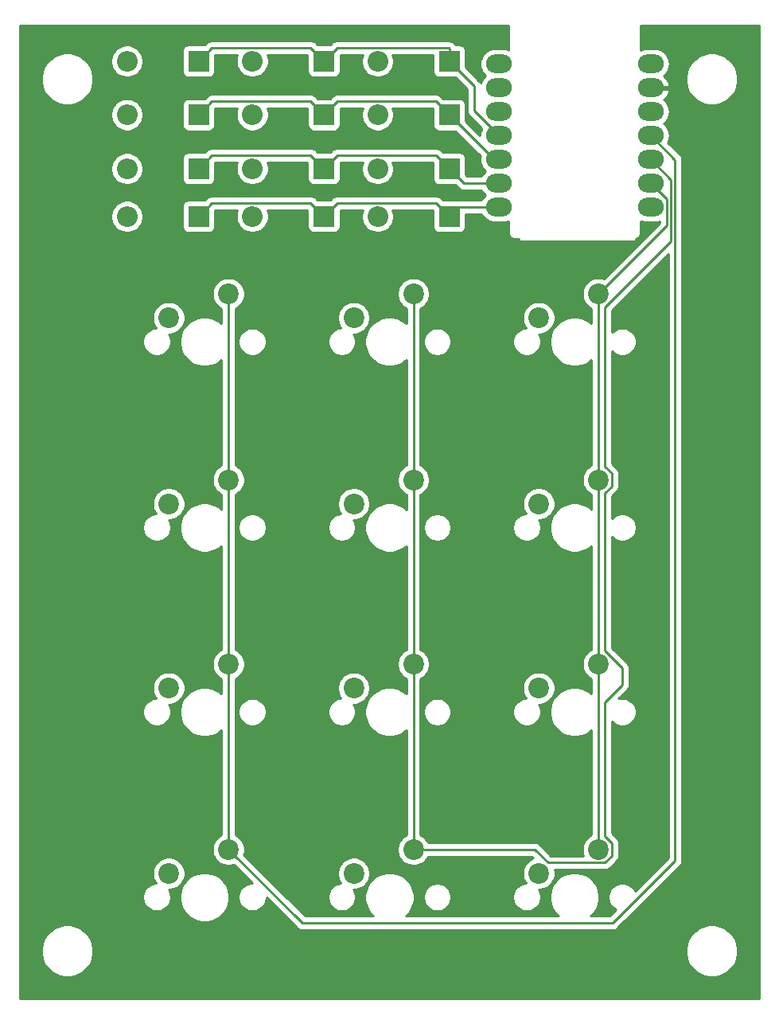
<source format=gbr>
%TF.GenerationSoftware,KiCad,Pcbnew,(5.1.9-0-10_14)*%
%TF.CreationDate,2021-03-18T20:01:26-04:00*%
%TF.ProjectId,T9_Cad,54395f43-6164-42e6-9b69-6361645f7063,rev?*%
%TF.SameCoordinates,Original*%
%TF.FileFunction,Copper,L1,Top*%
%TF.FilePolarity,Positive*%
%FSLAX46Y46*%
G04 Gerber Fmt 4.6, Leading zero omitted, Abs format (unit mm)*
G04 Created by KiCad (PCBNEW (5.1.9-0-10_14)) date 2021-03-18 20:01:26*
%MOMM*%
%LPD*%
G01*
G04 APERTURE LIST*
%TA.AperFunction,SMDPad,CuDef*%
%ADD10O,2.748280X1.998980*%
%TD*%
%TA.AperFunction,ComponentPad*%
%ADD11R,2.200000X2.200000*%
%TD*%
%TA.AperFunction,ComponentPad*%
%ADD12O,2.200000X2.200000*%
%TD*%
%TA.AperFunction,ComponentPad*%
%ADD13C,2.200000*%
%TD*%
%TA.AperFunction,Conductor*%
%ADD14C,0.250000*%
%TD*%
%TA.AperFunction,Conductor*%
%ADD15C,0.254000*%
%TD*%
%TA.AperFunction,Conductor*%
%ADD16C,0.100000*%
%TD*%
G04 APERTURE END LIST*
D10*
%TO.P,U1,1*%
%TO.N,Net-(U1-Pad1)*%
X179903120Y-47287180D03*
%TO.P,U1,2*%
%TO.N,Net-(U1-Pad2)*%
X179903120Y-49827180D03*
%TO.P,U1,3*%
%TO.N,Net-(U1-Pad3)*%
X179903120Y-52367180D03*
%TO.P,U1,4*%
%TO.N,row1*%
X179903120Y-54907180D03*
%TO.P,U1,5*%
%TO.N,row2*%
X179903120Y-57447180D03*
%TO.P,U1,6*%
%TO.N,row3*%
X179903120Y-59987180D03*
%TO.P,U1,7*%
%TO.N,row4*%
X179903120Y-62527180D03*
%TO.P,U1,8*%
%TO.N,Net-(U1-Pad8)*%
X196067680Y-62527180D03*
%TO.P,U1,9*%
%TO.N,col3*%
X196067680Y-59987180D03*
%TO.P,U1,10*%
%TO.N,col2*%
X196067680Y-57447180D03*
%TO.P,U1,11*%
%TO.N,col1*%
X196067680Y-54907180D03*
%TO.P,U1,12*%
%TO.N,Net-(U1-Pad12)*%
X196067680Y-52367180D03*
%TO.P,U1,13*%
%TO.N,GND*%
X196067680Y-49827180D03*
%TO.P,U1,14*%
%TO.N,Net-(U1-Pad14)*%
X196067680Y-47287180D03*
%TD*%
D11*
%TO.P,D1,1*%
%TO.N,row1*%
X147955000Y-46990000D03*
D12*
%TO.P,D1,2*%
%TO.N,Net-(D1-Pad2)*%
X140335000Y-46990000D03*
%TD*%
%TO.P,D2,2*%
%TO.N,Net-(D2-Pad2)*%
X140335000Y-52705000D03*
D11*
%TO.P,D2,1*%
%TO.N,row2*%
X147955000Y-52705000D03*
%TD*%
%TO.P,D3,1*%
%TO.N,row3*%
X147955000Y-58420000D03*
D12*
%TO.P,D3,2*%
%TO.N,Net-(D3-Pad2)*%
X140335000Y-58420000D03*
%TD*%
%TO.P,D4,2*%
%TO.N,Net-(D4-Pad2)*%
X140335000Y-63500000D03*
D11*
%TO.P,D4,1*%
%TO.N,row4*%
X147955000Y-63500000D03*
%TD*%
D12*
%TO.P,D5,2*%
%TO.N,Net-(D5-Pad2)*%
X153670000Y-46990000D03*
D11*
%TO.P,D5,1*%
%TO.N,row1*%
X161290000Y-46990000D03*
%TD*%
D12*
%TO.P,D6,2*%
%TO.N,Net-(D6-Pad2)*%
X153670000Y-52705000D03*
D11*
%TO.P,D6,1*%
%TO.N,row2*%
X161290000Y-52705000D03*
%TD*%
D12*
%TO.P,D7,2*%
%TO.N,Net-(D7-Pad2)*%
X153670000Y-58420000D03*
D11*
%TO.P,D7,1*%
%TO.N,row3*%
X161290000Y-58420000D03*
%TD*%
%TO.P,D8,1*%
%TO.N,row4*%
X161290000Y-63500000D03*
D12*
%TO.P,D8,2*%
%TO.N,Net-(D8-Pad2)*%
X153670000Y-63500000D03*
%TD*%
D11*
%TO.P,D9,1*%
%TO.N,row1*%
X174625000Y-46990000D03*
D12*
%TO.P,D9,2*%
%TO.N,Net-(D9-Pad2)*%
X167005000Y-46990000D03*
%TD*%
%TO.P,D10,2*%
%TO.N,Net-(D10-Pad2)*%
X167005000Y-52705000D03*
D11*
%TO.P,D10,1*%
%TO.N,row2*%
X174625000Y-52705000D03*
%TD*%
%TO.P,D11,1*%
%TO.N,row3*%
X174625000Y-58420000D03*
D12*
%TO.P,D11,2*%
%TO.N,Net-(D11-Pad2)*%
X167005000Y-58420000D03*
%TD*%
%TO.P,D12,2*%
%TO.N,Net-(D12-Pad2)*%
X167005000Y-63500000D03*
D11*
%TO.P,D12,1*%
%TO.N,row4*%
X174625000Y-63500000D03*
%TD*%
D13*
%TO.P,SW1,1*%
%TO.N,col1*%
X151130000Y-71755000D03*
%TO.P,SW1,2*%
%TO.N,Net-(D1-Pad2)*%
X144780000Y-74295000D03*
%TD*%
%TO.P,SW2,2*%
%TO.N,Net-(D2-Pad2)*%
X144780000Y-94055001D03*
%TO.P,SW2,1*%
%TO.N,col1*%
X151130000Y-91515001D03*
%TD*%
%TO.P,SW3,1*%
%TO.N,col1*%
X151130000Y-111125000D03*
%TO.P,SW3,2*%
%TO.N,Net-(D3-Pad2)*%
X144780000Y-113665000D03*
%TD*%
%TO.P,SW4,2*%
%TO.N,Net-(D4-Pad2)*%
X144780000Y-133350000D03*
%TO.P,SW4,1*%
%TO.N,col1*%
X151130000Y-130810000D03*
%TD*%
%TO.P,SW5,2*%
%TO.N,Net-(D5-Pad2)*%
X164465000Y-74295000D03*
%TO.P,SW5,1*%
%TO.N,col2*%
X170815000Y-71755000D03*
%TD*%
%TO.P,SW6,1*%
%TO.N,col2*%
X170815000Y-91515001D03*
%TO.P,SW6,2*%
%TO.N,Net-(D6-Pad2)*%
X164465000Y-94055001D03*
%TD*%
%TO.P,SW7,2*%
%TO.N,Net-(D7-Pad2)*%
X164465000Y-113665000D03*
%TO.P,SW7,1*%
%TO.N,col2*%
X170815000Y-111125000D03*
%TD*%
%TO.P,SW8,1*%
%TO.N,col2*%
X170815000Y-130810000D03*
%TO.P,SW8,2*%
%TO.N,Net-(D8-Pad2)*%
X164465000Y-133350000D03*
%TD*%
%TO.P,SW9,1*%
%TO.N,col3*%
X190500000Y-71755000D03*
%TO.P,SW9,2*%
%TO.N,Net-(D9-Pad2)*%
X184150000Y-74295000D03*
%TD*%
%TO.P,SW10,2*%
%TO.N,Net-(D10-Pad2)*%
X184150000Y-94055001D03*
%TO.P,SW10,1*%
%TO.N,col3*%
X190500000Y-91515001D03*
%TD*%
%TO.P,SW11,1*%
%TO.N,col3*%
X190500000Y-111125000D03*
%TO.P,SW11,2*%
%TO.N,Net-(D11-Pad2)*%
X184150000Y-113665000D03*
%TD*%
%TO.P,SW12,2*%
%TO.N,Net-(D12-Pad2)*%
X184150000Y-133350000D03*
%TO.P,SW12,1*%
%TO.N,col3*%
X190500000Y-130810000D03*
%TD*%
D14*
%TO.N,row1*%
X179903120Y-54907180D02*
X177292000Y-52296060D01*
X177292000Y-49657000D02*
X174625000Y-46990000D01*
X177292000Y-52296060D02*
X177292000Y-49657000D01*
X162715001Y-45564999D02*
X161290000Y-46990000D01*
X174549999Y-45564999D02*
X162715001Y-45564999D01*
X174625000Y-45640000D02*
X174549999Y-45564999D01*
X174625000Y-46990000D02*
X174625000Y-45640000D01*
X149380001Y-45564999D02*
X147955000Y-46990000D01*
X159864999Y-45564999D02*
X149380001Y-45564999D01*
X161290000Y-46990000D02*
X159864999Y-45564999D01*
%TO.N,row2*%
X179367180Y-57447180D02*
X174625000Y-52705000D01*
X179903120Y-57447180D02*
X179367180Y-57447180D01*
X162715001Y-51279999D02*
X161290000Y-52705000D01*
X173199999Y-51279999D02*
X162715001Y-51279999D01*
X174625000Y-52705000D02*
X173199999Y-51279999D01*
X159864999Y-51279999D02*
X149380001Y-51279999D01*
X149380001Y-51279999D02*
X147955000Y-52705000D01*
X161290000Y-52705000D02*
X159864999Y-51279999D01*
%TO.N,row3*%
X176192180Y-59987180D02*
X174625000Y-58420000D01*
X179903120Y-59987180D02*
X176192180Y-59987180D01*
X162715001Y-56994999D02*
X161290000Y-58420000D01*
X173199999Y-56994999D02*
X162715001Y-56994999D01*
X174625000Y-58420000D02*
X173199999Y-56994999D01*
X149380001Y-56994999D02*
X147955000Y-58420000D01*
X159864999Y-56994999D02*
X149380001Y-56994999D01*
X161290000Y-58420000D02*
X159864999Y-56994999D01*
%TO.N,row4*%
X175597820Y-62527180D02*
X174625000Y-63500000D01*
X179903120Y-62527180D02*
X175597820Y-62527180D01*
X162715001Y-62074999D02*
X161290000Y-63500000D01*
X173199999Y-62074999D02*
X162715001Y-62074999D01*
X174625000Y-63500000D02*
X173199999Y-62074999D01*
X149380001Y-62074999D02*
X147955000Y-63500000D01*
X159864999Y-62074999D02*
X149380001Y-62074999D01*
X161290000Y-63500000D02*
X159864999Y-62074999D01*
%TO.N,col1*%
X158985011Y-138665011D02*
X151130000Y-130810000D01*
X192003991Y-138665011D02*
X158985011Y-138665011D01*
X198666848Y-132002154D02*
X192003991Y-138665011D01*
X198666848Y-57506348D02*
X198666848Y-132002154D01*
X196067680Y-54907180D02*
X198666848Y-57506348D01*
X151130000Y-130810000D02*
X151130000Y-111125000D01*
X151130000Y-111125000D02*
X151130000Y-91515001D01*
X151130000Y-91515001D02*
X151130000Y-71755000D01*
%TO.N,col2*%
X191184001Y-92940002D02*
X191184001Y-109699999D01*
X191925001Y-92199002D02*
X191184001Y-92940002D01*
X191184001Y-90090000D02*
X191925001Y-90831000D01*
X191184001Y-73180001D02*
X191184001Y-90090000D01*
X198216839Y-66147163D02*
X191184001Y-73180001D01*
X191925001Y-90831000D02*
X191925001Y-92199002D01*
X198216839Y-59596339D02*
X198216839Y-66147163D01*
X196067680Y-57447180D02*
X198216839Y-59596339D01*
X170815000Y-71755000D02*
X170815000Y-91515001D01*
X170815000Y-91515001D02*
X170815000Y-111125000D01*
X170815000Y-111125000D02*
X170815000Y-130810000D01*
X183719002Y-130810000D02*
X170815000Y-130810000D01*
X191184001Y-132235001D02*
X185144003Y-132235001D01*
X191925001Y-130125999D02*
X191925001Y-131494001D01*
X185144003Y-132235001D02*
X183719002Y-130810000D01*
X191184001Y-129384999D02*
X191925001Y-130125999D01*
X191925001Y-131494001D02*
X191184001Y-132235001D01*
X191184001Y-115139999D02*
X191184001Y-129384999D01*
X193015001Y-113308999D02*
X191184001Y-115139999D01*
X193015001Y-111530999D02*
X193015001Y-113308999D01*
X191184001Y-109699999D02*
X193015001Y-111530999D01*
%TO.N,col3*%
X197766830Y-64488170D02*
X190500000Y-71755000D01*
X197766830Y-61686330D02*
X197766830Y-64488170D01*
X196067680Y-59987180D02*
X197766830Y-61686330D01*
X190500000Y-130810000D02*
X190500000Y-111125000D01*
X190500000Y-111125000D02*
X190500000Y-91515001D01*
X190500000Y-91515001D02*
X190500000Y-71755000D01*
%TD*%
D15*
%TO.N,GND*%
X180950000Y-45793166D02*
X180906289Y-45769802D01*
X180598186Y-45676340D01*
X180358062Y-45652690D01*
X179448178Y-45652690D01*
X179208054Y-45676340D01*
X178899951Y-45769802D01*
X178616003Y-45921576D01*
X178367119Y-46125829D01*
X178162866Y-46374713D01*
X178011092Y-46658661D01*
X177917630Y-46966764D01*
X177886072Y-47287180D01*
X177917630Y-47607596D01*
X178011092Y-47915699D01*
X178162866Y-48199647D01*
X178367119Y-48448531D01*
X178499509Y-48557180D01*
X178367119Y-48665829D01*
X178162866Y-48914713D01*
X178011092Y-49198661D01*
X177974045Y-49320787D01*
X177926974Y-49232724D01*
X177855799Y-49145997D01*
X177832001Y-49116999D01*
X177803003Y-49093201D01*
X176363072Y-47653271D01*
X176363072Y-45890000D01*
X176350812Y-45765518D01*
X176314502Y-45645820D01*
X176255537Y-45535506D01*
X176176185Y-45438815D01*
X176079494Y-45359463D01*
X175969180Y-45300498D01*
X175849482Y-45264188D01*
X175725000Y-45251928D01*
X175279326Y-45251928D01*
X175259974Y-45215724D01*
X175165001Y-45099999D01*
X175136001Y-45076199D01*
X175113801Y-45053999D01*
X175090000Y-45024998D01*
X174974275Y-44930025D01*
X174842246Y-44859453D01*
X174698985Y-44815996D01*
X174587332Y-44804999D01*
X174587321Y-44804999D01*
X174549999Y-44801323D01*
X174512677Y-44804999D01*
X162752326Y-44804999D01*
X162715001Y-44801323D01*
X162677676Y-44804999D01*
X162677668Y-44804999D01*
X162566015Y-44815996D01*
X162422754Y-44859453D01*
X162290725Y-44930025D01*
X162175000Y-45024998D01*
X162151202Y-45053996D01*
X161953270Y-45251928D01*
X160626729Y-45251928D01*
X160428803Y-45054002D01*
X160405000Y-45024998D01*
X160289275Y-44930025D01*
X160157246Y-44859453D01*
X160013985Y-44815996D01*
X159902332Y-44804999D01*
X159902321Y-44804999D01*
X159864999Y-44801323D01*
X159827677Y-44804999D01*
X149417326Y-44804999D01*
X149380001Y-44801323D01*
X149342676Y-44804999D01*
X149342668Y-44804999D01*
X149231015Y-44815996D01*
X149087754Y-44859453D01*
X148955725Y-44930025D01*
X148840000Y-45024998D01*
X148816202Y-45053996D01*
X148618270Y-45251928D01*
X146855000Y-45251928D01*
X146730518Y-45264188D01*
X146610820Y-45300498D01*
X146500506Y-45359463D01*
X146403815Y-45438815D01*
X146324463Y-45535506D01*
X146265498Y-45645820D01*
X146229188Y-45765518D01*
X146216928Y-45890000D01*
X146216928Y-48090000D01*
X146229188Y-48214482D01*
X146265498Y-48334180D01*
X146324463Y-48444494D01*
X146403815Y-48541185D01*
X146500506Y-48620537D01*
X146610820Y-48679502D01*
X146730518Y-48715812D01*
X146855000Y-48728072D01*
X149055000Y-48728072D01*
X149179482Y-48715812D01*
X149299180Y-48679502D01*
X149409494Y-48620537D01*
X149506185Y-48541185D01*
X149585537Y-48444494D01*
X149644502Y-48334180D01*
X149680812Y-48214482D01*
X149693072Y-48090000D01*
X149693072Y-46326730D01*
X149694803Y-46324999D01*
X152067502Y-46324999D01*
X152001675Y-46483919D01*
X151935000Y-46819117D01*
X151935000Y-47160883D01*
X152001675Y-47496081D01*
X152132463Y-47811831D01*
X152322337Y-48095998D01*
X152564002Y-48337663D01*
X152848169Y-48527537D01*
X153163919Y-48658325D01*
X153499117Y-48725000D01*
X153840883Y-48725000D01*
X154176081Y-48658325D01*
X154491831Y-48527537D01*
X154775998Y-48337663D01*
X155017663Y-48095998D01*
X155207537Y-47811831D01*
X155338325Y-47496081D01*
X155405000Y-47160883D01*
X155405000Y-46819117D01*
X155338325Y-46483919D01*
X155272498Y-46324999D01*
X159550198Y-46324999D01*
X159551928Y-46326729D01*
X159551928Y-48090000D01*
X159564188Y-48214482D01*
X159600498Y-48334180D01*
X159659463Y-48444494D01*
X159738815Y-48541185D01*
X159835506Y-48620537D01*
X159945820Y-48679502D01*
X160065518Y-48715812D01*
X160190000Y-48728072D01*
X162390000Y-48728072D01*
X162514482Y-48715812D01*
X162634180Y-48679502D01*
X162744494Y-48620537D01*
X162841185Y-48541185D01*
X162920537Y-48444494D01*
X162979502Y-48334180D01*
X163015812Y-48214482D01*
X163028072Y-48090000D01*
X163028072Y-46326730D01*
X163029803Y-46324999D01*
X165402502Y-46324999D01*
X165336675Y-46483919D01*
X165270000Y-46819117D01*
X165270000Y-47160883D01*
X165336675Y-47496081D01*
X165467463Y-47811831D01*
X165657337Y-48095998D01*
X165899002Y-48337663D01*
X166183169Y-48527537D01*
X166498919Y-48658325D01*
X166834117Y-48725000D01*
X167175883Y-48725000D01*
X167511081Y-48658325D01*
X167826831Y-48527537D01*
X168110998Y-48337663D01*
X168352663Y-48095998D01*
X168542537Y-47811831D01*
X168673325Y-47496081D01*
X168740000Y-47160883D01*
X168740000Y-46819117D01*
X168673325Y-46483919D01*
X168607498Y-46324999D01*
X172886928Y-46324999D01*
X172886928Y-48090000D01*
X172899188Y-48214482D01*
X172935498Y-48334180D01*
X172994463Y-48444494D01*
X173073815Y-48541185D01*
X173170506Y-48620537D01*
X173280820Y-48679502D01*
X173400518Y-48715812D01*
X173525000Y-48728072D01*
X175288271Y-48728072D01*
X176532001Y-49971803D01*
X176532000Y-52258737D01*
X176528324Y-52296060D01*
X176532000Y-52333382D01*
X176532000Y-52333392D01*
X176542997Y-52445045D01*
X176576659Y-52556015D01*
X176586454Y-52588306D01*
X176657026Y-52720336D01*
X176696871Y-52768886D01*
X176751999Y-52836061D01*
X176781003Y-52859864D01*
X178076824Y-54155686D01*
X178011092Y-54278661D01*
X177917630Y-54586764D01*
X177887498Y-54892697D01*
X176363072Y-53368271D01*
X176363072Y-51605000D01*
X176350812Y-51480518D01*
X176314502Y-51360820D01*
X176255537Y-51250506D01*
X176176185Y-51153815D01*
X176079494Y-51074463D01*
X175969180Y-51015498D01*
X175849482Y-50979188D01*
X175725000Y-50966928D01*
X173961729Y-50966928D01*
X173763803Y-50769002D01*
X173740000Y-50739998D01*
X173624275Y-50645025D01*
X173492246Y-50574453D01*
X173348985Y-50530996D01*
X173237332Y-50519999D01*
X173237321Y-50519999D01*
X173199999Y-50516323D01*
X173162677Y-50519999D01*
X162752326Y-50519999D01*
X162715001Y-50516323D01*
X162677676Y-50519999D01*
X162677668Y-50519999D01*
X162566015Y-50530996D01*
X162422754Y-50574453D01*
X162290725Y-50645025D01*
X162175000Y-50739998D01*
X162151202Y-50768996D01*
X161953270Y-50966928D01*
X160626729Y-50966928D01*
X160428803Y-50769002D01*
X160405000Y-50739998D01*
X160289275Y-50645025D01*
X160157246Y-50574453D01*
X160013985Y-50530996D01*
X159902332Y-50519999D01*
X159902321Y-50519999D01*
X159864999Y-50516323D01*
X159827677Y-50519999D01*
X149417326Y-50519999D01*
X149380001Y-50516323D01*
X149342676Y-50519999D01*
X149342668Y-50519999D01*
X149231015Y-50530996D01*
X149087754Y-50574453D01*
X148955725Y-50645025D01*
X148840000Y-50739998D01*
X148816202Y-50768996D01*
X148618270Y-50966928D01*
X146855000Y-50966928D01*
X146730518Y-50979188D01*
X146610820Y-51015498D01*
X146500506Y-51074463D01*
X146403815Y-51153815D01*
X146324463Y-51250506D01*
X146265498Y-51360820D01*
X146229188Y-51480518D01*
X146216928Y-51605000D01*
X146216928Y-53805000D01*
X146229188Y-53929482D01*
X146265498Y-54049180D01*
X146324463Y-54159494D01*
X146403815Y-54256185D01*
X146500506Y-54335537D01*
X146610820Y-54394502D01*
X146730518Y-54430812D01*
X146855000Y-54443072D01*
X149055000Y-54443072D01*
X149179482Y-54430812D01*
X149299180Y-54394502D01*
X149409494Y-54335537D01*
X149506185Y-54256185D01*
X149585537Y-54159494D01*
X149644502Y-54049180D01*
X149680812Y-53929482D01*
X149693072Y-53805000D01*
X149693072Y-52041730D01*
X149694803Y-52039999D01*
X152067502Y-52039999D01*
X152001675Y-52198919D01*
X151935000Y-52534117D01*
X151935000Y-52875883D01*
X152001675Y-53211081D01*
X152132463Y-53526831D01*
X152322337Y-53810998D01*
X152564002Y-54052663D01*
X152848169Y-54242537D01*
X153163919Y-54373325D01*
X153499117Y-54440000D01*
X153840883Y-54440000D01*
X154176081Y-54373325D01*
X154491831Y-54242537D01*
X154775998Y-54052663D01*
X155017663Y-53810998D01*
X155207537Y-53526831D01*
X155338325Y-53211081D01*
X155405000Y-52875883D01*
X155405000Y-52534117D01*
X155338325Y-52198919D01*
X155272498Y-52039999D01*
X159550198Y-52039999D01*
X159551928Y-52041729D01*
X159551928Y-53805000D01*
X159564188Y-53929482D01*
X159600498Y-54049180D01*
X159659463Y-54159494D01*
X159738815Y-54256185D01*
X159835506Y-54335537D01*
X159945820Y-54394502D01*
X160065518Y-54430812D01*
X160190000Y-54443072D01*
X162390000Y-54443072D01*
X162514482Y-54430812D01*
X162634180Y-54394502D01*
X162744494Y-54335537D01*
X162841185Y-54256185D01*
X162920537Y-54159494D01*
X162979502Y-54049180D01*
X163015812Y-53929482D01*
X163028072Y-53805000D01*
X163028072Y-52041730D01*
X163029803Y-52039999D01*
X165402502Y-52039999D01*
X165336675Y-52198919D01*
X165270000Y-52534117D01*
X165270000Y-52875883D01*
X165336675Y-53211081D01*
X165467463Y-53526831D01*
X165657337Y-53810998D01*
X165899002Y-54052663D01*
X166183169Y-54242537D01*
X166498919Y-54373325D01*
X166834117Y-54440000D01*
X167175883Y-54440000D01*
X167511081Y-54373325D01*
X167826831Y-54242537D01*
X168110998Y-54052663D01*
X168352663Y-53810998D01*
X168542537Y-53526831D01*
X168673325Y-53211081D01*
X168740000Y-52875883D01*
X168740000Y-52534117D01*
X168673325Y-52198919D01*
X168607498Y-52039999D01*
X172885198Y-52039999D01*
X172886928Y-52041729D01*
X172886928Y-53805000D01*
X172899188Y-53929482D01*
X172935498Y-54049180D01*
X172994463Y-54159494D01*
X173073815Y-54256185D01*
X173170506Y-54335537D01*
X173280820Y-54394502D01*
X173400518Y-54430812D01*
X173525000Y-54443072D01*
X175288271Y-54443072D01*
X177930276Y-57085077D01*
X177917630Y-57126764D01*
X177886072Y-57447180D01*
X177917630Y-57767596D01*
X178011092Y-58075699D01*
X178162866Y-58359647D01*
X178367119Y-58608531D01*
X178499509Y-58717180D01*
X178367119Y-58825829D01*
X178162866Y-59074713D01*
X178081370Y-59227180D01*
X176506982Y-59227180D01*
X176363072Y-59083270D01*
X176363072Y-57320000D01*
X176350812Y-57195518D01*
X176314502Y-57075820D01*
X176255537Y-56965506D01*
X176176185Y-56868815D01*
X176079494Y-56789463D01*
X175969180Y-56730498D01*
X175849482Y-56694188D01*
X175725000Y-56681928D01*
X173961729Y-56681928D01*
X173763803Y-56484002D01*
X173740000Y-56454998D01*
X173624275Y-56360025D01*
X173492246Y-56289453D01*
X173348985Y-56245996D01*
X173237332Y-56234999D01*
X173237321Y-56234999D01*
X173199999Y-56231323D01*
X173162677Y-56234999D01*
X162752326Y-56234999D01*
X162715001Y-56231323D01*
X162677676Y-56234999D01*
X162677668Y-56234999D01*
X162566015Y-56245996D01*
X162422754Y-56289453D01*
X162290725Y-56360025D01*
X162175000Y-56454998D01*
X162151202Y-56483996D01*
X161953270Y-56681928D01*
X160626729Y-56681928D01*
X160428803Y-56484002D01*
X160405000Y-56454998D01*
X160289275Y-56360025D01*
X160157246Y-56289453D01*
X160013985Y-56245996D01*
X159902332Y-56234999D01*
X159902321Y-56234999D01*
X159864999Y-56231323D01*
X159827677Y-56234999D01*
X149417326Y-56234999D01*
X149380001Y-56231323D01*
X149342676Y-56234999D01*
X149342668Y-56234999D01*
X149231015Y-56245996D01*
X149087754Y-56289453D01*
X148955725Y-56360025D01*
X148840000Y-56454998D01*
X148816202Y-56483996D01*
X148618270Y-56681928D01*
X146855000Y-56681928D01*
X146730518Y-56694188D01*
X146610820Y-56730498D01*
X146500506Y-56789463D01*
X146403815Y-56868815D01*
X146324463Y-56965506D01*
X146265498Y-57075820D01*
X146229188Y-57195518D01*
X146216928Y-57320000D01*
X146216928Y-59520000D01*
X146229188Y-59644482D01*
X146265498Y-59764180D01*
X146324463Y-59874494D01*
X146403815Y-59971185D01*
X146500506Y-60050537D01*
X146610820Y-60109502D01*
X146730518Y-60145812D01*
X146855000Y-60158072D01*
X149055000Y-60158072D01*
X149179482Y-60145812D01*
X149299180Y-60109502D01*
X149409494Y-60050537D01*
X149506185Y-59971185D01*
X149585537Y-59874494D01*
X149644502Y-59764180D01*
X149680812Y-59644482D01*
X149693072Y-59520000D01*
X149693072Y-57756730D01*
X149694803Y-57754999D01*
X152067502Y-57754999D01*
X152001675Y-57913919D01*
X151935000Y-58249117D01*
X151935000Y-58590883D01*
X152001675Y-58926081D01*
X152132463Y-59241831D01*
X152322337Y-59525998D01*
X152564002Y-59767663D01*
X152848169Y-59957537D01*
X153163919Y-60088325D01*
X153499117Y-60155000D01*
X153840883Y-60155000D01*
X154176081Y-60088325D01*
X154491831Y-59957537D01*
X154775998Y-59767663D01*
X155017663Y-59525998D01*
X155207537Y-59241831D01*
X155338325Y-58926081D01*
X155405000Y-58590883D01*
X155405000Y-58249117D01*
X155338325Y-57913919D01*
X155272498Y-57754999D01*
X159550198Y-57754999D01*
X159551928Y-57756729D01*
X159551928Y-59520000D01*
X159564188Y-59644482D01*
X159600498Y-59764180D01*
X159659463Y-59874494D01*
X159738815Y-59971185D01*
X159835506Y-60050537D01*
X159945820Y-60109502D01*
X160065518Y-60145812D01*
X160190000Y-60158072D01*
X162390000Y-60158072D01*
X162514482Y-60145812D01*
X162634180Y-60109502D01*
X162744494Y-60050537D01*
X162841185Y-59971185D01*
X162920537Y-59874494D01*
X162979502Y-59764180D01*
X163015812Y-59644482D01*
X163028072Y-59520000D01*
X163028072Y-57756730D01*
X163029803Y-57754999D01*
X165402502Y-57754999D01*
X165336675Y-57913919D01*
X165270000Y-58249117D01*
X165270000Y-58590883D01*
X165336675Y-58926081D01*
X165467463Y-59241831D01*
X165657337Y-59525998D01*
X165899002Y-59767663D01*
X166183169Y-59957537D01*
X166498919Y-60088325D01*
X166834117Y-60155000D01*
X167175883Y-60155000D01*
X167511081Y-60088325D01*
X167826831Y-59957537D01*
X168110998Y-59767663D01*
X168352663Y-59525998D01*
X168542537Y-59241831D01*
X168673325Y-58926081D01*
X168740000Y-58590883D01*
X168740000Y-58249117D01*
X168673325Y-57913919D01*
X168607498Y-57754999D01*
X172885198Y-57754999D01*
X172886928Y-57756729D01*
X172886928Y-59520000D01*
X172899188Y-59644482D01*
X172935498Y-59764180D01*
X172994463Y-59874494D01*
X173073815Y-59971185D01*
X173170506Y-60050537D01*
X173280820Y-60109502D01*
X173400518Y-60145812D01*
X173525000Y-60158072D01*
X175288270Y-60158072D01*
X175628380Y-60498182D01*
X175652179Y-60527181D01*
X175767904Y-60622154D01*
X175899933Y-60692726D01*
X176043194Y-60736183D01*
X176154847Y-60747180D01*
X176154856Y-60747180D01*
X176192179Y-60750856D01*
X176229502Y-60747180D01*
X178081370Y-60747180D01*
X178162866Y-60899647D01*
X178367119Y-61148531D01*
X178499509Y-61257180D01*
X178367119Y-61365829D01*
X178162866Y-61614713D01*
X178081370Y-61767180D01*
X175778326Y-61767180D01*
X175725000Y-61761928D01*
X173961729Y-61761928D01*
X173763803Y-61564002D01*
X173740000Y-61534998D01*
X173624275Y-61440025D01*
X173492246Y-61369453D01*
X173348985Y-61325996D01*
X173237332Y-61314999D01*
X173237321Y-61314999D01*
X173199999Y-61311323D01*
X173162677Y-61314999D01*
X162752326Y-61314999D01*
X162715001Y-61311323D01*
X162677676Y-61314999D01*
X162677668Y-61314999D01*
X162566015Y-61325996D01*
X162422754Y-61369453D01*
X162290725Y-61440025D01*
X162175000Y-61534998D01*
X162151202Y-61563996D01*
X161953270Y-61761928D01*
X160626729Y-61761928D01*
X160428803Y-61564002D01*
X160405000Y-61534998D01*
X160289275Y-61440025D01*
X160157246Y-61369453D01*
X160013985Y-61325996D01*
X159902332Y-61314999D01*
X159902321Y-61314999D01*
X159864999Y-61311323D01*
X159827677Y-61314999D01*
X149417326Y-61314999D01*
X149380001Y-61311323D01*
X149342676Y-61314999D01*
X149342668Y-61314999D01*
X149231015Y-61325996D01*
X149087754Y-61369453D01*
X148955725Y-61440025D01*
X148840000Y-61534998D01*
X148816202Y-61563996D01*
X148618270Y-61761928D01*
X146855000Y-61761928D01*
X146730518Y-61774188D01*
X146610820Y-61810498D01*
X146500506Y-61869463D01*
X146403815Y-61948815D01*
X146324463Y-62045506D01*
X146265498Y-62155820D01*
X146229188Y-62275518D01*
X146216928Y-62400000D01*
X146216928Y-64600000D01*
X146229188Y-64724482D01*
X146265498Y-64844180D01*
X146324463Y-64954494D01*
X146403815Y-65051185D01*
X146500506Y-65130537D01*
X146610820Y-65189502D01*
X146730518Y-65225812D01*
X146855000Y-65238072D01*
X149055000Y-65238072D01*
X149179482Y-65225812D01*
X149299180Y-65189502D01*
X149409494Y-65130537D01*
X149506185Y-65051185D01*
X149585537Y-64954494D01*
X149644502Y-64844180D01*
X149680812Y-64724482D01*
X149693072Y-64600000D01*
X149693072Y-62836730D01*
X149694803Y-62834999D01*
X152067502Y-62834999D01*
X152001675Y-62993919D01*
X151935000Y-63329117D01*
X151935000Y-63670883D01*
X152001675Y-64006081D01*
X152132463Y-64321831D01*
X152322337Y-64605998D01*
X152564002Y-64847663D01*
X152848169Y-65037537D01*
X153163919Y-65168325D01*
X153499117Y-65235000D01*
X153840883Y-65235000D01*
X154176081Y-65168325D01*
X154491831Y-65037537D01*
X154775998Y-64847663D01*
X155017663Y-64605998D01*
X155207537Y-64321831D01*
X155338325Y-64006081D01*
X155405000Y-63670883D01*
X155405000Y-63329117D01*
X155338325Y-62993919D01*
X155272498Y-62834999D01*
X159550198Y-62834999D01*
X159551928Y-62836729D01*
X159551928Y-64600000D01*
X159564188Y-64724482D01*
X159600498Y-64844180D01*
X159659463Y-64954494D01*
X159738815Y-65051185D01*
X159835506Y-65130537D01*
X159945820Y-65189502D01*
X160065518Y-65225812D01*
X160190000Y-65238072D01*
X162390000Y-65238072D01*
X162514482Y-65225812D01*
X162634180Y-65189502D01*
X162744494Y-65130537D01*
X162841185Y-65051185D01*
X162920537Y-64954494D01*
X162979502Y-64844180D01*
X163015812Y-64724482D01*
X163028072Y-64600000D01*
X163028072Y-62836730D01*
X163029803Y-62834999D01*
X165402502Y-62834999D01*
X165336675Y-62993919D01*
X165270000Y-63329117D01*
X165270000Y-63670883D01*
X165336675Y-64006081D01*
X165467463Y-64321831D01*
X165657337Y-64605998D01*
X165899002Y-64847663D01*
X166183169Y-65037537D01*
X166498919Y-65168325D01*
X166834117Y-65235000D01*
X167175883Y-65235000D01*
X167511081Y-65168325D01*
X167826831Y-65037537D01*
X168110998Y-64847663D01*
X168352663Y-64605998D01*
X168542537Y-64321831D01*
X168673325Y-64006081D01*
X168740000Y-63670883D01*
X168740000Y-63329117D01*
X168673325Y-62993919D01*
X168607498Y-62834999D01*
X172885198Y-62834999D01*
X172886928Y-62836729D01*
X172886928Y-64600000D01*
X172899188Y-64724482D01*
X172935498Y-64844180D01*
X172994463Y-64954494D01*
X173073815Y-65051185D01*
X173170506Y-65130537D01*
X173280820Y-65189502D01*
X173400518Y-65225812D01*
X173525000Y-65238072D01*
X175725000Y-65238072D01*
X175849482Y-65225812D01*
X175969180Y-65189502D01*
X176079494Y-65130537D01*
X176176185Y-65051185D01*
X176255537Y-64954494D01*
X176314502Y-64844180D01*
X176350812Y-64724482D01*
X176363072Y-64600000D01*
X176363072Y-63287180D01*
X178081370Y-63287180D01*
X178162866Y-63439647D01*
X178367119Y-63688531D01*
X178616003Y-63892784D01*
X178899951Y-64044558D01*
X179208054Y-64138020D01*
X179448178Y-64161670D01*
X180358062Y-64161670D01*
X180598186Y-64138020D01*
X180906289Y-64044558D01*
X180950001Y-64021193D01*
X180950001Y-65245571D01*
X180946807Y-65278000D01*
X180959550Y-65407383D01*
X180997290Y-65531793D01*
X181058575Y-65646450D01*
X181141052Y-65746948D01*
X181241550Y-65829425D01*
X181356207Y-65890710D01*
X181480617Y-65928450D01*
X181577581Y-65938000D01*
X181610000Y-65941193D01*
X181642419Y-65938000D01*
X181991000Y-65938000D01*
X181991000Y-66040000D01*
X181993440Y-66064776D01*
X182000667Y-66088601D01*
X182012403Y-66110557D01*
X182028197Y-66129803D01*
X182047443Y-66145597D01*
X182069399Y-66157333D01*
X182093224Y-66164560D01*
X182118000Y-66167000D01*
X194310000Y-66167000D01*
X194334776Y-66164560D01*
X194358601Y-66157333D01*
X194380557Y-66145597D01*
X194399803Y-66129803D01*
X194415597Y-66110557D01*
X194427333Y-66088601D01*
X194434560Y-66064776D01*
X194437000Y-66040000D01*
X194437000Y-65928685D01*
X194439383Y-65928450D01*
X194563793Y-65890710D01*
X194678450Y-65829425D01*
X194778948Y-65746948D01*
X194861425Y-65646450D01*
X194922710Y-65531793D01*
X194960450Y-65407383D01*
X194973193Y-65278000D01*
X194970000Y-65245581D01*
X194970000Y-63994041D01*
X195064511Y-64044558D01*
X195372614Y-64138020D01*
X195612738Y-64161670D01*
X196522622Y-64161670D01*
X196762746Y-64138020D01*
X197006831Y-64063978D01*
X197006831Y-64173367D01*
X191067912Y-70112286D01*
X191006081Y-70086675D01*
X190670883Y-70020000D01*
X190329117Y-70020000D01*
X189993919Y-70086675D01*
X189678169Y-70217463D01*
X189394002Y-70407337D01*
X189152337Y-70649002D01*
X188962463Y-70933169D01*
X188831675Y-71248919D01*
X188765000Y-71584117D01*
X188765000Y-71925883D01*
X188831675Y-72261081D01*
X188962463Y-72576831D01*
X189152337Y-72860998D01*
X189394002Y-73102663D01*
X189678169Y-73292537D01*
X189740001Y-73318149D01*
X189740001Y-74888548D01*
X189639715Y-74788262D01*
X189208141Y-74499893D01*
X188728601Y-74301261D01*
X188219525Y-74200000D01*
X187700475Y-74200000D01*
X187191399Y-74301261D01*
X186711859Y-74499893D01*
X186280285Y-74788262D01*
X185913262Y-75155285D01*
X185624893Y-75586859D01*
X185426261Y-76066399D01*
X185325000Y-76575475D01*
X185325000Y-77094525D01*
X185426261Y-77603601D01*
X185624893Y-78083141D01*
X185913262Y-78514715D01*
X186280285Y-78881738D01*
X186711859Y-79170107D01*
X187191399Y-79368739D01*
X187700475Y-79470000D01*
X188219525Y-79470000D01*
X188728601Y-79368739D01*
X189208141Y-79170107D01*
X189639715Y-78881738D01*
X189740001Y-78781452D01*
X189740000Y-89951853D01*
X189678169Y-89977464D01*
X189394002Y-90167338D01*
X189152337Y-90409003D01*
X188962463Y-90693170D01*
X188831675Y-91008920D01*
X188765000Y-91344118D01*
X188765000Y-91685884D01*
X188831675Y-92021082D01*
X188962463Y-92336832D01*
X189152337Y-92620999D01*
X189394002Y-92862664D01*
X189678169Y-93052538D01*
X189740001Y-93078150D01*
X189740001Y-94648549D01*
X189639715Y-94548263D01*
X189208141Y-94259894D01*
X188728601Y-94061262D01*
X188219525Y-93960001D01*
X187700475Y-93960001D01*
X187191399Y-94061262D01*
X186711859Y-94259894D01*
X186280285Y-94548263D01*
X185913262Y-94915286D01*
X185624893Y-95346860D01*
X185426261Y-95826400D01*
X185325000Y-96335476D01*
X185325000Y-96854526D01*
X185426261Y-97363602D01*
X185624893Y-97843142D01*
X185913262Y-98274716D01*
X186280285Y-98641739D01*
X186711859Y-98930108D01*
X187191399Y-99128740D01*
X187700475Y-99230001D01*
X188219525Y-99230001D01*
X188728601Y-99128740D01*
X189208141Y-98930108D01*
X189639715Y-98641739D01*
X189740001Y-98541453D01*
X189740000Y-109561852D01*
X189678169Y-109587463D01*
X189394002Y-109777337D01*
X189152337Y-110019002D01*
X188962463Y-110303169D01*
X188831675Y-110618919D01*
X188765000Y-110954117D01*
X188765000Y-111295883D01*
X188831675Y-111631081D01*
X188962463Y-111946831D01*
X189152337Y-112230998D01*
X189394002Y-112472663D01*
X189678169Y-112662537D01*
X189740001Y-112688149D01*
X189740001Y-114258548D01*
X189639715Y-114158262D01*
X189208141Y-113869893D01*
X188728601Y-113671261D01*
X188219525Y-113570000D01*
X187700475Y-113570000D01*
X187191399Y-113671261D01*
X186711859Y-113869893D01*
X186280285Y-114158262D01*
X185913262Y-114525285D01*
X185624893Y-114956859D01*
X185426261Y-115436399D01*
X185325000Y-115945475D01*
X185325000Y-116464525D01*
X185426261Y-116973601D01*
X185624893Y-117453141D01*
X185913262Y-117884715D01*
X186280285Y-118251738D01*
X186711859Y-118540107D01*
X187191399Y-118738739D01*
X187700475Y-118840000D01*
X188219525Y-118840000D01*
X188728601Y-118738739D01*
X189208141Y-118540107D01*
X189639715Y-118251738D01*
X189740001Y-118151452D01*
X189740000Y-129246852D01*
X189678169Y-129272463D01*
X189394002Y-129462337D01*
X189152337Y-129704002D01*
X188962463Y-129988169D01*
X188831675Y-130303919D01*
X188765000Y-130639117D01*
X188765000Y-130980883D01*
X188831675Y-131316081D01*
X188897502Y-131475001D01*
X185458805Y-131475001D01*
X184282806Y-130299003D01*
X184259003Y-130269999D01*
X184143278Y-130175026D01*
X184011249Y-130104454D01*
X183867988Y-130060997D01*
X183756335Y-130050000D01*
X183756324Y-130050000D01*
X183719002Y-130046324D01*
X183681680Y-130050000D01*
X172378148Y-130050000D01*
X172352537Y-129988169D01*
X172162663Y-129704002D01*
X171920998Y-129462337D01*
X171636831Y-129272463D01*
X171575000Y-129246852D01*
X171575000Y-116058740D01*
X171870000Y-116058740D01*
X171870000Y-116351260D01*
X171927068Y-116638158D01*
X172039010Y-116908411D01*
X172201525Y-117151632D01*
X172408368Y-117358475D01*
X172651589Y-117520990D01*
X172921842Y-117632932D01*
X173208740Y-117690000D01*
X173501260Y-117690000D01*
X173788158Y-117632932D01*
X174058411Y-117520990D01*
X174301632Y-117358475D01*
X174508475Y-117151632D01*
X174670990Y-116908411D01*
X174782932Y-116638158D01*
X174840000Y-116351260D01*
X174840000Y-116058740D01*
X181395000Y-116058740D01*
X181395000Y-116351260D01*
X181452068Y-116638158D01*
X181564010Y-116908411D01*
X181726525Y-117151632D01*
X181933368Y-117358475D01*
X182176589Y-117520990D01*
X182446842Y-117632932D01*
X182733740Y-117690000D01*
X183026260Y-117690000D01*
X183313158Y-117632932D01*
X183583411Y-117520990D01*
X183826632Y-117358475D01*
X184033475Y-117151632D01*
X184195990Y-116908411D01*
X184307932Y-116638158D01*
X184365000Y-116351260D01*
X184365000Y-116058740D01*
X184307932Y-115771842D01*
X184195990Y-115501589D01*
X184128110Y-115400000D01*
X184320883Y-115400000D01*
X184656081Y-115333325D01*
X184971831Y-115202537D01*
X185255998Y-115012663D01*
X185497663Y-114770998D01*
X185687537Y-114486831D01*
X185818325Y-114171081D01*
X185885000Y-113835883D01*
X185885000Y-113494117D01*
X185818325Y-113158919D01*
X185687537Y-112843169D01*
X185497663Y-112559002D01*
X185255998Y-112317337D01*
X184971831Y-112127463D01*
X184656081Y-111996675D01*
X184320883Y-111930000D01*
X183979117Y-111930000D01*
X183643919Y-111996675D01*
X183328169Y-112127463D01*
X183044002Y-112317337D01*
X182802337Y-112559002D01*
X182612463Y-112843169D01*
X182481675Y-113158919D01*
X182415000Y-113494117D01*
X182415000Y-113835883D01*
X182481675Y-114171081D01*
X182612463Y-114486831D01*
X182768261Y-114720000D01*
X182733740Y-114720000D01*
X182446842Y-114777068D01*
X182176589Y-114889010D01*
X181933368Y-115051525D01*
X181726525Y-115258368D01*
X181564010Y-115501589D01*
X181452068Y-115771842D01*
X181395000Y-116058740D01*
X174840000Y-116058740D01*
X174782932Y-115771842D01*
X174670990Y-115501589D01*
X174508475Y-115258368D01*
X174301632Y-115051525D01*
X174058411Y-114889010D01*
X173788158Y-114777068D01*
X173501260Y-114720000D01*
X173208740Y-114720000D01*
X172921842Y-114777068D01*
X172651589Y-114889010D01*
X172408368Y-115051525D01*
X172201525Y-115258368D01*
X172039010Y-115501589D01*
X171927068Y-115771842D01*
X171870000Y-116058740D01*
X171575000Y-116058740D01*
X171575000Y-112688148D01*
X171636831Y-112662537D01*
X171920998Y-112472663D01*
X172162663Y-112230998D01*
X172352537Y-111946831D01*
X172483325Y-111631081D01*
X172550000Y-111295883D01*
X172550000Y-110954117D01*
X172483325Y-110618919D01*
X172352537Y-110303169D01*
X172162663Y-110019002D01*
X171920998Y-109777337D01*
X171636831Y-109587463D01*
X171575000Y-109561852D01*
X171575000Y-96448741D01*
X171870000Y-96448741D01*
X171870000Y-96741261D01*
X171927068Y-97028159D01*
X172039010Y-97298412D01*
X172201525Y-97541633D01*
X172408368Y-97748476D01*
X172651589Y-97910991D01*
X172921842Y-98022933D01*
X173208740Y-98080001D01*
X173501260Y-98080001D01*
X173788158Y-98022933D01*
X174058411Y-97910991D01*
X174301632Y-97748476D01*
X174508475Y-97541633D01*
X174670990Y-97298412D01*
X174782932Y-97028159D01*
X174840000Y-96741261D01*
X174840000Y-96448741D01*
X181395000Y-96448741D01*
X181395000Y-96741261D01*
X181452068Y-97028159D01*
X181564010Y-97298412D01*
X181726525Y-97541633D01*
X181933368Y-97748476D01*
X182176589Y-97910991D01*
X182446842Y-98022933D01*
X182733740Y-98080001D01*
X183026260Y-98080001D01*
X183313158Y-98022933D01*
X183583411Y-97910991D01*
X183826632Y-97748476D01*
X184033475Y-97541633D01*
X184195990Y-97298412D01*
X184307932Y-97028159D01*
X184365000Y-96741261D01*
X184365000Y-96448741D01*
X184307932Y-96161843D01*
X184195990Y-95891590D01*
X184128110Y-95790001D01*
X184320883Y-95790001D01*
X184656081Y-95723326D01*
X184971831Y-95592538D01*
X185255998Y-95402664D01*
X185497663Y-95160999D01*
X185687537Y-94876832D01*
X185818325Y-94561082D01*
X185885000Y-94225884D01*
X185885000Y-93884118D01*
X185818325Y-93548920D01*
X185687537Y-93233170D01*
X185497663Y-92949003D01*
X185255998Y-92707338D01*
X184971831Y-92517464D01*
X184656081Y-92386676D01*
X184320883Y-92320001D01*
X183979117Y-92320001D01*
X183643919Y-92386676D01*
X183328169Y-92517464D01*
X183044002Y-92707338D01*
X182802337Y-92949003D01*
X182612463Y-93233170D01*
X182481675Y-93548920D01*
X182415000Y-93884118D01*
X182415000Y-94225884D01*
X182481675Y-94561082D01*
X182612463Y-94876832D01*
X182768261Y-95110001D01*
X182733740Y-95110001D01*
X182446842Y-95167069D01*
X182176589Y-95279011D01*
X181933368Y-95441526D01*
X181726525Y-95648369D01*
X181564010Y-95891590D01*
X181452068Y-96161843D01*
X181395000Y-96448741D01*
X174840000Y-96448741D01*
X174782932Y-96161843D01*
X174670990Y-95891590D01*
X174508475Y-95648369D01*
X174301632Y-95441526D01*
X174058411Y-95279011D01*
X173788158Y-95167069D01*
X173501260Y-95110001D01*
X173208740Y-95110001D01*
X172921842Y-95167069D01*
X172651589Y-95279011D01*
X172408368Y-95441526D01*
X172201525Y-95648369D01*
X172039010Y-95891590D01*
X171927068Y-96161843D01*
X171870000Y-96448741D01*
X171575000Y-96448741D01*
X171575000Y-93078149D01*
X171636831Y-93052538D01*
X171920998Y-92862664D01*
X172162663Y-92620999D01*
X172352537Y-92336832D01*
X172483325Y-92021082D01*
X172550000Y-91685884D01*
X172550000Y-91344118D01*
X172483325Y-91008920D01*
X172352537Y-90693170D01*
X172162663Y-90409003D01*
X171920998Y-90167338D01*
X171636831Y-89977464D01*
X171575000Y-89951853D01*
X171575000Y-76688740D01*
X171870000Y-76688740D01*
X171870000Y-76981260D01*
X171927068Y-77268158D01*
X172039010Y-77538411D01*
X172201525Y-77781632D01*
X172408368Y-77988475D01*
X172651589Y-78150990D01*
X172921842Y-78262932D01*
X173208740Y-78320000D01*
X173501260Y-78320000D01*
X173788158Y-78262932D01*
X174058411Y-78150990D01*
X174301632Y-77988475D01*
X174508475Y-77781632D01*
X174670990Y-77538411D01*
X174782932Y-77268158D01*
X174840000Y-76981260D01*
X174840000Y-76688740D01*
X181395000Y-76688740D01*
X181395000Y-76981260D01*
X181452068Y-77268158D01*
X181564010Y-77538411D01*
X181726525Y-77781632D01*
X181933368Y-77988475D01*
X182176589Y-78150990D01*
X182446842Y-78262932D01*
X182733740Y-78320000D01*
X183026260Y-78320000D01*
X183313158Y-78262932D01*
X183583411Y-78150990D01*
X183826632Y-77988475D01*
X184033475Y-77781632D01*
X184195990Y-77538411D01*
X184307932Y-77268158D01*
X184365000Y-76981260D01*
X184365000Y-76688740D01*
X184307932Y-76401842D01*
X184195990Y-76131589D01*
X184128110Y-76030000D01*
X184320883Y-76030000D01*
X184656081Y-75963325D01*
X184971831Y-75832537D01*
X185255998Y-75642663D01*
X185497663Y-75400998D01*
X185687537Y-75116831D01*
X185818325Y-74801081D01*
X185885000Y-74465883D01*
X185885000Y-74124117D01*
X185818325Y-73788919D01*
X185687537Y-73473169D01*
X185497663Y-73189002D01*
X185255998Y-72947337D01*
X184971831Y-72757463D01*
X184656081Y-72626675D01*
X184320883Y-72560000D01*
X183979117Y-72560000D01*
X183643919Y-72626675D01*
X183328169Y-72757463D01*
X183044002Y-72947337D01*
X182802337Y-73189002D01*
X182612463Y-73473169D01*
X182481675Y-73788919D01*
X182415000Y-74124117D01*
X182415000Y-74465883D01*
X182481675Y-74801081D01*
X182612463Y-75116831D01*
X182768261Y-75350000D01*
X182733740Y-75350000D01*
X182446842Y-75407068D01*
X182176589Y-75519010D01*
X181933368Y-75681525D01*
X181726525Y-75888368D01*
X181564010Y-76131589D01*
X181452068Y-76401842D01*
X181395000Y-76688740D01*
X174840000Y-76688740D01*
X174782932Y-76401842D01*
X174670990Y-76131589D01*
X174508475Y-75888368D01*
X174301632Y-75681525D01*
X174058411Y-75519010D01*
X173788158Y-75407068D01*
X173501260Y-75350000D01*
X173208740Y-75350000D01*
X172921842Y-75407068D01*
X172651589Y-75519010D01*
X172408368Y-75681525D01*
X172201525Y-75888368D01*
X172039010Y-76131589D01*
X171927068Y-76401842D01*
X171870000Y-76688740D01*
X171575000Y-76688740D01*
X171575000Y-73318148D01*
X171636831Y-73292537D01*
X171920998Y-73102663D01*
X172162663Y-72860998D01*
X172352537Y-72576831D01*
X172483325Y-72261081D01*
X172550000Y-71925883D01*
X172550000Y-71584117D01*
X172483325Y-71248919D01*
X172352537Y-70933169D01*
X172162663Y-70649002D01*
X171920998Y-70407337D01*
X171636831Y-70217463D01*
X171321081Y-70086675D01*
X170985883Y-70020000D01*
X170644117Y-70020000D01*
X170308919Y-70086675D01*
X169993169Y-70217463D01*
X169709002Y-70407337D01*
X169467337Y-70649002D01*
X169277463Y-70933169D01*
X169146675Y-71248919D01*
X169080000Y-71584117D01*
X169080000Y-71925883D01*
X169146675Y-72261081D01*
X169277463Y-72576831D01*
X169467337Y-72860998D01*
X169709002Y-73102663D01*
X169993169Y-73292537D01*
X170055000Y-73318148D01*
X170055000Y-74888547D01*
X169954715Y-74788262D01*
X169523141Y-74499893D01*
X169043601Y-74301261D01*
X168534525Y-74200000D01*
X168015475Y-74200000D01*
X167506399Y-74301261D01*
X167026859Y-74499893D01*
X166595285Y-74788262D01*
X166228262Y-75155285D01*
X165939893Y-75586859D01*
X165741261Y-76066399D01*
X165640000Y-76575475D01*
X165640000Y-77094525D01*
X165741261Y-77603601D01*
X165939893Y-78083141D01*
X166228262Y-78514715D01*
X166595285Y-78881738D01*
X167026859Y-79170107D01*
X167506399Y-79368739D01*
X168015475Y-79470000D01*
X168534525Y-79470000D01*
X169043601Y-79368739D01*
X169523141Y-79170107D01*
X169954715Y-78881738D01*
X170055000Y-78781453D01*
X170055001Y-89951852D01*
X169993169Y-89977464D01*
X169709002Y-90167338D01*
X169467337Y-90409003D01*
X169277463Y-90693170D01*
X169146675Y-91008920D01*
X169080000Y-91344118D01*
X169080000Y-91685884D01*
X169146675Y-92021082D01*
X169277463Y-92336832D01*
X169467337Y-92620999D01*
X169709002Y-92862664D01*
X169993169Y-93052538D01*
X170055000Y-93078149D01*
X170055000Y-94648548D01*
X169954715Y-94548263D01*
X169523141Y-94259894D01*
X169043601Y-94061262D01*
X168534525Y-93960001D01*
X168015475Y-93960001D01*
X167506399Y-94061262D01*
X167026859Y-94259894D01*
X166595285Y-94548263D01*
X166228262Y-94915286D01*
X165939893Y-95346860D01*
X165741261Y-95826400D01*
X165640000Y-96335476D01*
X165640000Y-96854526D01*
X165741261Y-97363602D01*
X165939893Y-97843142D01*
X166228262Y-98274716D01*
X166595285Y-98641739D01*
X167026859Y-98930108D01*
X167506399Y-99128740D01*
X168015475Y-99230001D01*
X168534525Y-99230001D01*
X169043601Y-99128740D01*
X169523141Y-98930108D01*
X169954715Y-98641739D01*
X170055000Y-98541454D01*
X170055001Y-109561851D01*
X169993169Y-109587463D01*
X169709002Y-109777337D01*
X169467337Y-110019002D01*
X169277463Y-110303169D01*
X169146675Y-110618919D01*
X169080000Y-110954117D01*
X169080000Y-111295883D01*
X169146675Y-111631081D01*
X169277463Y-111946831D01*
X169467337Y-112230998D01*
X169709002Y-112472663D01*
X169993169Y-112662537D01*
X170055000Y-112688148D01*
X170055000Y-114258547D01*
X169954715Y-114158262D01*
X169523141Y-113869893D01*
X169043601Y-113671261D01*
X168534525Y-113570000D01*
X168015475Y-113570000D01*
X167506399Y-113671261D01*
X167026859Y-113869893D01*
X166595285Y-114158262D01*
X166228262Y-114525285D01*
X165939893Y-114956859D01*
X165741261Y-115436399D01*
X165640000Y-115945475D01*
X165640000Y-116464525D01*
X165741261Y-116973601D01*
X165939893Y-117453141D01*
X166228262Y-117884715D01*
X166595285Y-118251738D01*
X167026859Y-118540107D01*
X167506399Y-118738739D01*
X168015475Y-118840000D01*
X168534525Y-118840000D01*
X169043601Y-118738739D01*
X169523141Y-118540107D01*
X169954715Y-118251738D01*
X170055000Y-118151453D01*
X170055001Y-129246851D01*
X169993169Y-129272463D01*
X169709002Y-129462337D01*
X169467337Y-129704002D01*
X169277463Y-129988169D01*
X169146675Y-130303919D01*
X169080000Y-130639117D01*
X169080000Y-130980883D01*
X169146675Y-131316081D01*
X169277463Y-131631831D01*
X169467337Y-131915998D01*
X169709002Y-132157663D01*
X169993169Y-132347537D01*
X170308919Y-132478325D01*
X170644117Y-132545000D01*
X170985883Y-132545000D01*
X171321081Y-132478325D01*
X171636831Y-132347537D01*
X171920998Y-132157663D01*
X172162663Y-131915998D01*
X172352537Y-131631831D01*
X172378148Y-131570000D01*
X183404201Y-131570000D01*
X183553379Y-131719178D01*
X183328169Y-131812463D01*
X183044002Y-132002337D01*
X182802337Y-132244002D01*
X182612463Y-132528169D01*
X182481675Y-132843919D01*
X182415000Y-133179117D01*
X182415000Y-133520883D01*
X182481675Y-133856081D01*
X182612463Y-134171831D01*
X182768261Y-134405000D01*
X182733740Y-134405000D01*
X182446842Y-134462068D01*
X182176589Y-134574010D01*
X181933368Y-134736525D01*
X181726525Y-134943368D01*
X181564010Y-135186589D01*
X181452068Y-135456842D01*
X181395000Y-135743740D01*
X181395000Y-136036260D01*
X181452068Y-136323158D01*
X181564010Y-136593411D01*
X181726525Y-136836632D01*
X181933368Y-137043475D01*
X182176589Y-137205990D01*
X182446842Y-137317932D01*
X182733740Y-137375000D01*
X183026260Y-137375000D01*
X183313158Y-137317932D01*
X183583411Y-137205990D01*
X183826632Y-137043475D01*
X184033475Y-136836632D01*
X184195990Y-136593411D01*
X184307932Y-136323158D01*
X184365000Y-136036260D01*
X184365000Y-135743740D01*
X184307932Y-135456842D01*
X184195990Y-135186589D01*
X184128110Y-135085000D01*
X184320883Y-135085000D01*
X184656081Y-135018325D01*
X184971831Y-134887537D01*
X185255998Y-134697663D01*
X185497663Y-134455998D01*
X185687537Y-134171831D01*
X185818325Y-133856081D01*
X185885000Y-133520883D01*
X185885000Y-133179117D01*
X185848377Y-132995001D01*
X191146679Y-132995001D01*
X191184001Y-132998677D01*
X191221323Y-132995001D01*
X191221334Y-132995001D01*
X191332987Y-132984004D01*
X191476248Y-132940547D01*
X191608277Y-132869975D01*
X191724002Y-132775002D01*
X191747804Y-132745999D01*
X192436003Y-132057800D01*
X192465002Y-132034002D01*
X192559975Y-131918277D01*
X192630547Y-131786248D01*
X192674004Y-131642987D01*
X192685001Y-131531334D01*
X192685001Y-131531325D01*
X192688677Y-131494002D01*
X192685001Y-131456679D01*
X192685001Y-130163321D01*
X192688677Y-130125998D01*
X192685001Y-130088675D01*
X192685001Y-130088666D01*
X192674004Y-129977013D01*
X192630547Y-129833752D01*
X192559975Y-129701723D01*
X192465002Y-129585998D01*
X192436005Y-129562201D01*
X191944001Y-129070198D01*
X191944001Y-117209108D01*
X192093368Y-117358475D01*
X192336589Y-117520990D01*
X192606842Y-117632932D01*
X192893740Y-117690000D01*
X193186260Y-117690000D01*
X193473158Y-117632932D01*
X193743411Y-117520990D01*
X193986632Y-117358475D01*
X194193475Y-117151632D01*
X194355990Y-116908411D01*
X194467932Y-116638158D01*
X194525000Y-116351260D01*
X194525000Y-116058740D01*
X194467932Y-115771842D01*
X194355990Y-115501589D01*
X194193475Y-115258368D01*
X193986632Y-115051525D01*
X193743411Y-114889010D01*
X193473158Y-114777068D01*
X193186260Y-114720000D01*
X192893740Y-114720000D01*
X192625431Y-114773370D01*
X193526004Y-113872798D01*
X193555002Y-113849000D01*
X193581333Y-113816916D01*
X193649975Y-113733276D01*
X193720547Y-113601246D01*
X193730025Y-113570000D01*
X193764004Y-113457985D01*
X193775001Y-113346332D01*
X193775001Y-113346323D01*
X193778677Y-113309000D01*
X193775001Y-113271677D01*
X193775001Y-111568321D01*
X193778677Y-111530998D01*
X193775001Y-111493675D01*
X193775001Y-111493666D01*
X193764004Y-111382013D01*
X193720547Y-111238752D01*
X193649976Y-111106724D01*
X193649975Y-111106722D01*
X193578800Y-111019996D01*
X193555002Y-110990998D01*
X193526005Y-110967201D01*
X191944001Y-109385198D01*
X191944001Y-97599109D01*
X192093368Y-97748476D01*
X192336589Y-97910991D01*
X192606842Y-98022933D01*
X192893740Y-98080001D01*
X193186260Y-98080001D01*
X193473158Y-98022933D01*
X193743411Y-97910991D01*
X193986632Y-97748476D01*
X194193475Y-97541633D01*
X194355990Y-97298412D01*
X194467932Y-97028159D01*
X194525000Y-96741261D01*
X194525000Y-96448741D01*
X194467932Y-96161843D01*
X194355990Y-95891590D01*
X194193475Y-95648369D01*
X193986632Y-95441526D01*
X193743411Y-95279011D01*
X193473158Y-95167069D01*
X193186260Y-95110001D01*
X192893740Y-95110001D01*
X192606842Y-95167069D01*
X192336589Y-95279011D01*
X192093368Y-95441526D01*
X191944001Y-95590893D01*
X191944001Y-93254803D01*
X192436003Y-92762801D01*
X192465002Y-92739003D01*
X192559975Y-92623278D01*
X192630547Y-92491249D01*
X192674004Y-92347988D01*
X192685001Y-92236335D01*
X192685001Y-92236326D01*
X192688677Y-92199003D01*
X192685001Y-92161680D01*
X192685001Y-90868322D01*
X192688677Y-90830999D01*
X192685001Y-90793676D01*
X192685001Y-90793667D01*
X192674004Y-90682014D01*
X192630547Y-90538753D01*
X192559975Y-90406724D01*
X192465002Y-90290999D01*
X192436005Y-90267202D01*
X191944001Y-89775199D01*
X191944001Y-77839108D01*
X192093368Y-77988475D01*
X192336589Y-78150990D01*
X192606842Y-78262932D01*
X192893740Y-78320000D01*
X193186260Y-78320000D01*
X193473158Y-78262932D01*
X193743411Y-78150990D01*
X193986632Y-77988475D01*
X194193475Y-77781632D01*
X194355990Y-77538411D01*
X194467932Y-77268158D01*
X194525000Y-76981260D01*
X194525000Y-76688740D01*
X194467932Y-76401842D01*
X194355990Y-76131589D01*
X194193475Y-75888368D01*
X193986632Y-75681525D01*
X193743411Y-75519010D01*
X193473158Y-75407068D01*
X193186260Y-75350000D01*
X192893740Y-75350000D01*
X192606842Y-75407068D01*
X192336589Y-75519010D01*
X192093368Y-75681525D01*
X191944001Y-75830892D01*
X191944001Y-73494802D01*
X197906848Y-67531956D01*
X197906849Y-131687351D01*
X194371110Y-135223091D01*
X194355990Y-135186589D01*
X194193475Y-134943368D01*
X193986632Y-134736525D01*
X193743411Y-134574010D01*
X193473158Y-134462068D01*
X193186260Y-134405000D01*
X192893740Y-134405000D01*
X192606842Y-134462068D01*
X192336589Y-134574010D01*
X192093368Y-134736525D01*
X191886525Y-134943368D01*
X191724010Y-135186589D01*
X191612068Y-135456842D01*
X191555000Y-135743740D01*
X191555000Y-136036260D01*
X191612068Y-136323158D01*
X191724010Y-136593411D01*
X191886525Y-136836632D01*
X192093368Y-137043475D01*
X192336589Y-137205990D01*
X192373091Y-137221110D01*
X191689190Y-137905011D01*
X189671442Y-137905011D01*
X190006738Y-137569715D01*
X190295107Y-137138141D01*
X190493739Y-136658601D01*
X190595000Y-136149525D01*
X190595000Y-135630475D01*
X190493739Y-135121399D01*
X190295107Y-134641859D01*
X190006738Y-134210285D01*
X189639715Y-133843262D01*
X189208141Y-133554893D01*
X188728601Y-133356261D01*
X188219525Y-133255000D01*
X187700475Y-133255000D01*
X187191399Y-133356261D01*
X186711859Y-133554893D01*
X186280285Y-133843262D01*
X185913262Y-134210285D01*
X185624893Y-134641859D01*
X185426261Y-135121399D01*
X185325000Y-135630475D01*
X185325000Y-136149525D01*
X185426261Y-136658601D01*
X185624893Y-137138141D01*
X185913262Y-137569715D01*
X186248558Y-137905011D01*
X169986442Y-137905011D01*
X170321738Y-137569715D01*
X170610107Y-137138141D01*
X170808739Y-136658601D01*
X170910000Y-136149525D01*
X170910000Y-135743740D01*
X171870000Y-135743740D01*
X171870000Y-136036260D01*
X171927068Y-136323158D01*
X172039010Y-136593411D01*
X172201525Y-136836632D01*
X172408368Y-137043475D01*
X172651589Y-137205990D01*
X172921842Y-137317932D01*
X173208740Y-137375000D01*
X173501260Y-137375000D01*
X173788158Y-137317932D01*
X174058411Y-137205990D01*
X174301632Y-137043475D01*
X174508475Y-136836632D01*
X174670990Y-136593411D01*
X174782932Y-136323158D01*
X174840000Y-136036260D01*
X174840000Y-135743740D01*
X174782932Y-135456842D01*
X174670990Y-135186589D01*
X174508475Y-134943368D01*
X174301632Y-134736525D01*
X174058411Y-134574010D01*
X173788158Y-134462068D01*
X173501260Y-134405000D01*
X173208740Y-134405000D01*
X172921842Y-134462068D01*
X172651589Y-134574010D01*
X172408368Y-134736525D01*
X172201525Y-134943368D01*
X172039010Y-135186589D01*
X171927068Y-135456842D01*
X171870000Y-135743740D01*
X170910000Y-135743740D01*
X170910000Y-135630475D01*
X170808739Y-135121399D01*
X170610107Y-134641859D01*
X170321738Y-134210285D01*
X169954715Y-133843262D01*
X169523141Y-133554893D01*
X169043601Y-133356261D01*
X168534525Y-133255000D01*
X168015475Y-133255000D01*
X167506399Y-133356261D01*
X167026859Y-133554893D01*
X166595285Y-133843262D01*
X166228262Y-134210285D01*
X165939893Y-134641859D01*
X165741261Y-135121399D01*
X165640000Y-135630475D01*
X165640000Y-136149525D01*
X165741261Y-136658601D01*
X165939893Y-137138141D01*
X166228262Y-137569715D01*
X166563558Y-137905011D01*
X159299813Y-137905011D01*
X157138542Y-135743740D01*
X161710000Y-135743740D01*
X161710000Y-136036260D01*
X161767068Y-136323158D01*
X161879010Y-136593411D01*
X162041525Y-136836632D01*
X162248368Y-137043475D01*
X162491589Y-137205990D01*
X162761842Y-137317932D01*
X163048740Y-137375000D01*
X163341260Y-137375000D01*
X163628158Y-137317932D01*
X163898411Y-137205990D01*
X164141632Y-137043475D01*
X164348475Y-136836632D01*
X164510990Y-136593411D01*
X164622932Y-136323158D01*
X164680000Y-136036260D01*
X164680000Y-135743740D01*
X164622932Y-135456842D01*
X164510990Y-135186589D01*
X164443110Y-135085000D01*
X164635883Y-135085000D01*
X164971081Y-135018325D01*
X165286831Y-134887537D01*
X165570998Y-134697663D01*
X165812663Y-134455998D01*
X166002537Y-134171831D01*
X166133325Y-133856081D01*
X166200000Y-133520883D01*
X166200000Y-133179117D01*
X166133325Y-132843919D01*
X166002537Y-132528169D01*
X165812663Y-132244002D01*
X165570998Y-132002337D01*
X165286831Y-131812463D01*
X164971081Y-131681675D01*
X164635883Y-131615000D01*
X164294117Y-131615000D01*
X163958919Y-131681675D01*
X163643169Y-131812463D01*
X163359002Y-132002337D01*
X163117337Y-132244002D01*
X162927463Y-132528169D01*
X162796675Y-132843919D01*
X162730000Y-133179117D01*
X162730000Y-133520883D01*
X162796675Y-133856081D01*
X162927463Y-134171831D01*
X163083261Y-134405000D01*
X163048740Y-134405000D01*
X162761842Y-134462068D01*
X162491589Y-134574010D01*
X162248368Y-134736525D01*
X162041525Y-134943368D01*
X161879010Y-135186589D01*
X161767068Y-135456842D01*
X161710000Y-135743740D01*
X157138542Y-135743740D01*
X152772714Y-131377912D01*
X152798325Y-131316081D01*
X152865000Y-130980883D01*
X152865000Y-130639117D01*
X152798325Y-130303919D01*
X152667537Y-129988169D01*
X152477663Y-129704002D01*
X152235998Y-129462337D01*
X151951831Y-129272463D01*
X151890000Y-129246852D01*
X151890000Y-116058740D01*
X152185000Y-116058740D01*
X152185000Y-116351260D01*
X152242068Y-116638158D01*
X152354010Y-116908411D01*
X152516525Y-117151632D01*
X152723368Y-117358475D01*
X152966589Y-117520990D01*
X153236842Y-117632932D01*
X153523740Y-117690000D01*
X153816260Y-117690000D01*
X154103158Y-117632932D01*
X154373411Y-117520990D01*
X154616632Y-117358475D01*
X154823475Y-117151632D01*
X154985990Y-116908411D01*
X155097932Y-116638158D01*
X155155000Y-116351260D01*
X155155000Y-116058740D01*
X161710000Y-116058740D01*
X161710000Y-116351260D01*
X161767068Y-116638158D01*
X161879010Y-116908411D01*
X162041525Y-117151632D01*
X162248368Y-117358475D01*
X162491589Y-117520990D01*
X162761842Y-117632932D01*
X163048740Y-117690000D01*
X163341260Y-117690000D01*
X163628158Y-117632932D01*
X163898411Y-117520990D01*
X164141632Y-117358475D01*
X164348475Y-117151632D01*
X164510990Y-116908411D01*
X164622932Y-116638158D01*
X164680000Y-116351260D01*
X164680000Y-116058740D01*
X164622932Y-115771842D01*
X164510990Y-115501589D01*
X164443110Y-115400000D01*
X164635883Y-115400000D01*
X164971081Y-115333325D01*
X165286831Y-115202537D01*
X165570998Y-115012663D01*
X165812663Y-114770998D01*
X166002537Y-114486831D01*
X166133325Y-114171081D01*
X166200000Y-113835883D01*
X166200000Y-113494117D01*
X166133325Y-113158919D01*
X166002537Y-112843169D01*
X165812663Y-112559002D01*
X165570998Y-112317337D01*
X165286831Y-112127463D01*
X164971081Y-111996675D01*
X164635883Y-111930000D01*
X164294117Y-111930000D01*
X163958919Y-111996675D01*
X163643169Y-112127463D01*
X163359002Y-112317337D01*
X163117337Y-112559002D01*
X162927463Y-112843169D01*
X162796675Y-113158919D01*
X162730000Y-113494117D01*
X162730000Y-113835883D01*
X162796675Y-114171081D01*
X162927463Y-114486831D01*
X163083261Y-114720000D01*
X163048740Y-114720000D01*
X162761842Y-114777068D01*
X162491589Y-114889010D01*
X162248368Y-115051525D01*
X162041525Y-115258368D01*
X161879010Y-115501589D01*
X161767068Y-115771842D01*
X161710000Y-116058740D01*
X155155000Y-116058740D01*
X155097932Y-115771842D01*
X154985990Y-115501589D01*
X154823475Y-115258368D01*
X154616632Y-115051525D01*
X154373411Y-114889010D01*
X154103158Y-114777068D01*
X153816260Y-114720000D01*
X153523740Y-114720000D01*
X153236842Y-114777068D01*
X152966589Y-114889010D01*
X152723368Y-115051525D01*
X152516525Y-115258368D01*
X152354010Y-115501589D01*
X152242068Y-115771842D01*
X152185000Y-116058740D01*
X151890000Y-116058740D01*
X151890000Y-112688148D01*
X151951831Y-112662537D01*
X152235998Y-112472663D01*
X152477663Y-112230998D01*
X152667537Y-111946831D01*
X152798325Y-111631081D01*
X152865000Y-111295883D01*
X152865000Y-110954117D01*
X152798325Y-110618919D01*
X152667537Y-110303169D01*
X152477663Y-110019002D01*
X152235998Y-109777337D01*
X151951831Y-109587463D01*
X151890000Y-109561852D01*
X151890000Y-96448741D01*
X152185000Y-96448741D01*
X152185000Y-96741261D01*
X152242068Y-97028159D01*
X152354010Y-97298412D01*
X152516525Y-97541633D01*
X152723368Y-97748476D01*
X152966589Y-97910991D01*
X153236842Y-98022933D01*
X153523740Y-98080001D01*
X153816260Y-98080001D01*
X154103158Y-98022933D01*
X154373411Y-97910991D01*
X154616632Y-97748476D01*
X154823475Y-97541633D01*
X154985990Y-97298412D01*
X155097932Y-97028159D01*
X155155000Y-96741261D01*
X155155000Y-96448741D01*
X161710000Y-96448741D01*
X161710000Y-96741261D01*
X161767068Y-97028159D01*
X161879010Y-97298412D01*
X162041525Y-97541633D01*
X162248368Y-97748476D01*
X162491589Y-97910991D01*
X162761842Y-98022933D01*
X163048740Y-98080001D01*
X163341260Y-98080001D01*
X163628158Y-98022933D01*
X163898411Y-97910991D01*
X164141632Y-97748476D01*
X164348475Y-97541633D01*
X164510990Y-97298412D01*
X164622932Y-97028159D01*
X164680000Y-96741261D01*
X164680000Y-96448741D01*
X164622932Y-96161843D01*
X164510990Y-95891590D01*
X164443110Y-95790001D01*
X164635883Y-95790001D01*
X164971081Y-95723326D01*
X165286831Y-95592538D01*
X165570998Y-95402664D01*
X165812663Y-95160999D01*
X166002537Y-94876832D01*
X166133325Y-94561082D01*
X166200000Y-94225884D01*
X166200000Y-93884118D01*
X166133325Y-93548920D01*
X166002537Y-93233170D01*
X165812663Y-92949003D01*
X165570998Y-92707338D01*
X165286831Y-92517464D01*
X164971081Y-92386676D01*
X164635883Y-92320001D01*
X164294117Y-92320001D01*
X163958919Y-92386676D01*
X163643169Y-92517464D01*
X163359002Y-92707338D01*
X163117337Y-92949003D01*
X162927463Y-93233170D01*
X162796675Y-93548920D01*
X162730000Y-93884118D01*
X162730000Y-94225884D01*
X162796675Y-94561082D01*
X162927463Y-94876832D01*
X163083261Y-95110001D01*
X163048740Y-95110001D01*
X162761842Y-95167069D01*
X162491589Y-95279011D01*
X162248368Y-95441526D01*
X162041525Y-95648369D01*
X161879010Y-95891590D01*
X161767068Y-96161843D01*
X161710000Y-96448741D01*
X155155000Y-96448741D01*
X155097932Y-96161843D01*
X154985990Y-95891590D01*
X154823475Y-95648369D01*
X154616632Y-95441526D01*
X154373411Y-95279011D01*
X154103158Y-95167069D01*
X153816260Y-95110001D01*
X153523740Y-95110001D01*
X153236842Y-95167069D01*
X152966589Y-95279011D01*
X152723368Y-95441526D01*
X152516525Y-95648369D01*
X152354010Y-95891590D01*
X152242068Y-96161843D01*
X152185000Y-96448741D01*
X151890000Y-96448741D01*
X151890000Y-93078149D01*
X151951831Y-93052538D01*
X152235998Y-92862664D01*
X152477663Y-92620999D01*
X152667537Y-92336832D01*
X152798325Y-92021082D01*
X152865000Y-91685884D01*
X152865000Y-91344118D01*
X152798325Y-91008920D01*
X152667537Y-90693170D01*
X152477663Y-90409003D01*
X152235998Y-90167338D01*
X151951831Y-89977464D01*
X151890000Y-89951853D01*
X151890000Y-76688740D01*
X152185000Y-76688740D01*
X152185000Y-76981260D01*
X152242068Y-77268158D01*
X152354010Y-77538411D01*
X152516525Y-77781632D01*
X152723368Y-77988475D01*
X152966589Y-78150990D01*
X153236842Y-78262932D01*
X153523740Y-78320000D01*
X153816260Y-78320000D01*
X154103158Y-78262932D01*
X154373411Y-78150990D01*
X154616632Y-77988475D01*
X154823475Y-77781632D01*
X154985990Y-77538411D01*
X155097932Y-77268158D01*
X155155000Y-76981260D01*
X155155000Y-76688740D01*
X161710000Y-76688740D01*
X161710000Y-76981260D01*
X161767068Y-77268158D01*
X161879010Y-77538411D01*
X162041525Y-77781632D01*
X162248368Y-77988475D01*
X162491589Y-78150990D01*
X162761842Y-78262932D01*
X163048740Y-78320000D01*
X163341260Y-78320000D01*
X163628158Y-78262932D01*
X163898411Y-78150990D01*
X164141632Y-77988475D01*
X164348475Y-77781632D01*
X164510990Y-77538411D01*
X164622932Y-77268158D01*
X164680000Y-76981260D01*
X164680000Y-76688740D01*
X164622932Y-76401842D01*
X164510990Y-76131589D01*
X164443110Y-76030000D01*
X164635883Y-76030000D01*
X164971081Y-75963325D01*
X165286831Y-75832537D01*
X165570998Y-75642663D01*
X165812663Y-75400998D01*
X166002537Y-75116831D01*
X166133325Y-74801081D01*
X166200000Y-74465883D01*
X166200000Y-74124117D01*
X166133325Y-73788919D01*
X166002537Y-73473169D01*
X165812663Y-73189002D01*
X165570998Y-72947337D01*
X165286831Y-72757463D01*
X164971081Y-72626675D01*
X164635883Y-72560000D01*
X164294117Y-72560000D01*
X163958919Y-72626675D01*
X163643169Y-72757463D01*
X163359002Y-72947337D01*
X163117337Y-73189002D01*
X162927463Y-73473169D01*
X162796675Y-73788919D01*
X162730000Y-74124117D01*
X162730000Y-74465883D01*
X162796675Y-74801081D01*
X162927463Y-75116831D01*
X163083261Y-75350000D01*
X163048740Y-75350000D01*
X162761842Y-75407068D01*
X162491589Y-75519010D01*
X162248368Y-75681525D01*
X162041525Y-75888368D01*
X161879010Y-76131589D01*
X161767068Y-76401842D01*
X161710000Y-76688740D01*
X155155000Y-76688740D01*
X155097932Y-76401842D01*
X154985990Y-76131589D01*
X154823475Y-75888368D01*
X154616632Y-75681525D01*
X154373411Y-75519010D01*
X154103158Y-75407068D01*
X153816260Y-75350000D01*
X153523740Y-75350000D01*
X153236842Y-75407068D01*
X152966589Y-75519010D01*
X152723368Y-75681525D01*
X152516525Y-75888368D01*
X152354010Y-76131589D01*
X152242068Y-76401842D01*
X152185000Y-76688740D01*
X151890000Y-76688740D01*
X151890000Y-73318148D01*
X151951831Y-73292537D01*
X152235998Y-73102663D01*
X152477663Y-72860998D01*
X152667537Y-72576831D01*
X152798325Y-72261081D01*
X152865000Y-71925883D01*
X152865000Y-71584117D01*
X152798325Y-71248919D01*
X152667537Y-70933169D01*
X152477663Y-70649002D01*
X152235998Y-70407337D01*
X151951831Y-70217463D01*
X151636081Y-70086675D01*
X151300883Y-70020000D01*
X150959117Y-70020000D01*
X150623919Y-70086675D01*
X150308169Y-70217463D01*
X150024002Y-70407337D01*
X149782337Y-70649002D01*
X149592463Y-70933169D01*
X149461675Y-71248919D01*
X149395000Y-71584117D01*
X149395000Y-71925883D01*
X149461675Y-72261081D01*
X149592463Y-72576831D01*
X149782337Y-72860998D01*
X150024002Y-73102663D01*
X150308169Y-73292537D01*
X150370001Y-73318149D01*
X150370001Y-74888548D01*
X150269715Y-74788262D01*
X149838141Y-74499893D01*
X149358601Y-74301261D01*
X148849525Y-74200000D01*
X148330475Y-74200000D01*
X147821399Y-74301261D01*
X147341859Y-74499893D01*
X146910285Y-74788262D01*
X146543262Y-75155285D01*
X146254893Y-75586859D01*
X146056261Y-76066399D01*
X145955000Y-76575475D01*
X145955000Y-77094525D01*
X146056261Y-77603601D01*
X146254893Y-78083141D01*
X146543262Y-78514715D01*
X146910285Y-78881738D01*
X147341859Y-79170107D01*
X147821399Y-79368739D01*
X148330475Y-79470000D01*
X148849525Y-79470000D01*
X149358601Y-79368739D01*
X149838141Y-79170107D01*
X150269715Y-78881738D01*
X150370001Y-78781452D01*
X150370000Y-89951853D01*
X150308169Y-89977464D01*
X150024002Y-90167338D01*
X149782337Y-90409003D01*
X149592463Y-90693170D01*
X149461675Y-91008920D01*
X149395000Y-91344118D01*
X149395000Y-91685884D01*
X149461675Y-92021082D01*
X149592463Y-92336832D01*
X149782337Y-92620999D01*
X150024002Y-92862664D01*
X150308169Y-93052538D01*
X150370001Y-93078150D01*
X150370001Y-94648549D01*
X150269715Y-94548263D01*
X149838141Y-94259894D01*
X149358601Y-94061262D01*
X148849525Y-93960001D01*
X148330475Y-93960001D01*
X147821399Y-94061262D01*
X147341859Y-94259894D01*
X146910285Y-94548263D01*
X146543262Y-94915286D01*
X146254893Y-95346860D01*
X146056261Y-95826400D01*
X145955000Y-96335476D01*
X145955000Y-96854526D01*
X146056261Y-97363602D01*
X146254893Y-97843142D01*
X146543262Y-98274716D01*
X146910285Y-98641739D01*
X147341859Y-98930108D01*
X147821399Y-99128740D01*
X148330475Y-99230001D01*
X148849525Y-99230001D01*
X149358601Y-99128740D01*
X149838141Y-98930108D01*
X150269715Y-98641739D01*
X150370001Y-98541453D01*
X150370000Y-109561852D01*
X150308169Y-109587463D01*
X150024002Y-109777337D01*
X149782337Y-110019002D01*
X149592463Y-110303169D01*
X149461675Y-110618919D01*
X149395000Y-110954117D01*
X149395000Y-111295883D01*
X149461675Y-111631081D01*
X149592463Y-111946831D01*
X149782337Y-112230998D01*
X150024002Y-112472663D01*
X150308169Y-112662537D01*
X150370001Y-112688149D01*
X150370001Y-114258548D01*
X150269715Y-114158262D01*
X149838141Y-113869893D01*
X149358601Y-113671261D01*
X148849525Y-113570000D01*
X148330475Y-113570000D01*
X147821399Y-113671261D01*
X147341859Y-113869893D01*
X146910285Y-114158262D01*
X146543262Y-114525285D01*
X146254893Y-114956859D01*
X146056261Y-115436399D01*
X145955000Y-115945475D01*
X145955000Y-116464525D01*
X146056261Y-116973601D01*
X146254893Y-117453141D01*
X146543262Y-117884715D01*
X146910285Y-118251738D01*
X147341859Y-118540107D01*
X147821399Y-118738739D01*
X148330475Y-118840000D01*
X148849525Y-118840000D01*
X149358601Y-118738739D01*
X149838141Y-118540107D01*
X150269715Y-118251738D01*
X150370001Y-118151452D01*
X150370000Y-129246852D01*
X150308169Y-129272463D01*
X150024002Y-129462337D01*
X149782337Y-129704002D01*
X149592463Y-129988169D01*
X149461675Y-130303919D01*
X149395000Y-130639117D01*
X149395000Y-130980883D01*
X149461675Y-131316081D01*
X149592463Y-131631831D01*
X149782337Y-131915998D01*
X150024002Y-132157663D01*
X150308169Y-132347537D01*
X150623919Y-132478325D01*
X150959117Y-132545000D01*
X151300883Y-132545000D01*
X151636081Y-132478325D01*
X151697912Y-132452714D01*
X153650199Y-134405000D01*
X153523740Y-134405000D01*
X153236842Y-134462068D01*
X152966589Y-134574010D01*
X152723368Y-134736525D01*
X152516525Y-134943368D01*
X152354010Y-135186589D01*
X152242068Y-135456842D01*
X152185000Y-135743740D01*
X152185000Y-136036260D01*
X152242068Y-136323158D01*
X152354010Y-136593411D01*
X152516525Y-136836632D01*
X152723368Y-137043475D01*
X152966589Y-137205990D01*
X153236842Y-137317932D01*
X153523740Y-137375000D01*
X153816260Y-137375000D01*
X154103158Y-137317932D01*
X154373411Y-137205990D01*
X154616632Y-137043475D01*
X154823475Y-136836632D01*
X154985990Y-136593411D01*
X155097932Y-136323158D01*
X155155000Y-136036260D01*
X155155000Y-135909802D01*
X158421212Y-139176014D01*
X158445010Y-139205012D01*
X158474008Y-139228810D01*
X158560734Y-139299985D01*
X158692764Y-139370557D01*
X158836025Y-139414014D01*
X158947678Y-139425011D01*
X158947687Y-139425011D01*
X158985010Y-139428687D01*
X159022333Y-139425011D01*
X191966669Y-139425011D01*
X192003991Y-139428687D01*
X192041313Y-139425011D01*
X192041324Y-139425011D01*
X192152977Y-139414014D01*
X192296238Y-139370557D01*
X192428267Y-139299985D01*
X192543992Y-139205012D01*
X192567795Y-139176008D01*
X199177851Y-132565953D01*
X199206849Y-132542155D01*
X199301822Y-132426430D01*
X199372394Y-132294401D01*
X199415851Y-132151140D01*
X199426848Y-132039487D01*
X199426848Y-132039479D01*
X199430524Y-132002154D01*
X199426848Y-131964829D01*
X199426848Y-57543673D01*
X199430524Y-57506348D01*
X199426848Y-57469023D01*
X199426848Y-57469015D01*
X199415851Y-57357362D01*
X199372394Y-57214101D01*
X199301822Y-57082072D01*
X199206849Y-56966347D01*
X199177852Y-56942550D01*
X197893976Y-55658674D01*
X197959708Y-55535699D01*
X198053170Y-55227596D01*
X198084728Y-54907180D01*
X198053170Y-54586764D01*
X197959708Y-54278661D01*
X197807934Y-53994713D01*
X197603681Y-53745829D01*
X197471291Y-53637180D01*
X197603681Y-53528531D01*
X197807934Y-53279647D01*
X197959708Y-52995699D01*
X198053170Y-52687596D01*
X198084728Y-52367180D01*
X198053170Y-52046764D01*
X197959708Y-51738661D01*
X197807934Y-51454713D01*
X197603681Y-51205829D01*
X197473425Y-51098931D01*
X197687892Y-50893136D01*
X197871917Y-50629657D01*
X198001003Y-50335339D01*
X198031949Y-50207534D01*
X197912595Y-49954180D01*
X196194680Y-49954180D01*
X196194680Y-49974180D01*
X195940680Y-49974180D01*
X195940680Y-49954180D01*
X195920680Y-49954180D01*
X195920680Y-49700180D01*
X195940680Y-49700180D01*
X195940680Y-49680180D01*
X196194680Y-49680180D01*
X196194680Y-49700180D01*
X197912595Y-49700180D01*
X198031949Y-49446826D01*
X198001003Y-49319021D01*
X197871917Y-49024703D01*
X197687892Y-48761224D01*
X197541448Y-48620701D01*
X199780000Y-48620701D01*
X199780000Y-49169299D01*
X199887026Y-49707354D01*
X200096965Y-50214192D01*
X200401750Y-50670334D01*
X200789666Y-51058250D01*
X201245808Y-51363035D01*
X201752646Y-51572974D01*
X202290701Y-51680000D01*
X202839299Y-51680000D01*
X203377354Y-51572974D01*
X203884192Y-51363035D01*
X204340334Y-51058250D01*
X204728250Y-50670334D01*
X205033035Y-50214192D01*
X205242974Y-49707354D01*
X205350000Y-49169299D01*
X205350000Y-48620701D01*
X205242974Y-48082646D01*
X205033035Y-47575808D01*
X204728250Y-47119666D01*
X204340334Y-46731750D01*
X203884192Y-46426965D01*
X203377354Y-46217026D01*
X202839299Y-46110000D01*
X202290701Y-46110000D01*
X201752646Y-46217026D01*
X201245808Y-46426965D01*
X200789666Y-46731750D01*
X200401750Y-47119666D01*
X200096965Y-47575808D01*
X199887026Y-48082646D01*
X199780000Y-48620701D01*
X197541448Y-48620701D01*
X197473425Y-48555429D01*
X197603681Y-48448531D01*
X197807934Y-48199647D01*
X197959708Y-47915699D01*
X198053170Y-47607596D01*
X198084728Y-47287180D01*
X198053170Y-46966764D01*
X197959708Y-46658661D01*
X197807934Y-46374713D01*
X197603681Y-46125829D01*
X197354797Y-45921576D01*
X197070849Y-45769802D01*
X196762746Y-45676340D01*
X196522622Y-45652690D01*
X195612738Y-45652690D01*
X195372614Y-45676340D01*
X195064511Y-45769802D01*
X194970000Y-45820319D01*
X194970000Y-43205000D01*
X207620000Y-43205000D01*
X207620001Y-146660000D01*
X128930000Y-146660000D01*
X128930000Y-141330701D01*
X131200000Y-141330701D01*
X131200000Y-141879299D01*
X131307026Y-142417354D01*
X131516965Y-142924192D01*
X131821750Y-143380334D01*
X132209666Y-143768250D01*
X132665808Y-144073035D01*
X133172646Y-144282974D01*
X133710701Y-144390000D01*
X134259299Y-144390000D01*
X134797354Y-144282974D01*
X135304192Y-144073035D01*
X135760334Y-143768250D01*
X136148250Y-143380334D01*
X136453035Y-142924192D01*
X136662974Y-142417354D01*
X136770000Y-141879299D01*
X136770000Y-141330701D01*
X199780000Y-141330701D01*
X199780000Y-141879299D01*
X199887026Y-142417354D01*
X200096965Y-142924192D01*
X200401750Y-143380334D01*
X200789666Y-143768250D01*
X201245808Y-144073035D01*
X201752646Y-144282974D01*
X202290701Y-144390000D01*
X202839299Y-144390000D01*
X203377354Y-144282974D01*
X203884192Y-144073035D01*
X204340334Y-143768250D01*
X204728250Y-143380334D01*
X205033035Y-142924192D01*
X205242974Y-142417354D01*
X205350000Y-141879299D01*
X205350000Y-141330701D01*
X205242974Y-140792646D01*
X205033035Y-140285808D01*
X204728250Y-139829666D01*
X204340334Y-139441750D01*
X203884192Y-139136965D01*
X203377354Y-138927026D01*
X202839299Y-138820000D01*
X202290701Y-138820000D01*
X201752646Y-138927026D01*
X201245808Y-139136965D01*
X200789666Y-139441750D01*
X200401750Y-139829666D01*
X200096965Y-140285808D01*
X199887026Y-140792646D01*
X199780000Y-141330701D01*
X136770000Y-141330701D01*
X136662974Y-140792646D01*
X136453035Y-140285808D01*
X136148250Y-139829666D01*
X135760334Y-139441750D01*
X135304192Y-139136965D01*
X134797354Y-138927026D01*
X134259299Y-138820000D01*
X133710701Y-138820000D01*
X133172646Y-138927026D01*
X132665808Y-139136965D01*
X132209666Y-139441750D01*
X131821750Y-139829666D01*
X131516965Y-140285808D01*
X131307026Y-140792646D01*
X131200000Y-141330701D01*
X128930000Y-141330701D01*
X128930000Y-135743740D01*
X142025000Y-135743740D01*
X142025000Y-136036260D01*
X142082068Y-136323158D01*
X142194010Y-136593411D01*
X142356525Y-136836632D01*
X142563368Y-137043475D01*
X142806589Y-137205990D01*
X143076842Y-137317932D01*
X143363740Y-137375000D01*
X143656260Y-137375000D01*
X143943158Y-137317932D01*
X144213411Y-137205990D01*
X144456632Y-137043475D01*
X144663475Y-136836632D01*
X144825990Y-136593411D01*
X144937932Y-136323158D01*
X144995000Y-136036260D01*
X144995000Y-135743740D01*
X144972471Y-135630475D01*
X145955000Y-135630475D01*
X145955000Y-136149525D01*
X146056261Y-136658601D01*
X146254893Y-137138141D01*
X146543262Y-137569715D01*
X146910285Y-137936738D01*
X147341859Y-138225107D01*
X147821399Y-138423739D01*
X148330475Y-138525000D01*
X148849525Y-138525000D01*
X149358601Y-138423739D01*
X149838141Y-138225107D01*
X150269715Y-137936738D01*
X150636738Y-137569715D01*
X150925107Y-137138141D01*
X151123739Y-136658601D01*
X151225000Y-136149525D01*
X151225000Y-135630475D01*
X151123739Y-135121399D01*
X150925107Y-134641859D01*
X150636738Y-134210285D01*
X150269715Y-133843262D01*
X149838141Y-133554893D01*
X149358601Y-133356261D01*
X148849525Y-133255000D01*
X148330475Y-133255000D01*
X147821399Y-133356261D01*
X147341859Y-133554893D01*
X146910285Y-133843262D01*
X146543262Y-134210285D01*
X146254893Y-134641859D01*
X146056261Y-135121399D01*
X145955000Y-135630475D01*
X144972471Y-135630475D01*
X144937932Y-135456842D01*
X144825990Y-135186589D01*
X144758110Y-135085000D01*
X144950883Y-135085000D01*
X145286081Y-135018325D01*
X145601831Y-134887537D01*
X145885998Y-134697663D01*
X146127663Y-134455998D01*
X146317537Y-134171831D01*
X146448325Y-133856081D01*
X146515000Y-133520883D01*
X146515000Y-133179117D01*
X146448325Y-132843919D01*
X146317537Y-132528169D01*
X146127663Y-132244002D01*
X145885998Y-132002337D01*
X145601831Y-131812463D01*
X145286081Y-131681675D01*
X144950883Y-131615000D01*
X144609117Y-131615000D01*
X144273919Y-131681675D01*
X143958169Y-131812463D01*
X143674002Y-132002337D01*
X143432337Y-132244002D01*
X143242463Y-132528169D01*
X143111675Y-132843919D01*
X143045000Y-133179117D01*
X143045000Y-133520883D01*
X143111675Y-133856081D01*
X143242463Y-134171831D01*
X143398261Y-134405000D01*
X143363740Y-134405000D01*
X143076842Y-134462068D01*
X142806589Y-134574010D01*
X142563368Y-134736525D01*
X142356525Y-134943368D01*
X142194010Y-135186589D01*
X142082068Y-135456842D01*
X142025000Y-135743740D01*
X128930000Y-135743740D01*
X128930000Y-116058740D01*
X142025000Y-116058740D01*
X142025000Y-116351260D01*
X142082068Y-116638158D01*
X142194010Y-116908411D01*
X142356525Y-117151632D01*
X142563368Y-117358475D01*
X142806589Y-117520990D01*
X143076842Y-117632932D01*
X143363740Y-117690000D01*
X143656260Y-117690000D01*
X143943158Y-117632932D01*
X144213411Y-117520990D01*
X144456632Y-117358475D01*
X144663475Y-117151632D01*
X144825990Y-116908411D01*
X144937932Y-116638158D01*
X144995000Y-116351260D01*
X144995000Y-116058740D01*
X144937932Y-115771842D01*
X144825990Y-115501589D01*
X144758110Y-115400000D01*
X144950883Y-115400000D01*
X145286081Y-115333325D01*
X145601831Y-115202537D01*
X145885998Y-115012663D01*
X146127663Y-114770998D01*
X146317537Y-114486831D01*
X146448325Y-114171081D01*
X146515000Y-113835883D01*
X146515000Y-113494117D01*
X146448325Y-113158919D01*
X146317537Y-112843169D01*
X146127663Y-112559002D01*
X145885998Y-112317337D01*
X145601831Y-112127463D01*
X145286081Y-111996675D01*
X144950883Y-111930000D01*
X144609117Y-111930000D01*
X144273919Y-111996675D01*
X143958169Y-112127463D01*
X143674002Y-112317337D01*
X143432337Y-112559002D01*
X143242463Y-112843169D01*
X143111675Y-113158919D01*
X143045000Y-113494117D01*
X143045000Y-113835883D01*
X143111675Y-114171081D01*
X143242463Y-114486831D01*
X143398261Y-114720000D01*
X143363740Y-114720000D01*
X143076842Y-114777068D01*
X142806589Y-114889010D01*
X142563368Y-115051525D01*
X142356525Y-115258368D01*
X142194010Y-115501589D01*
X142082068Y-115771842D01*
X142025000Y-116058740D01*
X128930000Y-116058740D01*
X128930000Y-96448741D01*
X142025000Y-96448741D01*
X142025000Y-96741261D01*
X142082068Y-97028159D01*
X142194010Y-97298412D01*
X142356525Y-97541633D01*
X142563368Y-97748476D01*
X142806589Y-97910991D01*
X143076842Y-98022933D01*
X143363740Y-98080001D01*
X143656260Y-98080001D01*
X143943158Y-98022933D01*
X144213411Y-97910991D01*
X144456632Y-97748476D01*
X144663475Y-97541633D01*
X144825990Y-97298412D01*
X144937932Y-97028159D01*
X144995000Y-96741261D01*
X144995000Y-96448741D01*
X144937932Y-96161843D01*
X144825990Y-95891590D01*
X144758110Y-95790001D01*
X144950883Y-95790001D01*
X145286081Y-95723326D01*
X145601831Y-95592538D01*
X145885998Y-95402664D01*
X146127663Y-95160999D01*
X146317537Y-94876832D01*
X146448325Y-94561082D01*
X146515000Y-94225884D01*
X146515000Y-93884118D01*
X146448325Y-93548920D01*
X146317537Y-93233170D01*
X146127663Y-92949003D01*
X145885998Y-92707338D01*
X145601831Y-92517464D01*
X145286081Y-92386676D01*
X144950883Y-92320001D01*
X144609117Y-92320001D01*
X144273919Y-92386676D01*
X143958169Y-92517464D01*
X143674002Y-92707338D01*
X143432337Y-92949003D01*
X143242463Y-93233170D01*
X143111675Y-93548920D01*
X143045000Y-93884118D01*
X143045000Y-94225884D01*
X143111675Y-94561082D01*
X143242463Y-94876832D01*
X143398261Y-95110001D01*
X143363740Y-95110001D01*
X143076842Y-95167069D01*
X142806589Y-95279011D01*
X142563368Y-95441526D01*
X142356525Y-95648369D01*
X142194010Y-95891590D01*
X142082068Y-96161843D01*
X142025000Y-96448741D01*
X128930000Y-96448741D01*
X128930000Y-76688740D01*
X142025000Y-76688740D01*
X142025000Y-76981260D01*
X142082068Y-77268158D01*
X142194010Y-77538411D01*
X142356525Y-77781632D01*
X142563368Y-77988475D01*
X142806589Y-78150990D01*
X143076842Y-78262932D01*
X143363740Y-78320000D01*
X143656260Y-78320000D01*
X143943158Y-78262932D01*
X144213411Y-78150990D01*
X144456632Y-77988475D01*
X144663475Y-77781632D01*
X144825990Y-77538411D01*
X144937932Y-77268158D01*
X144995000Y-76981260D01*
X144995000Y-76688740D01*
X144937932Y-76401842D01*
X144825990Y-76131589D01*
X144758110Y-76030000D01*
X144950883Y-76030000D01*
X145286081Y-75963325D01*
X145601831Y-75832537D01*
X145885998Y-75642663D01*
X146127663Y-75400998D01*
X146317537Y-75116831D01*
X146448325Y-74801081D01*
X146515000Y-74465883D01*
X146515000Y-74124117D01*
X146448325Y-73788919D01*
X146317537Y-73473169D01*
X146127663Y-73189002D01*
X145885998Y-72947337D01*
X145601831Y-72757463D01*
X145286081Y-72626675D01*
X144950883Y-72560000D01*
X144609117Y-72560000D01*
X144273919Y-72626675D01*
X143958169Y-72757463D01*
X143674002Y-72947337D01*
X143432337Y-73189002D01*
X143242463Y-73473169D01*
X143111675Y-73788919D01*
X143045000Y-74124117D01*
X143045000Y-74465883D01*
X143111675Y-74801081D01*
X143242463Y-75116831D01*
X143398261Y-75350000D01*
X143363740Y-75350000D01*
X143076842Y-75407068D01*
X142806589Y-75519010D01*
X142563368Y-75681525D01*
X142356525Y-75888368D01*
X142194010Y-76131589D01*
X142082068Y-76401842D01*
X142025000Y-76688740D01*
X128930000Y-76688740D01*
X128930000Y-63329117D01*
X138600000Y-63329117D01*
X138600000Y-63670883D01*
X138666675Y-64006081D01*
X138797463Y-64321831D01*
X138987337Y-64605998D01*
X139229002Y-64847663D01*
X139513169Y-65037537D01*
X139828919Y-65168325D01*
X140164117Y-65235000D01*
X140505883Y-65235000D01*
X140841081Y-65168325D01*
X141156831Y-65037537D01*
X141440998Y-64847663D01*
X141682663Y-64605998D01*
X141872537Y-64321831D01*
X142003325Y-64006081D01*
X142070000Y-63670883D01*
X142070000Y-63329117D01*
X142003325Y-62993919D01*
X141872537Y-62678169D01*
X141682663Y-62394002D01*
X141440998Y-62152337D01*
X141156831Y-61962463D01*
X140841081Y-61831675D01*
X140505883Y-61765000D01*
X140164117Y-61765000D01*
X139828919Y-61831675D01*
X139513169Y-61962463D01*
X139229002Y-62152337D01*
X138987337Y-62394002D01*
X138797463Y-62678169D01*
X138666675Y-62993919D01*
X138600000Y-63329117D01*
X128930000Y-63329117D01*
X128930000Y-58249117D01*
X138600000Y-58249117D01*
X138600000Y-58590883D01*
X138666675Y-58926081D01*
X138797463Y-59241831D01*
X138987337Y-59525998D01*
X139229002Y-59767663D01*
X139513169Y-59957537D01*
X139828919Y-60088325D01*
X140164117Y-60155000D01*
X140505883Y-60155000D01*
X140841081Y-60088325D01*
X141156831Y-59957537D01*
X141440998Y-59767663D01*
X141682663Y-59525998D01*
X141872537Y-59241831D01*
X142003325Y-58926081D01*
X142070000Y-58590883D01*
X142070000Y-58249117D01*
X142003325Y-57913919D01*
X141872537Y-57598169D01*
X141682663Y-57314002D01*
X141440998Y-57072337D01*
X141156831Y-56882463D01*
X140841081Y-56751675D01*
X140505883Y-56685000D01*
X140164117Y-56685000D01*
X139828919Y-56751675D01*
X139513169Y-56882463D01*
X139229002Y-57072337D01*
X138987337Y-57314002D01*
X138797463Y-57598169D01*
X138666675Y-57913919D01*
X138600000Y-58249117D01*
X128930000Y-58249117D01*
X128930000Y-52534117D01*
X138600000Y-52534117D01*
X138600000Y-52875883D01*
X138666675Y-53211081D01*
X138797463Y-53526831D01*
X138987337Y-53810998D01*
X139229002Y-54052663D01*
X139513169Y-54242537D01*
X139828919Y-54373325D01*
X140164117Y-54440000D01*
X140505883Y-54440000D01*
X140841081Y-54373325D01*
X141156831Y-54242537D01*
X141440998Y-54052663D01*
X141682663Y-53810998D01*
X141872537Y-53526831D01*
X142003325Y-53211081D01*
X142070000Y-52875883D01*
X142070000Y-52534117D01*
X142003325Y-52198919D01*
X141872537Y-51883169D01*
X141682663Y-51599002D01*
X141440998Y-51357337D01*
X141156831Y-51167463D01*
X140841081Y-51036675D01*
X140505883Y-50970000D01*
X140164117Y-50970000D01*
X139828919Y-51036675D01*
X139513169Y-51167463D01*
X139229002Y-51357337D01*
X138987337Y-51599002D01*
X138797463Y-51883169D01*
X138666675Y-52198919D01*
X138600000Y-52534117D01*
X128930000Y-52534117D01*
X128930000Y-48620701D01*
X131200000Y-48620701D01*
X131200000Y-49169299D01*
X131307026Y-49707354D01*
X131516965Y-50214192D01*
X131821750Y-50670334D01*
X132209666Y-51058250D01*
X132665808Y-51363035D01*
X133172646Y-51572974D01*
X133710701Y-51680000D01*
X134259299Y-51680000D01*
X134797354Y-51572974D01*
X135304192Y-51363035D01*
X135760334Y-51058250D01*
X136148250Y-50670334D01*
X136453035Y-50214192D01*
X136662974Y-49707354D01*
X136770000Y-49169299D01*
X136770000Y-48620701D01*
X136662974Y-48082646D01*
X136453035Y-47575808D01*
X136148250Y-47119666D01*
X135847701Y-46819117D01*
X138600000Y-46819117D01*
X138600000Y-47160883D01*
X138666675Y-47496081D01*
X138797463Y-47811831D01*
X138987337Y-48095998D01*
X139229002Y-48337663D01*
X139513169Y-48527537D01*
X139828919Y-48658325D01*
X140164117Y-48725000D01*
X140505883Y-48725000D01*
X140841081Y-48658325D01*
X141156831Y-48527537D01*
X141440998Y-48337663D01*
X141682663Y-48095998D01*
X141872537Y-47811831D01*
X142003325Y-47496081D01*
X142070000Y-47160883D01*
X142070000Y-46819117D01*
X142003325Y-46483919D01*
X141872537Y-46168169D01*
X141682663Y-45884002D01*
X141440998Y-45642337D01*
X141156831Y-45452463D01*
X140841081Y-45321675D01*
X140505883Y-45255000D01*
X140164117Y-45255000D01*
X139828919Y-45321675D01*
X139513169Y-45452463D01*
X139229002Y-45642337D01*
X138987337Y-45884002D01*
X138797463Y-46168169D01*
X138666675Y-46483919D01*
X138600000Y-46819117D01*
X135847701Y-46819117D01*
X135760334Y-46731750D01*
X135304192Y-46426965D01*
X134797354Y-46217026D01*
X134259299Y-46110000D01*
X133710701Y-46110000D01*
X133172646Y-46217026D01*
X132665808Y-46426965D01*
X132209666Y-46731750D01*
X131821750Y-47119666D01*
X131516965Y-47575808D01*
X131307026Y-48082646D01*
X131200000Y-48620701D01*
X128930000Y-48620701D01*
X128930000Y-43205000D01*
X180950000Y-43205000D01*
X180950000Y-45793166D01*
%TA.AperFunction,Conductor*%
D16*
G36*
X180950000Y-45793166D02*
G01*
X180906289Y-45769802D01*
X180598186Y-45676340D01*
X180358062Y-45652690D01*
X179448178Y-45652690D01*
X179208054Y-45676340D01*
X178899951Y-45769802D01*
X178616003Y-45921576D01*
X178367119Y-46125829D01*
X178162866Y-46374713D01*
X178011092Y-46658661D01*
X177917630Y-46966764D01*
X177886072Y-47287180D01*
X177917630Y-47607596D01*
X178011092Y-47915699D01*
X178162866Y-48199647D01*
X178367119Y-48448531D01*
X178499509Y-48557180D01*
X178367119Y-48665829D01*
X178162866Y-48914713D01*
X178011092Y-49198661D01*
X177974045Y-49320787D01*
X177926974Y-49232724D01*
X177855799Y-49145997D01*
X177832001Y-49116999D01*
X177803003Y-49093201D01*
X176363072Y-47653271D01*
X176363072Y-45890000D01*
X176350812Y-45765518D01*
X176314502Y-45645820D01*
X176255537Y-45535506D01*
X176176185Y-45438815D01*
X176079494Y-45359463D01*
X175969180Y-45300498D01*
X175849482Y-45264188D01*
X175725000Y-45251928D01*
X175279326Y-45251928D01*
X175259974Y-45215724D01*
X175165001Y-45099999D01*
X175136001Y-45076199D01*
X175113801Y-45053999D01*
X175090000Y-45024998D01*
X174974275Y-44930025D01*
X174842246Y-44859453D01*
X174698985Y-44815996D01*
X174587332Y-44804999D01*
X174587321Y-44804999D01*
X174549999Y-44801323D01*
X174512677Y-44804999D01*
X162752326Y-44804999D01*
X162715001Y-44801323D01*
X162677676Y-44804999D01*
X162677668Y-44804999D01*
X162566015Y-44815996D01*
X162422754Y-44859453D01*
X162290725Y-44930025D01*
X162175000Y-45024998D01*
X162151202Y-45053996D01*
X161953270Y-45251928D01*
X160626729Y-45251928D01*
X160428803Y-45054002D01*
X160405000Y-45024998D01*
X160289275Y-44930025D01*
X160157246Y-44859453D01*
X160013985Y-44815996D01*
X159902332Y-44804999D01*
X159902321Y-44804999D01*
X159864999Y-44801323D01*
X159827677Y-44804999D01*
X149417326Y-44804999D01*
X149380001Y-44801323D01*
X149342676Y-44804999D01*
X149342668Y-44804999D01*
X149231015Y-44815996D01*
X149087754Y-44859453D01*
X148955725Y-44930025D01*
X148840000Y-45024998D01*
X148816202Y-45053996D01*
X148618270Y-45251928D01*
X146855000Y-45251928D01*
X146730518Y-45264188D01*
X146610820Y-45300498D01*
X146500506Y-45359463D01*
X146403815Y-45438815D01*
X146324463Y-45535506D01*
X146265498Y-45645820D01*
X146229188Y-45765518D01*
X146216928Y-45890000D01*
X146216928Y-48090000D01*
X146229188Y-48214482D01*
X146265498Y-48334180D01*
X146324463Y-48444494D01*
X146403815Y-48541185D01*
X146500506Y-48620537D01*
X146610820Y-48679502D01*
X146730518Y-48715812D01*
X146855000Y-48728072D01*
X149055000Y-48728072D01*
X149179482Y-48715812D01*
X149299180Y-48679502D01*
X149409494Y-48620537D01*
X149506185Y-48541185D01*
X149585537Y-48444494D01*
X149644502Y-48334180D01*
X149680812Y-48214482D01*
X149693072Y-48090000D01*
X149693072Y-46326730D01*
X149694803Y-46324999D01*
X152067502Y-46324999D01*
X152001675Y-46483919D01*
X151935000Y-46819117D01*
X151935000Y-47160883D01*
X152001675Y-47496081D01*
X152132463Y-47811831D01*
X152322337Y-48095998D01*
X152564002Y-48337663D01*
X152848169Y-48527537D01*
X153163919Y-48658325D01*
X153499117Y-48725000D01*
X153840883Y-48725000D01*
X154176081Y-48658325D01*
X154491831Y-48527537D01*
X154775998Y-48337663D01*
X155017663Y-48095998D01*
X155207537Y-47811831D01*
X155338325Y-47496081D01*
X155405000Y-47160883D01*
X155405000Y-46819117D01*
X155338325Y-46483919D01*
X155272498Y-46324999D01*
X159550198Y-46324999D01*
X159551928Y-46326729D01*
X159551928Y-48090000D01*
X159564188Y-48214482D01*
X159600498Y-48334180D01*
X159659463Y-48444494D01*
X159738815Y-48541185D01*
X159835506Y-48620537D01*
X159945820Y-48679502D01*
X160065518Y-48715812D01*
X160190000Y-48728072D01*
X162390000Y-48728072D01*
X162514482Y-48715812D01*
X162634180Y-48679502D01*
X162744494Y-48620537D01*
X162841185Y-48541185D01*
X162920537Y-48444494D01*
X162979502Y-48334180D01*
X163015812Y-48214482D01*
X163028072Y-48090000D01*
X163028072Y-46326730D01*
X163029803Y-46324999D01*
X165402502Y-46324999D01*
X165336675Y-46483919D01*
X165270000Y-46819117D01*
X165270000Y-47160883D01*
X165336675Y-47496081D01*
X165467463Y-47811831D01*
X165657337Y-48095998D01*
X165899002Y-48337663D01*
X166183169Y-48527537D01*
X166498919Y-48658325D01*
X166834117Y-48725000D01*
X167175883Y-48725000D01*
X167511081Y-48658325D01*
X167826831Y-48527537D01*
X168110998Y-48337663D01*
X168352663Y-48095998D01*
X168542537Y-47811831D01*
X168673325Y-47496081D01*
X168740000Y-47160883D01*
X168740000Y-46819117D01*
X168673325Y-46483919D01*
X168607498Y-46324999D01*
X172886928Y-46324999D01*
X172886928Y-48090000D01*
X172899188Y-48214482D01*
X172935498Y-48334180D01*
X172994463Y-48444494D01*
X173073815Y-48541185D01*
X173170506Y-48620537D01*
X173280820Y-48679502D01*
X173400518Y-48715812D01*
X173525000Y-48728072D01*
X175288271Y-48728072D01*
X176532001Y-49971803D01*
X176532000Y-52258737D01*
X176528324Y-52296060D01*
X176532000Y-52333382D01*
X176532000Y-52333392D01*
X176542997Y-52445045D01*
X176576659Y-52556015D01*
X176586454Y-52588306D01*
X176657026Y-52720336D01*
X176696871Y-52768886D01*
X176751999Y-52836061D01*
X176781003Y-52859864D01*
X178076824Y-54155686D01*
X178011092Y-54278661D01*
X177917630Y-54586764D01*
X177887498Y-54892697D01*
X176363072Y-53368271D01*
X176363072Y-51605000D01*
X176350812Y-51480518D01*
X176314502Y-51360820D01*
X176255537Y-51250506D01*
X176176185Y-51153815D01*
X176079494Y-51074463D01*
X175969180Y-51015498D01*
X175849482Y-50979188D01*
X175725000Y-50966928D01*
X173961729Y-50966928D01*
X173763803Y-50769002D01*
X173740000Y-50739998D01*
X173624275Y-50645025D01*
X173492246Y-50574453D01*
X173348985Y-50530996D01*
X173237332Y-50519999D01*
X173237321Y-50519999D01*
X173199999Y-50516323D01*
X173162677Y-50519999D01*
X162752326Y-50519999D01*
X162715001Y-50516323D01*
X162677676Y-50519999D01*
X162677668Y-50519999D01*
X162566015Y-50530996D01*
X162422754Y-50574453D01*
X162290725Y-50645025D01*
X162175000Y-50739998D01*
X162151202Y-50768996D01*
X161953270Y-50966928D01*
X160626729Y-50966928D01*
X160428803Y-50769002D01*
X160405000Y-50739998D01*
X160289275Y-50645025D01*
X160157246Y-50574453D01*
X160013985Y-50530996D01*
X159902332Y-50519999D01*
X159902321Y-50519999D01*
X159864999Y-50516323D01*
X159827677Y-50519999D01*
X149417326Y-50519999D01*
X149380001Y-50516323D01*
X149342676Y-50519999D01*
X149342668Y-50519999D01*
X149231015Y-50530996D01*
X149087754Y-50574453D01*
X148955725Y-50645025D01*
X148840000Y-50739998D01*
X148816202Y-50768996D01*
X148618270Y-50966928D01*
X146855000Y-50966928D01*
X146730518Y-50979188D01*
X146610820Y-51015498D01*
X146500506Y-51074463D01*
X146403815Y-51153815D01*
X146324463Y-51250506D01*
X146265498Y-51360820D01*
X146229188Y-51480518D01*
X146216928Y-51605000D01*
X146216928Y-53805000D01*
X146229188Y-53929482D01*
X146265498Y-54049180D01*
X146324463Y-54159494D01*
X146403815Y-54256185D01*
X146500506Y-54335537D01*
X146610820Y-54394502D01*
X146730518Y-54430812D01*
X146855000Y-54443072D01*
X149055000Y-54443072D01*
X149179482Y-54430812D01*
X149299180Y-54394502D01*
X149409494Y-54335537D01*
X149506185Y-54256185D01*
X149585537Y-54159494D01*
X149644502Y-54049180D01*
X149680812Y-53929482D01*
X149693072Y-53805000D01*
X149693072Y-52041730D01*
X149694803Y-52039999D01*
X152067502Y-52039999D01*
X152001675Y-52198919D01*
X151935000Y-52534117D01*
X151935000Y-52875883D01*
X152001675Y-53211081D01*
X152132463Y-53526831D01*
X152322337Y-53810998D01*
X152564002Y-54052663D01*
X152848169Y-54242537D01*
X153163919Y-54373325D01*
X153499117Y-54440000D01*
X153840883Y-54440000D01*
X154176081Y-54373325D01*
X154491831Y-54242537D01*
X154775998Y-54052663D01*
X155017663Y-53810998D01*
X155207537Y-53526831D01*
X155338325Y-53211081D01*
X155405000Y-52875883D01*
X155405000Y-52534117D01*
X155338325Y-52198919D01*
X155272498Y-52039999D01*
X159550198Y-52039999D01*
X159551928Y-52041729D01*
X159551928Y-53805000D01*
X159564188Y-53929482D01*
X159600498Y-54049180D01*
X159659463Y-54159494D01*
X159738815Y-54256185D01*
X159835506Y-54335537D01*
X159945820Y-54394502D01*
X160065518Y-54430812D01*
X160190000Y-54443072D01*
X162390000Y-54443072D01*
X162514482Y-54430812D01*
X162634180Y-54394502D01*
X162744494Y-54335537D01*
X162841185Y-54256185D01*
X162920537Y-54159494D01*
X162979502Y-54049180D01*
X163015812Y-53929482D01*
X163028072Y-53805000D01*
X163028072Y-52041730D01*
X163029803Y-52039999D01*
X165402502Y-52039999D01*
X165336675Y-52198919D01*
X165270000Y-52534117D01*
X165270000Y-52875883D01*
X165336675Y-53211081D01*
X165467463Y-53526831D01*
X165657337Y-53810998D01*
X165899002Y-54052663D01*
X166183169Y-54242537D01*
X166498919Y-54373325D01*
X166834117Y-54440000D01*
X167175883Y-54440000D01*
X167511081Y-54373325D01*
X167826831Y-54242537D01*
X168110998Y-54052663D01*
X168352663Y-53810998D01*
X168542537Y-53526831D01*
X168673325Y-53211081D01*
X168740000Y-52875883D01*
X168740000Y-52534117D01*
X168673325Y-52198919D01*
X168607498Y-52039999D01*
X172885198Y-52039999D01*
X172886928Y-52041729D01*
X172886928Y-53805000D01*
X172899188Y-53929482D01*
X172935498Y-54049180D01*
X172994463Y-54159494D01*
X173073815Y-54256185D01*
X173170506Y-54335537D01*
X173280820Y-54394502D01*
X173400518Y-54430812D01*
X173525000Y-54443072D01*
X175288271Y-54443072D01*
X177930276Y-57085077D01*
X177917630Y-57126764D01*
X177886072Y-57447180D01*
X177917630Y-57767596D01*
X178011092Y-58075699D01*
X178162866Y-58359647D01*
X178367119Y-58608531D01*
X178499509Y-58717180D01*
X178367119Y-58825829D01*
X178162866Y-59074713D01*
X178081370Y-59227180D01*
X176506982Y-59227180D01*
X176363072Y-59083270D01*
X176363072Y-57320000D01*
X176350812Y-57195518D01*
X176314502Y-57075820D01*
X176255537Y-56965506D01*
X176176185Y-56868815D01*
X176079494Y-56789463D01*
X175969180Y-56730498D01*
X175849482Y-56694188D01*
X175725000Y-56681928D01*
X173961729Y-56681928D01*
X173763803Y-56484002D01*
X173740000Y-56454998D01*
X173624275Y-56360025D01*
X173492246Y-56289453D01*
X173348985Y-56245996D01*
X173237332Y-56234999D01*
X173237321Y-56234999D01*
X173199999Y-56231323D01*
X173162677Y-56234999D01*
X162752326Y-56234999D01*
X162715001Y-56231323D01*
X162677676Y-56234999D01*
X162677668Y-56234999D01*
X162566015Y-56245996D01*
X162422754Y-56289453D01*
X162290725Y-56360025D01*
X162175000Y-56454998D01*
X162151202Y-56483996D01*
X161953270Y-56681928D01*
X160626729Y-56681928D01*
X160428803Y-56484002D01*
X160405000Y-56454998D01*
X160289275Y-56360025D01*
X160157246Y-56289453D01*
X160013985Y-56245996D01*
X159902332Y-56234999D01*
X159902321Y-56234999D01*
X159864999Y-56231323D01*
X159827677Y-56234999D01*
X149417326Y-56234999D01*
X149380001Y-56231323D01*
X149342676Y-56234999D01*
X149342668Y-56234999D01*
X149231015Y-56245996D01*
X149087754Y-56289453D01*
X148955725Y-56360025D01*
X148840000Y-56454998D01*
X148816202Y-56483996D01*
X148618270Y-56681928D01*
X146855000Y-56681928D01*
X146730518Y-56694188D01*
X146610820Y-56730498D01*
X146500506Y-56789463D01*
X146403815Y-56868815D01*
X146324463Y-56965506D01*
X146265498Y-57075820D01*
X146229188Y-57195518D01*
X146216928Y-57320000D01*
X146216928Y-59520000D01*
X146229188Y-59644482D01*
X146265498Y-59764180D01*
X146324463Y-59874494D01*
X146403815Y-59971185D01*
X146500506Y-60050537D01*
X146610820Y-60109502D01*
X146730518Y-60145812D01*
X146855000Y-60158072D01*
X149055000Y-60158072D01*
X149179482Y-60145812D01*
X149299180Y-60109502D01*
X149409494Y-60050537D01*
X149506185Y-59971185D01*
X149585537Y-59874494D01*
X149644502Y-59764180D01*
X149680812Y-59644482D01*
X149693072Y-59520000D01*
X149693072Y-57756730D01*
X149694803Y-57754999D01*
X152067502Y-57754999D01*
X152001675Y-57913919D01*
X151935000Y-58249117D01*
X151935000Y-58590883D01*
X152001675Y-58926081D01*
X152132463Y-59241831D01*
X152322337Y-59525998D01*
X152564002Y-59767663D01*
X152848169Y-59957537D01*
X153163919Y-60088325D01*
X153499117Y-60155000D01*
X153840883Y-60155000D01*
X154176081Y-60088325D01*
X154491831Y-59957537D01*
X154775998Y-59767663D01*
X155017663Y-59525998D01*
X155207537Y-59241831D01*
X155338325Y-58926081D01*
X155405000Y-58590883D01*
X155405000Y-58249117D01*
X155338325Y-57913919D01*
X155272498Y-57754999D01*
X159550198Y-57754999D01*
X159551928Y-57756729D01*
X159551928Y-59520000D01*
X159564188Y-59644482D01*
X159600498Y-59764180D01*
X159659463Y-59874494D01*
X159738815Y-59971185D01*
X159835506Y-60050537D01*
X159945820Y-60109502D01*
X160065518Y-60145812D01*
X160190000Y-60158072D01*
X162390000Y-60158072D01*
X162514482Y-60145812D01*
X162634180Y-60109502D01*
X162744494Y-60050537D01*
X162841185Y-59971185D01*
X162920537Y-59874494D01*
X162979502Y-59764180D01*
X163015812Y-59644482D01*
X163028072Y-59520000D01*
X163028072Y-57756730D01*
X163029803Y-57754999D01*
X165402502Y-57754999D01*
X165336675Y-57913919D01*
X165270000Y-58249117D01*
X165270000Y-58590883D01*
X165336675Y-58926081D01*
X165467463Y-59241831D01*
X165657337Y-59525998D01*
X165899002Y-59767663D01*
X166183169Y-59957537D01*
X166498919Y-60088325D01*
X166834117Y-60155000D01*
X167175883Y-60155000D01*
X167511081Y-60088325D01*
X167826831Y-59957537D01*
X168110998Y-59767663D01*
X168352663Y-59525998D01*
X168542537Y-59241831D01*
X168673325Y-58926081D01*
X168740000Y-58590883D01*
X168740000Y-58249117D01*
X168673325Y-57913919D01*
X168607498Y-57754999D01*
X172885198Y-57754999D01*
X172886928Y-57756729D01*
X172886928Y-59520000D01*
X172899188Y-59644482D01*
X172935498Y-59764180D01*
X172994463Y-59874494D01*
X173073815Y-59971185D01*
X173170506Y-60050537D01*
X173280820Y-60109502D01*
X173400518Y-60145812D01*
X173525000Y-60158072D01*
X175288270Y-60158072D01*
X175628380Y-60498182D01*
X175652179Y-60527181D01*
X175767904Y-60622154D01*
X175899933Y-60692726D01*
X176043194Y-60736183D01*
X176154847Y-60747180D01*
X176154856Y-60747180D01*
X176192179Y-60750856D01*
X176229502Y-60747180D01*
X178081370Y-60747180D01*
X178162866Y-60899647D01*
X178367119Y-61148531D01*
X178499509Y-61257180D01*
X178367119Y-61365829D01*
X178162866Y-61614713D01*
X178081370Y-61767180D01*
X175778326Y-61767180D01*
X175725000Y-61761928D01*
X173961729Y-61761928D01*
X173763803Y-61564002D01*
X173740000Y-61534998D01*
X173624275Y-61440025D01*
X173492246Y-61369453D01*
X173348985Y-61325996D01*
X173237332Y-61314999D01*
X173237321Y-61314999D01*
X173199999Y-61311323D01*
X173162677Y-61314999D01*
X162752326Y-61314999D01*
X162715001Y-61311323D01*
X162677676Y-61314999D01*
X162677668Y-61314999D01*
X162566015Y-61325996D01*
X162422754Y-61369453D01*
X162290725Y-61440025D01*
X162175000Y-61534998D01*
X162151202Y-61563996D01*
X161953270Y-61761928D01*
X160626729Y-61761928D01*
X160428803Y-61564002D01*
X160405000Y-61534998D01*
X160289275Y-61440025D01*
X160157246Y-61369453D01*
X160013985Y-61325996D01*
X159902332Y-61314999D01*
X159902321Y-61314999D01*
X159864999Y-61311323D01*
X159827677Y-61314999D01*
X149417326Y-61314999D01*
X149380001Y-61311323D01*
X149342676Y-61314999D01*
X149342668Y-61314999D01*
X149231015Y-61325996D01*
X149087754Y-61369453D01*
X148955725Y-61440025D01*
X148840000Y-61534998D01*
X148816202Y-61563996D01*
X148618270Y-61761928D01*
X146855000Y-61761928D01*
X146730518Y-61774188D01*
X146610820Y-61810498D01*
X146500506Y-61869463D01*
X146403815Y-61948815D01*
X146324463Y-62045506D01*
X146265498Y-62155820D01*
X146229188Y-62275518D01*
X146216928Y-62400000D01*
X146216928Y-64600000D01*
X146229188Y-64724482D01*
X146265498Y-64844180D01*
X146324463Y-64954494D01*
X146403815Y-65051185D01*
X146500506Y-65130537D01*
X146610820Y-65189502D01*
X146730518Y-65225812D01*
X146855000Y-65238072D01*
X149055000Y-65238072D01*
X149179482Y-65225812D01*
X149299180Y-65189502D01*
X149409494Y-65130537D01*
X149506185Y-65051185D01*
X149585537Y-64954494D01*
X149644502Y-64844180D01*
X149680812Y-64724482D01*
X149693072Y-64600000D01*
X149693072Y-62836730D01*
X149694803Y-62834999D01*
X152067502Y-62834999D01*
X152001675Y-62993919D01*
X151935000Y-63329117D01*
X151935000Y-63670883D01*
X152001675Y-64006081D01*
X152132463Y-64321831D01*
X152322337Y-64605998D01*
X152564002Y-64847663D01*
X152848169Y-65037537D01*
X153163919Y-65168325D01*
X153499117Y-65235000D01*
X153840883Y-65235000D01*
X154176081Y-65168325D01*
X154491831Y-65037537D01*
X154775998Y-64847663D01*
X155017663Y-64605998D01*
X155207537Y-64321831D01*
X155338325Y-64006081D01*
X155405000Y-63670883D01*
X155405000Y-63329117D01*
X155338325Y-62993919D01*
X155272498Y-62834999D01*
X159550198Y-62834999D01*
X159551928Y-62836729D01*
X159551928Y-64600000D01*
X159564188Y-64724482D01*
X159600498Y-64844180D01*
X159659463Y-64954494D01*
X159738815Y-65051185D01*
X159835506Y-65130537D01*
X159945820Y-65189502D01*
X160065518Y-65225812D01*
X160190000Y-65238072D01*
X162390000Y-65238072D01*
X162514482Y-65225812D01*
X162634180Y-65189502D01*
X162744494Y-65130537D01*
X162841185Y-65051185D01*
X162920537Y-64954494D01*
X162979502Y-64844180D01*
X163015812Y-64724482D01*
X163028072Y-64600000D01*
X163028072Y-62836730D01*
X163029803Y-62834999D01*
X165402502Y-62834999D01*
X165336675Y-62993919D01*
X165270000Y-63329117D01*
X165270000Y-63670883D01*
X165336675Y-64006081D01*
X165467463Y-64321831D01*
X165657337Y-64605998D01*
X165899002Y-64847663D01*
X166183169Y-65037537D01*
X166498919Y-65168325D01*
X166834117Y-65235000D01*
X167175883Y-65235000D01*
X167511081Y-65168325D01*
X167826831Y-65037537D01*
X168110998Y-64847663D01*
X168352663Y-64605998D01*
X168542537Y-64321831D01*
X168673325Y-64006081D01*
X168740000Y-63670883D01*
X168740000Y-63329117D01*
X168673325Y-62993919D01*
X168607498Y-62834999D01*
X172885198Y-62834999D01*
X172886928Y-62836729D01*
X172886928Y-64600000D01*
X172899188Y-64724482D01*
X172935498Y-64844180D01*
X172994463Y-64954494D01*
X173073815Y-65051185D01*
X173170506Y-65130537D01*
X173280820Y-65189502D01*
X173400518Y-65225812D01*
X173525000Y-65238072D01*
X175725000Y-65238072D01*
X175849482Y-65225812D01*
X175969180Y-65189502D01*
X176079494Y-65130537D01*
X176176185Y-65051185D01*
X176255537Y-64954494D01*
X176314502Y-64844180D01*
X176350812Y-64724482D01*
X176363072Y-64600000D01*
X176363072Y-63287180D01*
X178081370Y-63287180D01*
X178162866Y-63439647D01*
X178367119Y-63688531D01*
X178616003Y-63892784D01*
X178899951Y-64044558D01*
X179208054Y-64138020D01*
X179448178Y-64161670D01*
X180358062Y-64161670D01*
X180598186Y-64138020D01*
X180906289Y-64044558D01*
X180950001Y-64021193D01*
X180950001Y-65245571D01*
X180946807Y-65278000D01*
X180959550Y-65407383D01*
X180997290Y-65531793D01*
X181058575Y-65646450D01*
X181141052Y-65746948D01*
X181241550Y-65829425D01*
X181356207Y-65890710D01*
X181480617Y-65928450D01*
X181577581Y-65938000D01*
X181610000Y-65941193D01*
X181642419Y-65938000D01*
X181991000Y-65938000D01*
X181991000Y-66040000D01*
X181993440Y-66064776D01*
X182000667Y-66088601D01*
X182012403Y-66110557D01*
X182028197Y-66129803D01*
X182047443Y-66145597D01*
X182069399Y-66157333D01*
X182093224Y-66164560D01*
X182118000Y-66167000D01*
X194310000Y-66167000D01*
X194334776Y-66164560D01*
X194358601Y-66157333D01*
X194380557Y-66145597D01*
X194399803Y-66129803D01*
X194415597Y-66110557D01*
X194427333Y-66088601D01*
X194434560Y-66064776D01*
X194437000Y-66040000D01*
X194437000Y-65928685D01*
X194439383Y-65928450D01*
X194563793Y-65890710D01*
X194678450Y-65829425D01*
X194778948Y-65746948D01*
X194861425Y-65646450D01*
X194922710Y-65531793D01*
X194960450Y-65407383D01*
X194973193Y-65278000D01*
X194970000Y-65245581D01*
X194970000Y-63994041D01*
X195064511Y-64044558D01*
X195372614Y-64138020D01*
X195612738Y-64161670D01*
X196522622Y-64161670D01*
X196762746Y-64138020D01*
X197006831Y-64063978D01*
X197006831Y-64173367D01*
X191067912Y-70112286D01*
X191006081Y-70086675D01*
X190670883Y-70020000D01*
X190329117Y-70020000D01*
X189993919Y-70086675D01*
X189678169Y-70217463D01*
X189394002Y-70407337D01*
X189152337Y-70649002D01*
X188962463Y-70933169D01*
X188831675Y-71248919D01*
X188765000Y-71584117D01*
X188765000Y-71925883D01*
X188831675Y-72261081D01*
X188962463Y-72576831D01*
X189152337Y-72860998D01*
X189394002Y-73102663D01*
X189678169Y-73292537D01*
X189740001Y-73318149D01*
X189740001Y-74888548D01*
X189639715Y-74788262D01*
X189208141Y-74499893D01*
X188728601Y-74301261D01*
X188219525Y-74200000D01*
X187700475Y-74200000D01*
X187191399Y-74301261D01*
X186711859Y-74499893D01*
X186280285Y-74788262D01*
X185913262Y-75155285D01*
X185624893Y-75586859D01*
X185426261Y-76066399D01*
X185325000Y-76575475D01*
X185325000Y-77094525D01*
X185426261Y-77603601D01*
X185624893Y-78083141D01*
X185913262Y-78514715D01*
X186280285Y-78881738D01*
X186711859Y-79170107D01*
X187191399Y-79368739D01*
X187700475Y-79470000D01*
X188219525Y-79470000D01*
X188728601Y-79368739D01*
X189208141Y-79170107D01*
X189639715Y-78881738D01*
X189740001Y-78781452D01*
X189740000Y-89951853D01*
X189678169Y-89977464D01*
X189394002Y-90167338D01*
X189152337Y-90409003D01*
X188962463Y-90693170D01*
X188831675Y-91008920D01*
X188765000Y-91344118D01*
X188765000Y-91685884D01*
X188831675Y-92021082D01*
X188962463Y-92336832D01*
X189152337Y-92620999D01*
X189394002Y-92862664D01*
X189678169Y-93052538D01*
X189740001Y-93078150D01*
X189740001Y-94648549D01*
X189639715Y-94548263D01*
X189208141Y-94259894D01*
X188728601Y-94061262D01*
X188219525Y-93960001D01*
X187700475Y-93960001D01*
X187191399Y-94061262D01*
X186711859Y-94259894D01*
X186280285Y-94548263D01*
X185913262Y-94915286D01*
X185624893Y-95346860D01*
X185426261Y-95826400D01*
X185325000Y-96335476D01*
X185325000Y-96854526D01*
X185426261Y-97363602D01*
X185624893Y-97843142D01*
X185913262Y-98274716D01*
X186280285Y-98641739D01*
X186711859Y-98930108D01*
X187191399Y-99128740D01*
X187700475Y-99230001D01*
X188219525Y-99230001D01*
X188728601Y-99128740D01*
X189208141Y-98930108D01*
X189639715Y-98641739D01*
X189740001Y-98541453D01*
X189740000Y-109561852D01*
X189678169Y-109587463D01*
X189394002Y-109777337D01*
X189152337Y-110019002D01*
X188962463Y-110303169D01*
X188831675Y-110618919D01*
X188765000Y-110954117D01*
X188765000Y-111295883D01*
X188831675Y-111631081D01*
X188962463Y-111946831D01*
X189152337Y-112230998D01*
X189394002Y-112472663D01*
X189678169Y-112662537D01*
X189740001Y-112688149D01*
X189740001Y-114258548D01*
X189639715Y-114158262D01*
X189208141Y-113869893D01*
X188728601Y-113671261D01*
X188219525Y-113570000D01*
X187700475Y-113570000D01*
X187191399Y-113671261D01*
X186711859Y-113869893D01*
X186280285Y-114158262D01*
X185913262Y-114525285D01*
X185624893Y-114956859D01*
X185426261Y-115436399D01*
X185325000Y-115945475D01*
X185325000Y-116464525D01*
X185426261Y-116973601D01*
X185624893Y-117453141D01*
X185913262Y-117884715D01*
X186280285Y-118251738D01*
X186711859Y-118540107D01*
X187191399Y-118738739D01*
X187700475Y-118840000D01*
X188219525Y-118840000D01*
X188728601Y-118738739D01*
X189208141Y-118540107D01*
X189639715Y-118251738D01*
X189740001Y-118151452D01*
X189740000Y-129246852D01*
X189678169Y-129272463D01*
X189394002Y-129462337D01*
X189152337Y-129704002D01*
X188962463Y-129988169D01*
X188831675Y-130303919D01*
X188765000Y-130639117D01*
X188765000Y-130980883D01*
X188831675Y-131316081D01*
X188897502Y-131475001D01*
X185458805Y-131475001D01*
X184282806Y-130299003D01*
X184259003Y-130269999D01*
X184143278Y-130175026D01*
X184011249Y-130104454D01*
X183867988Y-130060997D01*
X183756335Y-130050000D01*
X183756324Y-130050000D01*
X183719002Y-130046324D01*
X183681680Y-130050000D01*
X172378148Y-130050000D01*
X172352537Y-129988169D01*
X172162663Y-129704002D01*
X171920998Y-129462337D01*
X171636831Y-129272463D01*
X171575000Y-129246852D01*
X171575000Y-116058740D01*
X171870000Y-116058740D01*
X171870000Y-116351260D01*
X171927068Y-116638158D01*
X172039010Y-116908411D01*
X172201525Y-117151632D01*
X172408368Y-117358475D01*
X172651589Y-117520990D01*
X172921842Y-117632932D01*
X173208740Y-117690000D01*
X173501260Y-117690000D01*
X173788158Y-117632932D01*
X174058411Y-117520990D01*
X174301632Y-117358475D01*
X174508475Y-117151632D01*
X174670990Y-116908411D01*
X174782932Y-116638158D01*
X174840000Y-116351260D01*
X174840000Y-116058740D01*
X181395000Y-116058740D01*
X181395000Y-116351260D01*
X181452068Y-116638158D01*
X181564010Y-116908411D01*
X181726525Y-117151632D01*
X181933368Y-117358475D01*
X182176589Y-117520990D01*
X182446842Y-117632932D01*
X182733740Y-117690000D01*
X183026260Y-117690000D01*
X183313158Y-117632932D01*
X183583411Y-117520990D01*
X183826632Y-117358475D01*
X184033475Y-117151632D01*
X184195990Y-116908411D01*
X184307932Y-116638158D01*
X184365000Y-116351260D01*
X184365000Y-116058740D01*
X184307932Y-115771842D01*
X184195990Y-115501589D01*
X184128110Y-115400000D01*
X184320883Y-115400000D01*
X184656081Y-115333325D01*
X184971831Y-115202537D01*
X185255998Y-115012663D01*
X185497663Y-114770998D01*
X185687537Y-114486831D01*
X185818325Y-114171081D01*
X185885000Y-113835883D01*
X185885000Y-113494117D01*
X185818325Y-113158919D01*
X185687537Y-112843169D01*
X185497663Y-112559002D01*
X185255998Y-112317337D01*
X184971831Y-112127463D01*
X184656081Y-111996675D01*
X184320883Y-111930000D01*
X183979117Y-111930000D01*
X183643919Y-111996675D01*
X183328169Y-112127463D01*
X183044002Y-112317337D01*
X182802337Y-112559002D01*
X182612463Y-112843169D01*
X182481675Y-113158919D01*
X182415000Y-113494117D01*
X182415000Y-113835883D01*
X182481675Y-114171081D01*
X182612463Y-114486831D01*
X182768261Y-114720000D01*
X182733740Y-114720000D01*
X182446842Y-114777068D01*
X182176589Y-114889010D01*
X181933368Y-115051525D01*
X181726525Y-115258368D01*
X181564010Y-115501589D01*
X181452068Y-115771842D01*
X181395000Y-116058740D01*
X174840000Y-116058740D01*
X174782932Y-115771842D01*
X174670990Y-115501589D01*
X174508475Y-115258368D01*
X174301632Y-115051525D01*
X174058411Y-114889010D01*
X173788158Y-114777068D01*
X173501260Y-114720000D01*
X173208740Y-114720000D01*
X172921842Y-114777068D01*
X172651589Y-114889010D01*
X172408368Y-115051525D01*
X172201525Y-115258368D01*
X172039010Y-115501589D01*
X171927068Y-115771842D01*
X171870000Y-116058740D01*
X171575000Y-116058740D01*
X171575000Y-112688148D01*
X171636831Y-112662537D01*
X171920998Y-112472663D01*
X172162663Y-112230998D01*
X172352537Y-111946831D01*
X172483325Y-111631081D01*
X172550000Y-111295883D01*
X172550000Y-110954117D01*
X172483325Y-110618919D01*
X172352537Y-110303169D01*
X172162663Y-110019002D01*
X171920998Y-109777337D01*
X171636831Y-109587463D01*
X171575000Y-109561852D01*
X171575000Y-96448741D01*
X171870000Y-96448741D01*
X171870000Y-96741261D01*
X171927068Y-97028159D01*
X172039010Y-97298412D01*
X172201525Y-97541633D01*
X172408368Y-97748476D01*
X172651589Y-97910991D01*
X172921842Y-98022933D01*
X173208740Y-98080001D01*
X173501260Y-98080001D01*
X173788158Y-98022933D01*
X174058411Y-97910991D01*
X174301632Y-97748476D01*
X174508475Y-97541633D01*
X174670990Y-97298412D01*
X174782932Y-97028159D01*
X174840000Y-96741261D01*
X174840000Y-96448741D01*
X181395000Y-96448741D01*
X181395000Y-96741261D01*
X181452068Y-97028159D01*
X181564010Y-97298412D01*
X181726525Y-97541633D01*
X181933368Y-97748476D01*
X182176589Y-97910991D01*
X182446842Y-98022933D01*
X182733740Y-98080001D01*
X183026260Y-98080001D01*
X183313158Y-98022933D01*
X183583411Y-97910991D01*
X183826632Y-97748476D01*
X184033475Y-97541633D01*
X184195990Y-97298412D01*
X184307932Y-97028159D01*
X184365000Y-96741261D01*
X184365000Y-96448741D01*
X184307932Y-96161843D01*
X184195990Y-95891590D01*
X184128110Y-95790001D01*
X184320883Y-95790001D01*
X184656081Y-95723326D01*
X184971831Y-95592538D01*
X185255998Y-95402664D01*
X185497663Y-95160999D01*
X185687537Y-94876832D01*
X185818325Y-94561082D01*
X185885000Y-94225884D01*
X185885000Y-93884118D01*
X185818325Y-93548920D01*
X185687537Y-93233170D01*
X185497663Y-92949003D01*
X185255998Y-92707338D01*
X184971831Y-92517464D01*
X184656081Y-92386676D01*
X184320883Y-92320001D01*
X183979117Y-92320001D01*
X183643919Y-92386676D01*
X183328169Y-92517464D01*
X183044002Y-92707338D01*
X182802337Y-92949003D01*
X182612463Y-93233170D01*
X182481675Y-93548920D01*
X182415000Y-93884118D01*
X182415000Y-94225884D01*
X182481675Y-94561082D01*
X182612463Y-94876832D01*
X182768261Y-95110001D01*
X182733740Y-95110001D01*
X182446842Y-95167069D01*
X182176589Y-95279011D01*
X181933368Y-95441526D01*
X181726525Y-95648369D01*
X181564010Y-95891590D01*
X181452068Y-96161843D01*
X181395000Y-96448741D01*
X174840000Y-96448741D01*
X174782932Y-96161843D01*
X174670990Y-95891590D01*
X174508475Y-95648369D01*
X174301632Y-95441526D01*
X174058411Y-95279011D01*
X173788158Y-95167069D01*
X173501260Y-95110001D01*
X173208740Y-95110001D01*
X172921842Y-95167069D01*
X172651589Y-95279011D01*
X172408368Y-95441526D01*
X172201525Y-95648369D01*
X172039010Y-95891590D01*
X171927068Y-96161843D01*
X171870000Y-96448741D01*
X171575000Y-96448741D01*
X171575000Y-93078149D01*
X171636831Y-93052538D01*
X171920998Y-92862664D01*
X172162663Y-92620999D01*
X172352537Y-92336832D01*
X172483325Y-92021082D01*
X172550000Y-91685884D01*
X172550000Y-91344118D01*
X172483325Y-91008920D01*
X172352537Y-90693170D01*
X172162663Y-90409003D01*
X171920998Y-90167338D01*
X171636831Y-89977464D01*
X171575000Y-89951853D01*
X171575000Y-76688740D01*
X171870000Y-76688740D01*
X171870000Y-76981260D01*
X171927068Y-77268158D01*
X172039010Y-77538411D01*
X172201525Y-77781632D01*
X172408368Y-77988475D01*
X172651589Y-78150990D01*
X172921842Y-78262932D01*
X173208740Y-78320000D01*
X173501260Y-78320000D01*
X173788158Y-78262932D01*
X174058411Y-78150990D01*
X174301632Y-77988475D01*
X174508475Y-77781632D01*
X174670990Y-77538411D01*
X174782932Y-77268158D01*
X174840000Y-76981260D01*
X174840000Y-76688740D01*
X181395000Y-76688740D01*
X181395000Y-76981260D01*
X181452068Y-77268158D01*
X181564010Y-77538411D01*
X181726525Y-77781632D01*
X181933368Y-77988475D01*
X182176589Y-78150990D01*
X182446842Y-78262932D01*
X182733740Y-78320000D01*
X183026260Y-78320000D01*
X183313158Y-78262932D01*
X183583411Y-78150990D01*
X183826632Y-77988475D01*
X184033475Y-77781632D01*
X184195990Y-77538411D01*
X184307932Y-77268158D01*
X184365000Y-76981260D01*
X184365000Y-76688740D01*
X184307932Y-76401842D01*
X184195990Y-76131589D01*
X184128110Y-76030000D01*
X184320883Y-76030000D01*
X184656081Y-75963325D01*
X184971831Y-75832537D01*
X185255998Y-75642663D01*
X185497663Y-75400998D01*
X185687537Y-75116831D01*
X185818325Y-74801081D01*
X185885000Y-74465883D01*
X185885000Y-74124117D01*
X185818325Y-73788919D01*
X185687537Y-73473169D01*
X185497663Y-73189002D01*
X185255998Y-72947337D01*
X184971831Y-72757463D01*
X184656081Y-72626675D01*
X184320883Y-72560000D01*
X183979117Y-72560000D01*
X183643919Y-72626675D01*
X183328169Y-72757463D01*
X183044002Y-72947337D01*
X182802337Y-73189002D01*
X182612463Y-73473169D01*
X182481675Y-73788919D01*
X182415000Y-74124117D01*
X182415000Y-74465883D01*
X182481675Y-74801081D01*
X182612463Y-75116831D01*
X182768261Y-75350000D01*
X182733740Y-75350000D01*
X182446842Y-75407068D01*
X182176589Y-75519010D01*
X181933368Y-75681525D01*
X181726525Y-75888368D01*
X181564010Y-76131589D01*
X181452068Y-76401842D01*
X181395000Y-76688740D01*
X174840000Y-76688740D01*
X174782932Y-76401842D01*
X174670990Y-76131589D01*
X174508475Y-75888368D01*
X174301632Y-75681525D01*
X174058411Y-75519010D01*
X173788158Y-75407068D01*
X173501260Y-75350000D01*
X173208740Y-75350000D01*
X172921842Y-75407068D01*
X172651589Y-75519010D01*
X172408368Y-75681525D01*
X172201525Y-75888368D01*
X172039010Y-76131589D01*
X171927068Y-76401842D01*
X171870000Y-76688740D01*
X171575000Y-76688740D01*
X171575000Y-73318148D01*
X171636831Y-73292537D01*
X171920998Y-73102663D01*
X172162663Y-72860998D01*
X172352537Y-72576831D01*
X172483325Y-72261081D01*
X172550000Y-71925883D01*
X172550000Y-71584117D01*
X172483325Y-71248919D01*
X172352537Y-70933169D01*
X172162663Y-70649002D01*
X171920998Y-70407337D01*
X171636831Y-70217463D01*
X171321081Y-70086675D01*
X170985883Y-70020000D01*
X170644117Y-70020000D01*
X170308919Y-70086675D01*
X169993169Y-70217463D01*
X169709002Y-70407337D01*
X169467337Y-70649002D01*
X169277463Y-70933169D01*
X169146675Y-71248919D01*
X169080000Y-71584117D01*
X169080000Y-71925883D01*
X169146675Y-72261081D01*
X169277463Y-72576831D01*
X169467337Y-72860998D01*
X169709002Y-73102663D01*
X169993169Y-73292537D01*
X170055000Y-73318148D01*
X170055000Y-74888547D01*
X169954715Y-74788262D01*
X169523141Y-74499893D01*
X169043601Y-74301261D01*
X168534525Y-74200000D01*
X168015475Y-74200000D01*
X167506399Y-74301261D01*
X167026859Y-74499893D01*
X166595285Y-74788262D01*
X166228262Y-75155285D01*
X165939893Y-75586859D01*
X165741261Y-76066399D01*
X165640000Y-76575475D01*
X165640000Y-77094525D01*
X165741261Y-77603601D01*
X165939893Y-78083141D01*
X166228262Y-78514715D01*
X166595285Y-78881738D01*
X167026859Y-79170107D01*
X167506399Y-79368739D01*
X168015475Y-79470000D01*
X168534525Y-79470000D01*
X169043601Y-79368739D01*
X169523141Y-79170107D01*
X169954715Y-78881738D01*
X170055000Y-78781453D01*
X170055001Y-89951852D01*
X169993169Y-89977464D01*
X169709002Y-90167338D01*
X169467337Y-90409003D01*
X169277463Y-90693170D01*
X169146675Y-91008920D01*
X169080000Y-91344118D01*
X169080000Y-91685884D01*
X169146675Y-92021082D01*
X169277463Y-92336832D01*
X169467337Y-92620999D01*
X169709002Y-92862664D01*
X169993169Y-93052538D01*
X170055000Y-93078149D01*
X170055000Y-94648548D01*
X169954715Y-94548263D01*
X169523141Y-94259894D01*
X169043601Y-94061262D01*
X168534525Y-93960001D01*
X168015475Y-93960001D01*
X167506399Y-94061262D01*
X167026859Y-94259894D01*
X166595285Y-94548263D01*
X166228262Y-94915286D01*
X165939893Y-95346860D01*
X165741261Y-95826400D01*
X165640000Y-96335476D01*
X165640000Y-96854526D01*
X165741261Y-97363602D01*
X165939893Y-97843142D01*
X166228262Y-98274716D01*
X166595285Y-98641739D01*
X167026859Y-98930108D01*
X167506399Y-99128740D01*
X168015475Y-99230001D01*
X168534525Y-99230001D01*
X169043601Y-99128740D01*
X169523141Y-98930108D01*
X169954715Y-98641739D01*
X170055000Y-98541454D01*
X170055001Y-109561851D01*
X169993169Y-109587463D01*
X169709002Y-109777337D01*
X169467337Y-110019002D01*
X169277463Y-110303169D01*
X169146675Y-110618919D01*
X169080000Y-110954117D01*
X169080000Y-111295883D01*
X169146675Y-111631081D01*
X169277463Y-111946831D01*
X169467337Y-112230998D01*
X169709002Y-112472663D01*
X169993169Y-112662537D01*
X170055000Y-112688148D01*
X170055000Y-114258547D01*
X169954715Y-114158262D01*
X169523141Y-113869893D01*
X169043601Y-113671261D01*
X168534525Y-113570000D01*
X168015475Y-113570000D01*
X167506399Y-113671261D01*
X167026859Y-113869893D01*
X166595285Y-114158262D01*
X166228262Y-114525285D01*
X165939893Y-114956859D01*
X165741261Y-115436399D01*
X165640000Y-115945475D01*
X165640000Y-116464525D01*
X165741261Y-116973601D01*
X165939893Y-117453141D01*
X166228262Y-117884715D01*
X166595285Y-118251738D01*
X167026859Y-118540107D01*
X167506399Y-118738739D01*
X168015475Y-118840000D01*
X168534525Y-118840000D01*
X169043601Y-118738739D01*
X169523141Y-118540107D01*
X169954715Y-118251738D01*
X170055000Y-118151453D01*
X170055001Y-129246851D01*
X169993169Y-129272463D01*
X169709002Y-129462337D01*
X169467337Y-129704002D01*
X169277463Y-129988169D01*
X169146675Y-130303919D01*
X169080000Y-130639117D01*
X169080000Y-130980883D01*
X169146675Y-131316081D01*
X169277463Y-131631831D01*
X169467337Y-131915998D01*
X169709002Y-132157663D01*
X169993169Y-132347537D01*
X170308919Y-132478325D01*
X170644117Y-132545000D01*
X170985883Y-132545000D01*
X171321081Y-132478325D01*
X171636831Y-132347537D01*
X171920998Y-132157663D01*
X172162663Y-131915998D01*
X172352537Y-131631831D01*
X172378148Y-131570000D01*
X183404201Y-131570000D01*
X183553379Y-131719178D01*
X183328169Y-131812463D01*
X183044002Y-132002337D01*
X182802337Y-132244002D01*
X182612463Y-132528169D01*
X182481675Y-132843919D01*
X182415000Y-133179117D01*
X182415000Y-133520883D01*
X182481675Y-133856081D01*
X182612463Y-134171831D01*
X182768261Y-134405000D01*
X182733740Y-134405000D01*
X182446842Y-134462068D01*
X182176589Y-134574010D01*
X181933368Y-134736525D01*
X181726525Y-134943368D01*
X181564010Y-135186589D01*
X181452068Y-135456842D01*
X181395000Y-135743740D01*
X181395000Y-136036260D01*
X181452068Y-136323158D01*
X181564010Y-136593411D01*
X181726525Y-136836632D01*
X181933368Y-137043475D01*
X182176589Y-137205990D01*
X182446842Y-137317932D01*
X182733740Y-137375000D01*
X183026260Y-137375000D01*
X183313158Y-137317932D01*
X183583411Y-137205990D01*
X183826632Y-137043475D01*
X184033475Y-136836632D01*
X184195990Y-136593411D01*
X184307932Y-136323158D01*
X184365000Y-136036260D01*
X184365000Y-135743740D01*
X184307932Y-135456842D01*
X184195990Y-135186589D01*
X184128110Y-135085000D01*
X184320883Y-135085000D01*
X184656081Y-135018325D01*
X184971831Y-134887537D01*
X185255998Y-134697663D01*
X185497663Y-134455998D01*
X185687537Y-134171831D01*
X185818325Y-133856081D01*
X185885000Y-133520883D01*
X185885000Y-133179117D01*
X185848377Y-132995001D01*
X191146679Y-132995001D01*
X191184001Y-132998677D01*
X191221323Y-132995001D01*
X191221334Y-132995001D01*
X191332987Y-132984004D01*
X191476248Y-132940547D01*
X191608277Y-132869975D01*
X191724002Y-132775002D01*
X191747804Y-132745999D01*
X192436003Y-132057800D01*
X192465002Y-132034002D01*
X192559975Y-131918277D01*
X192630547Y-131786248D01*
X192674004Y-131642987D01*
X192685001Y-131531334D01*
X192685001Y-131531325D01*
X192688677Y-131494002D01*
X192685001Y-131456679D01*
X192685001Y-130163321D01*
X192688677Y-130125998D01*
X192685001Y-130088675D01*
X192685001Y-130088666D01*
X192674004Y-129977013D01*
X192630547Y-129833752D01*
X192559975Y-129701723D01*
X192465002Y-129585998D01*
X192436005Y-129562201D01*
X191944001Y-129070198D01*
X191944001Y-117209108D01*
X192093368Y-117358475D01*
X192336589Y-117520990D01*
X192606842Y-117632932D01*
X192893740Y-117690000D01*
X193186260Y-117690000D01*
X193473158Y-117632932D01*
X193743411Y-117520990D01*
X193986632Y-117358475D01*
X194193475Y-117151632D01*
X194355990Y-116908411D01*
X194467932Y-116638158D01*
X194525000Y-116351260D01*
X194525000Y-116058740D01*
X194467932Y-115771842D01*
X194355990Y-115501589D01*
X194193475Y-115258368D01*
X193986632Y-115051525D01*
X193743411Y-114889010D01*
X193473158Y-114777068D01*
X193186260Y-114720000D01*
X192893740Y-114720000D01*
X192625431Y-114773370D01*
X193526004Y-113872798D01*
X193555002Y-113849000D01*
X193581333Y-113816916D01*
X193649975Y-113733276D01*
X193720547Y-113601246D01*
X193730025Y-113570000D01*
X193764004Y-113457985D01*
X193775001Y-113346332D01*
X193775001Y-113346323D01*
X193778677Y-113309000D01*
X193775001Y-113271677D01*
X193775001Y-111568321D01*
X193778677Y-111530998D01*
X193775001Y-111493675D01*
X193775001Y-111493666D01*
X193764004Y-111382013D01*
X193720547Y-111238752D01*
X193649976Y-111106724D01*
X193649975Y-111106722D01*
X193578800Y-111019996D01*
X193555002Y-110990998D01*
X193526005Y-110967201D01*
X191944001Y-109385198D01*
X191944001Y-97599109D01*
X192093368Y-97748476D01*
X192336589Y-97910991D01*
X192606842Y-98022933D01*
X192893740Y-98080001D01*
X193186260Y-98080001D01*
X193473158Y-98022933D01*
X193743411Y-97910991D01*
X193986632Y-97748476D01*
X194193475Y-97541633D01*
X194355990Y-97298412D01*
X194467932Y-97028159D01*
X194525000Y-96741261D01*
X194525000Y-96448741D01*
X194467932Y-96161843D01*
X194355990Y-95891590D01*
X194193475Y-95648369D01*
X193986632Y-95441526D01*
X193743411Y-95279011D01*
X193473158Y-95167069D01*
X193186260Y-95110001D01*
X192893740Y-95110001D01*
X192606842Y-95167069D01*
X192336589Y-95279011D01*
X192093368Y-95441526D01*
X191944001Y-95590893D01*
X191944001Y-93254803D01*
X192436003Y-92762801D01*
X192465002Y-92739003D01*
X192559975Y-92623278D01*
X192630547Y-92491249D01*
X192674004Y-92347988D01*
X192685001Y-92236335D01*
X192685001Y-92236326D01*
X192688677Y-92199003D01*
X192685001Y-92161680D01*
X192685001Y-90868322D01*
X192688677Y-90830999D01*
X192685001Y-90793676D01*
X192685001Y-90793667D01*
X192674004Y-90682014D01*
X192630547Y-90538753D01*
X192559975Y-90406724D01*
X192465002Y-90290999D01*
X192436005Y-90267202D01*
X191944001Y-89775199D01*
X191944001Y-77839108D01*
X192093368Y-77988475D01*
X192336589Y-78150990D01*
X192606842Y-78262932D01*
X192893740Y-78320000D01*
X193186260Y-78320000D01*
X193473158Y-78262932D01*
X193743411Y-78150990D01*
X193986632Y-77988475D01*
X194193475Y-77781632D01*
X194355990Y-77538411D01*
X194467932Y-77268158D01*
X194525000Y-76981260D01*
X194525000Y-76688740D01*
X194467932Y-76401842D01*
X194355990Y-76131589D01*
X194193475Y-75888368D01*
X193986632Y-75681525D01*
X193743411Y-75519010D01*
X193473158Y-75407068D01*
X193186260Y-75350000D01*
X192893740Y-75350000D01*
X192606842Y-75407068D01*
X192336589Y-75519010D01*
X192093368Y-75681525D01*
X191944001Y-75830892D01*
X191944001Y-73494802D01*
X197906848Y-67531956D01*
X197906849Y-131687351D01*
X194371110Y-135223091D01*
X194355990Y-135186589D01*
X194193475Y-134943368D01*
X193986632Y-134736525D01*
X193743411Y-134574010D01*
X193473158Y-134462068D01*
X193186260Y-134405000D01*
X192893740Y-134405000D01*
X192606842Y-134462068D01*
X192336589Y-134574010D01*
X192093368Y-134736525D01*
X191886525Y-134943368D01*
X191724010Y-135186589D01*
X191612068Y-135456842D01*
X191555000Y-135743740D01*
X191555000Y-136036260D01*
X191612068Y-136323158D01*
X191724010Y-136593411D01*
X191886525Y-136836632D01*
X192093368Y-137043475D01*
X192336589Y-137205990D01*
X192373091Y-137221110D01*
X191689190Y-137905011D01*
X189671442Y-137905011D01*
X190006738Y-137569715D01*
X190295107Y-137138141D01*
X190493739Y-136658601D01*
X190595000Y-136149525D01*
X190595000Y-135630475D01*
X190493739Y-135121399D01*
X190295107Y-134641859D01*
X190006738Y-134210285D01*
X189639715Y-133843262D01*
X189208141Y-133554893D01*
X188728601Y-133356261D01*
X188219525Y-133255000D01*
X187700475Y-133255000D01*
X187191399Y-133356261D01*
X186711859Y-133554893D01*
X186280285Y-133843262D01*
X185913262Y-134210285D01*
X185624893Y-134641859D01*
X185426261Y-135121399D01*
X185325000Y-135630475D01*
X185325000Y-136149525D01*
X185426261Y-136658601D01*
X185624893Y-137138141D01*
X185913262Y-137569715D01*
X186248558Y-137905011D01*
X169986442Y-137905011D01*
X170321738Y-137569715D01*
X170610107Y-137138141D01*
X170808739Y-136658601D01*
X170910000Y-136149525D01*
X170910000Y-135743740D01*
X171870000Y-135743740D01*
X171870000Y-136036260D01*
X171927068Y-136323158D01*
X172039010Y-136593411D01*
X172201525Y-136836632D01*
X172408368Y-137043475D01*
X172651589Y-137205990D01*
X172921842Y-137317932D01*
X173208740Y-137375000D01*
X173501260Y-137375000D01*
X173788158Y-137317932D01*
X174058411Y-137205990D01*
X174301632Y-137043475D01*
X174508475Y-136836632D01*
X174670990Y-136593411D01*
X174782932Y-136323158D01*
X174840000Y-136036260D01*
X174840000Y-135743740D01*
X174782932Y-135456842D01*
X174670990Y-135186589D01*
X174508475Y-134943368D01*
X174301632Y-134736525D01*
X174058411Y-134574010D01*
X173788158Y-134462068D01*
X173501260Y-134405000D01*
X173208740Y-134405000D01*
X172921842Y-134462068D01*
X172651589Y-134574010D01*
X172408368Y-134736525D01*
X172201525Y-134943368D01*
X172039010Y-135186589D01*
X171927068Y-135456842D01*
X171870000Y-135743740D01*
X170910000Y-135743740D01*
X170910000Y-135630475D01*
X170808739Y-135121399D01*
X170610107Y-134641859D01*
X170321738Y-134210285D01*
X169954715Y-133843262D01*
X169523141Y-133554893D01*
X169043601Y-133356261D01*
X168534525Y-133255000D01*
X168015475Y-133255000D01*
X167506399Y-133356261D01*
X167026859Y-133554893D01*
X166595285Y-133843262D01*
X166228262Y-134210285D01*
X165939893Y-134641859D01*
X165741261Y-135121399D01*
X165640000Y-135630475D01*
X165640000Y-136149525D01*
X165741261Y-136658601D01*
X165939893Y-137138141D01*
X166228262Y-137569715D01*
X166563558Y-137905011D01*
X159299813Y-137905011D01*
X157138542Y-135743740D01*
X161710000Y-135743740D01*
X161710000Y-136036260D01*
X161767068Y-136323158D01*
X161879010Y-136593411D01*
X162041525Y-136836632D01*
X162248368Y-137043475D01*
X162491589Y-137205990D01*
X162761842Y-137317932D01*
X163048740Y-137375000D01*
X163341260Y-137375000D01*
X163628158Y-137317932D01*
X163898411Y-137205990D01*
X164141632Y-137043475D01*
X164348475Y-136836632D01*
X164510990Y-136593411D01*
X164622932Y-136323158D01*
X164680000Y-136036260D01*
X164680000Y-135743740D01*
X164622932Y-135456842D01*
X164510990Y-135186589D01*
X164443110Y-135085000D01*
X164635883Y-135085000D01*
X164971081Y-135018325D01*
X165286831Y-134887537D01*
X165570998Y-134697663D01*
X165812663Y-134455998D01*
X166002537Y-134171831D01*
X166133325Y-133856081D01*
X166200000Y-133520883D01*
X166200000Y-133179117D01*
X166133325Y-132843919D01*
X166002537Y-132528169D01*
X165812663Y-132244002D01*
X165570998Y-132002337D01*
X165286831Y-131812463D01*
X164971081Y-131681675D01*
X164635883Y-131615000D01*
X164294117Y-131615000D01*
X163958919Y-131681675D01*
X163643169Y-131812463D01*
X163359002Y-132002337D01*
X163117337Y-132244002D01*
X162927463Y-132528169D01*
X162796675Y-132843919D01*
X162730000Y-133179117D01*
X162730000Y-133520883D01*
X162796675Y-133856081D01*
X162927463Y-134171831D01*
X163083261Y-134405000D01*
X163048740Y-134405000D01*
X162761842Y-134462068D01*
X162491589Y-134574010D01*
X162248368Y-134736525D01*
X162041525Y-134943368D01*
X161879010Y-135186589D01*
X161767068Y-135456842D01*
X161710000Y-135743740D01*
X157138542Y-135743740D01*
X152772714Y-131377912D01*
X152798325Y-131316081D01*
X152865000Y-130980883D01*
X152865000Y-130639117D01*
X152798325Y-130303919D01*
X152667537Y-129988169D01*
X152477663Y-129704002D01*
X152235998Y-129462337D01*
X151951831Y-129272463D01*
X151890000Y-129246852D01*
X151890000Y-116058740D01*
X152185000Y-116058740D01*
X152185000Y-116351260D01*
X152242068Y-116638158D01*
X152354010Y-116908411D01*
X152516525Y-117151632D01*
X152723368Y-117358475D01*
X152966589Y-117520990D01*
X153236842Y-117632932D01*
X153523740Y-117690000D01*
X153816260Y-117690000D01*
X154103158Y-117632932D01*
X154373411Y-117520990D01*
X154616632Y-117358475D01*
X154823475Y-117151632D01*
X154985990Y-116908411D01*
X155097932Y-116638158D01*
X155155000Y-116351260D01*
X155155000Y-116058740D01*
X161710000Y-116058740D01*
X161710000Y-116351260D01*
X161767068Y-116638158D01*
X161879010Y-116908411D01*
X162041525Y-117151632D01*
X162248368Y-117358475D01*
X162491589Y-117520990D01*
X162761842Y-117632932D01*
X163048740Y-117690000D01*
X163341260Y-117690000D01*
X163628158Y-117632932D01*
X163898411Y-117520990D01*
X164141632Y-117358475D01*
X164348475Y-117151632D01*
X164510990Y-116908411D01*
X164622932Y-116638158D01*
X164680000Y-116351260D01*
X164680000Y-116058740D01*
X164622932Y-115771842D01*
X164510990Y-115501589D01*
X164443110Y-115400000D01*
X164635883Y-115400000D01*
X164971081Y-115333325D01*
X165286831Y-115202537D01*
X165570998Y-115012663D01*
X165812663Y-114770998D01*
X166002537Y-114486831D01*
X166133325Y-114171081D01*
X166200000Y-113835883D01*
X166200000Y-113494117D01*
X166133325Y-113158919D01*
X166002537Y-112843169D01*
X165812663Y-112559002D01*
X165570998Y-112317337D01*
X165286831Y-112127463D01*
X164971081Y-111996675D01*
X164635883Y-111930000D01*
X164294117Y-111930000D01*
X163958919Y-111996675D01*
X163643169Y-112127463D01*
X163359002Y-112317337D01*
X163117337Y-112559002D01*
X162927463Y-112843169D01*
X162796675Y-113158919D01*
X162730000Y-113494117D01*
X162730000Y-113835883D01*
X162796675Y-114171081D01*
X162927463Y-114486831D01*
X163083261Y-114720000D01*
X163048740Y-114720000D01*
X162761842Y-114777068D01*
X162491589Y-114889010D01*
X162248368Y-115051525D01*
X162041525Y-115258368D01*
X161879010Y-115501589D01*
X161767068Y-115771842D01*
X161710000Y-116058740D01*
X155155000Y-116058740D01*
X155097932Y-115771842D01*
X154985990Y-115501589D01*
X154823475Y-115258368D01*
X154616632Y-115051525D01*
X154373411Y-114889010D01*
X154103158Y-114777068D01*
X153816260Y-114720000D01*
X153523740Y-114720000D01*
X153236842Y-114777068D01*
X152966589Y-114889010D01*
X152723368Y-115051525D01*
X152516525Y-115258368D01*
X152354010Y-115501589D01*
X152242068Y-115771842D01*
X152185000Y-116058740D01*
X151890000Y-116058740D01*
X151890000Y-112688148D01*
X151951831Y-112662537D01*
X152235998Y-112472663D01*
X152477663Y-112230998D01*
X152667537Y-111946831D01*
X152798325Y-111631081D01*
X152865000Y-111295883D01*
X152865000Y-110954117D01*
X152798325Y-110618919D01*
X152667537Y-110303169D01*
X152477663Y-110019002D01*
X152235998Y-109777337D01*
X151951831Y-109587463D01*
X151890000Y-109561852D01*
X151890000Y-96448741D01*
X152185000Y-96448741D01*
X152185000Y-96741261D01*
X152242068Y-97028159D01*
X152354010Y-97298412D01*
X152516525Y-97541633D01*
X152723368Y-97748476D01*
X152966589Y-97910991D01*
X153236842Y-98022933D01*
X153523740Y-98080001D01*
X153816260Y-98080001D01*
X154103158Y-98022933D01*
X154373411Y-97910991D01*
X154616632Y-97748476D01*
X154823475Y-97541633D01*
X154985990Y-97298412D01*
X155097932Y-97028159D01*
X155155000Y-96741261D01*
X155155000Y-96448741D01*
X161710000Y-96448741D01*
X161710000Y-96741261D01*
X161767068Y-97028159D01*
X161879010Y-97298412D01*
X162041525Y-97541633D01*
X162248368Y-97748476D01*
X162491589Y-97910991D01*
X162761842Y-98022933D01*
X163048740Y-98080001D01*
X163341260Y-98080001D01*
X163628158Y-98022933D01*
X163898411Y-97910991D01*
X164141632Y-97748476D01*
X164348475Y-97541633D01*
X164510990Y-97298412D01*
X164622932Y-97028159D01*
X164680000Y-96741261D01*
X164680000Y-96448741D01*
X164622932Y-96161843D01*
X164510990Y-95891590D01*
X164443110Y-95790001D01*
X164635883Y-95790001D01*
X164971081Y-95723326D01*
X165286831Y-95592538D01*
X165570998Y-95402664D01*
X165812663Y-95160999D01*
X166002537Y-94876832D01*
X166133325Y-94561082D01*
X166200000Y-94225884D01*
X166200000Y-93884118D01*
X166133325Y-93548920D01*
X166002537Y-93233170D01*
X165812663Y-92949003D01*
X165570998Y-92707338D01*
X165286831Y-92517464D01*
X164971081Y-92386676D01*
X164635883Y-92320001D01*
X164294117Y-92320001D01*
X163958919Y-92386676D01*
X163643169Y-92517464D01*
X163359002Y-92707338D01*
X163117337Y-92949003D01*
X162927463Y-93233170D01*
X162796675Y-93548920D01*
X162730000Y-93884118D01*
X162730000Y-94225884D01*
X162796675Y-94561082D01*
X162927463Y-94876832D01*
X163083261Y-95110001D01*
X163048740Y-95110001D01*
X162761842Y-95167069D01*
X162491589Y-95279011D01*
X162248368Y-95441526D01*
X162041525Y-95648369D01*
X161879010Y-95891590D01*
X161767068Y-96161843D01*
X161710000Y-96448741D01*
X155155000Y-96448741D01*
X155097932Y-96161843D01*
X154985990Y-95891590D01*
X154823475Y-95648369D01*
X154616632Y-95441526D01*
X154373411Y-95279011D01*
X154103158Y-95167069D01*
X153816260Y-95110001D01*
X153523740Y-95110001D01*
X153236842Y-95167069D01*
X152966589Y-95279011D01*
X152723368Y-95441526D01*
X152516525Y-95648369D01*
X152354010Y-95891590D01*
X152242068Y-96161843D01*
X152185000Y-96448741D01*
X151890000Y-96448741D01*
X151890000Y-93078149D01*
X151951831Y-93052538D01*
X152235998Y-92862664D01*
X152477663Y-92620999D01*
X152667537Y-92336832D01*
X152798325Y-92021082D01*
X152865000Y-91685884D01*
X152865000Y-91344118D01*
X152798325Y-91008920D01*
X152667537Y-90693170D01*
X152477663Y-90409003D01*
X152235998Y-90167338D01*
X151951831Y-89977464D01*
X151890000Y-89951853D01*
X151890000Y-76688740D01*
X152185000Y-76688740D01*
X152185000Y-76981260D01*
X152242068Y-77268158D01*
X152354010Y-77538411D01*
X152516525Y-77781632D01*
X152723368Y-77988475D01*
X152966589Y-78150990D01*
X153236842Y-78262932D01*
X153523740Y-78320000D01*
X153816260Y-78320000D01*
X154103158Y-78262932D01*
X154373411Y-78150990D01*
X154616632Y-77988475D01*
X154823475Y-77781632D01*
X154985990Y-77538411D01*
X155097932Y-77268158D01*
X155155000Y-76981260D01*
X155155000Y-76688740D01*
X161710000Y-76688740D01*
X161710000Y-76981260D01*
X161767068Y-77268158D01*
X161879010Y-77538411D01*
X162041525Y-77781632D01*
X162248368Y-77988475D01*
X162491589Y-78150990D01*
X162761842Y-78262932D01*
X163048740Y-78320000D01*
X163341260Y-78320000D01*
X163628158Y-78262932D01*
X163898411Y-78150990D01*
X164141632Y-77988475D01*
X164348475Y-77781632D01*
X164510990Y-77538411D01*
X164622932Y-77268158D01*
X164680000Y-76981260D01*
X164680000Y-76688740D01*
X164622932Y-76401842D01*
X164510990Y-76131589D01*
X164443110Y-76030000D01*
X164635883Y-76030000D01*
X164971081Y-75963325D01*
X165286831Y-75832537D01*
X165570998Y-75642663D01*
X165812663Y-75400998D01*
X166002537Y-75116831D01*
X166133325Y-74801081D01*
X166200000Y-74465883D01*
X166200000Y-74124117D01*
X166133325Y-73788919D01*
X166002537Y-73473169D01*
X165812663Y-73189002D01*
X165570998Y-72947337D01*
X165286831Y-72757463D01*
X164971081Y-72626675D01*
X164635883Y-72560000D01*
X164294117Y-72560000D01*
X163958919Y-72626675D01*
X163643169Y-72757463D01*
X163359002Y-72947337D01*
X163117337Y-73189002D01*
X162927463Y-73473169D01*
X162796675Y-73788919D01*
X162730000Y-74124117D01*
X162730000Y-74465883D01*
X162796675Y-74801081D01*
X162927463Y-75116831D01*
X163083261Y-75350000D01*
X163048740Y-75350000D01*
X162761842Y-75407068D01*
X162491589Y-75519010D01*
X162248368Y-75681525D01*
X162041525Y-75888368D01*
X161879010Y-76131589D01*
X161767068Y-76401842D01*
X161710000Y-76688740D01*
X155155000Y-76688740D01*
X155097932Y-76401842D01*
X154985990Y-76131589D01*
X154823475Y-75888368D01*
X154616632Y-75681525D01*
X154373411Y-75519010D01*
X154103158Y-75407068D01*
X153816260Y-75350000D01*
X153523740Y-75350000D01*
X153236842Y-75407068D01*
X152966589Y-75519010D01*
X152723368Y-75681525D01*
X152516525Y-75888368D01*
X152354010Y-76131589D01*
X152242068Y-76401842D01*
X152185000Y-76688740D01*
X151890000Y-76688740D01*
X151890000Y-73318148D01*
X151951831Y-73292537D01*
X152235998Y-73102663D01*
X152477663Y-72860998D01*
X152667537Y-72576831D01*
X152798325Y-72261081D01*
X152865000Y-71925883D01*
X152865000Y-71584117D01*
X152798325Y-71248919D01*
X152667537Y-70933169D01*
X152477663Y-70649002D01*
X152235998Y-70407337D01*
X151951831Y-70217463D01*
X151636081Y-70086675D01*
X151300883Y-70020000D01*
X150959117Y-70020000D01*
X150623919Y-70086675D01*
X150308169Y-70217463D01*
X150024002Y-70407337D01*
X149782337Y-70649002D01*
X149592463Y-70933169D01*
X149461675Y-71248919D01*
X149395000Y-71584117D01*
X149395000Y-71925883D01*
X149461675Y-72261081D01*
X149592463Y-72576831D01*
X149782337Y-72860998D01*
X150024002Y-73102663D01*
X150308169Y-73292537D01*
X150370001Y-73318149D01*
X150370001Y-74888548D01*
X150269715Y-74788262D01*
X149838141Y-74499893D01*
X149358601Y-74301261D01*
X148849525Y-74200000D01*
X148330475Y-74200000D01*
X147821399Y-74301261D01*
X147341859Y-74499893D01*
X146910285Y-74788262D01*
X146543262Y-75155285D01*
X146254893Y-75586859D01*
X146056261Y-76066399D01*
X145955000Y-76575475D01*
X145955000Y-77094525D01*
X146056261Y-77603601D01*
X146254893Y-78083141D01*
X146543262Y-78514715D01*
X146910285Y-78881738D01*
X147341859Y-79170107D01*
X147821399Y-79368739D01*
X148330475Y-79470000D01*
X148849525Y-79470000D01*
X149358601Y-79368739D01*
X149838141Y-79170107D01*
X150269715Y-78881738D01*
X150370001Y-78781452D01*
X150370000Y-89951853D01*
X150308169Y-89977464D01*
X150024002Y-90167338D01*
X149782337Y-90409003D01*
X149592463Y-90693170D01*
X149461675Y-91008920D01*
X149395000Y-91344118D01*
X149395000Y-91685884D01*
X149461675Y-92021082D01*
X149592463Y-92336832D01*
X149782337Y-92620999D01*
X150024002Y-92862664D01*
X150308169Y-93052538D01*
X150370001Y-93078150D01*
X150370001Y-94648549D01*
X150269715Y-94548263D01*
X149838141Y-94259894D01*
X149358601Y-94061262D01*
X148849525Y-93960001D01*
X148330475Y-93960001D01*
X147821399Y-94061262D01*
X147341859Y-94259894D01*
X146910285Y-94548263D01*
X146543262Y-94915286D01*
X146254893Y-95346860D01*
X146056261Y-95826400D01*
X145955000Y-96335476D01*
X145955000Y-96854526D01*
X146056261Y-97363602D01*
X146254893Y-97843142D01*
X146543262Y-98274716D01*
X146910285Y-98641739D01*
X147341859Y-98930108D01*
X147821399Y-99128740D01*
X148330475Y-99230001D01*
X148849525Y-99230001D01*
X149358601Y-99128740D01*
X149838141Y-98930108D01*
X150269715Y-98641739D01*
X150370001Y-98541453D01*
X150370000Y-109561852D01*
X150308169Y-109587463D01*
X150024002Y-109777337D01*
X149782337Y-110019002D01*
X149592463Y-110303169D01*
X149461675Y-110618919D01*
X149395000Y-110954117D01*
X149395000Y-111295883D01*
X149461675Y-111631081D01*
X149592463Y-111946831D01*
X149782337Y-112230998D01*
X150024002Y-112472663D01*
X150308169Y-112662537D01*
X150370001Y-112688149D01*
X150370001Y-114258548D01*
X150269715Y-114158262D01*
X149838141Y-113869893D01*
X149358601Y-113671261D01*
X148849525Y-113570000D01*
X148330475Y-113570000D01*
X147821399Y-113671261D01*
X147341859Y-113869893D01*
X146910285Y-114158262D01*
X146543262Y-114525285D01*
X146254893Y-114956859D01*
X146056261Y-115436399D01*
X145955000Y-115945475D01*
X145955000Y-116464525D01*
X146056261Y-116973601D01*
X146254893Y-117453141D01*
X146543262Y-117884715D01*
X146910285Y-118251738D01*
X147341859Y-118540107D01*
X147821399Y-118738739D01*
X148330475Y-118840000D01*
X148849525Y-118840000D01*
X149358601Y-118738739D01*
X149838141Y-118540107D01*
X150269715Y-118251738D01*
X150370001Y-118151452D01*
X150370000Y-129246852D01*
X150308169Y-129272463D01*
X150024002Y-129462337D01*
X149782337Y-129704002D01*
X149592463Y-129988169D01*
X149461675Y-130303919D01*
X149395000Y-130639117D01*
X149395000Y-130980883D01*
X149461675Y-131316081D01*
X149592463Y-131631831D01*
X149782337Y-131915998D01*
X150024002Y-132157663D01*
X150308169Y-132347537D01*
X150623919Y-132478325D01*
X150959117Y-132545000D01*
X151300883Y-132545000D01*
X151636081Y-132478325D01*
X151697912Y-132452714D01*
X153650199Y-134405000D01*
X153523740Y-134405000D01*
X153236842Y-134462068D01*
X152966589Y-134574010D01*
X152723368Y-134736525D01*
X152516525Y-134943368D01*
X152354010Y-135186589D01*
X152242068Y-135456842D01*
X152185000Y-135743740D01*
X152185000Y-136036260D01*
X152242068Y-136323158D01*
X152354010Y-136593411D01*
X152516525Y-136836632D01*
X152723368Y-137043475D01*
X152966589Y-137205990D01*
X153236842Y-137317932D01*
X153523740Y-137375000D01*
X153816260Y-137375000D01*
X154103158Y-137317932D01*
X154373411Y-137205990D01*
X154616632Y-137043475D01*
X154823475Y-136836632D01*
X154985990Y-136593411D01*
X155097932Y-136323158D01*
X155155000Y-136036260D01*
X155155000Y-135909802D01*
X158421212Y-139176014D01*
X158445010Y-139205012D01*
X158474008Y-139228810D01*
X158560734Y-139299985D01*
X158692764Y-139370557D01*
X158836025Y-139414014D01*
X158947678Y-139425011D01*
X158947687Y-139425011D01*
X158985010Y-139428687D01*
X159022333Y-139425011D01*
X191966669Y-139425011D01*
X192003991Y-139428687D01*
X192041313Y-139425011D01*
X192041324Y-139425011D01*
X192152977Y-139414014D01*
X192296238Y-139370557D01*
X192428267Y-139299985D01*
X192543992Y-139205012D01*
X192567795Y-139176008D01*
X199177851Y-132565953D01*
X199206849Y-132542155D01*
X199301822Y-132426430D01*
X199372394Y-132294401D01*
X199415851Y-132151140D01*
X199426848Y-132039487D01*
X199426848Y-132039479D01*
X199430524Y-132002154D01*
X199426848Y-131964829D01*
X199426848Y-57543673D01*
X199430524Y-57506348D01*
X199426848Y-57469023D01*
X199426848Y-57469015D01*
X199415851Y-57357362D01*
X199372394Y-57214101D01*
X199301822Y-57082072D01*
X199206849Y-56966347D01*
X199177852Y-56942550D01*
X197893976Y-55658674D01*
X197959708Y-55535699D01*
X198053170Y-55227596D01*
X198084728Y-54907180D01*
X198053170Y-54586764D01*
X197959708Y-54278661D01*
X197807934Y-53994713D01*
X197603681Y-53745829D01*
X197471291Y-53637180D01*
X197603681Y-53528531D01*
X197807934Y-53279647D01*
X197959708Y-52995699D01*
X198053170Y-52687596D01*
X198084728Y-52367180D01*
X198053170Y-52046764D01*
X197959708Y-51738661D01*
X197807934Y-51454713D01*
X197603681Y-51205829D01*
X197473425Y-51098931D01*
X197687892Y-50893136D01*
X197871917Y-50629657D01*
X198001003Y-50335339D01*
X198031949Y-50207534D01*
X197912595Y-49954180D01*
X196194680Y-49954180D01*
X196194680Y-49974180D01*
X195940680Y-49974180D01*
X195940680Y-49954180D01*
X195920680Y-49954180D01*
X195920680Y-49700180D01*
X195940680Y-49700180D01*
X195940680Y-49680180D01*
X196194680Y-49680180D01*
X196194680Y-49700180D01*
X197912595Y-49700180D01*
X198031949Y-49446826D01*
X198001003Y-49319021D01*
X197871917Y-49024703D01*
X197687892Y-48761224D01*
X197541448Y-48620701D01*
X199780000Y-48620701D01*
X199780000Y-49169299D01*
X199887026Y-49707354D01*
X200096965Y-50214192D01*
X200401750Y-50670334D01*
X200789666Y-51058250D01*
X201245808Y-51363035D01*
X201752646Y-51572974D01*
X202290701Y-51680000D01*
X202839299Y-51680000D01*
X203377354Y-51572974D01*
X203884192Y-51363035D01*
X204340334Y-51058250D01*
X204728250Y-50670334D01*
X205033035Y-50214192D01*
X205242974Y-49707354D01*
X205350000Y-49169299D01*
X205350000Y-48620701D01*
X205242974Y-48082646D01*
X205033035Y-47575808D01*
X204728250Y-47119666D01*
X204340334Y-46731750D01*
X203884192Y-46426965D01*
X203377354Y-46217026D01*
X202839299Y-46110000D01*
X202290701Y-46110000D01*
X201752646Y-46217026D01*
X201245808Y-46426965D01*
X200789666Y-46731750D01*
X200401750Y-47119666D01*
X200096965Y-47575808D01*
X199887026Y-48082646D01*
X199780000Y-48620701D01*
X197541448Y-48620701D01*
X197473425Y-48555429D01*
X197603681Y-48448531D01*
X197807934Y-48199647D01*
X197959708Y-47915699D01*
X198053170Y-47607596D01*
X198084728Y-47287180D01*
X198053170Y-46966764D01*
X197959708Y-46658661D01*
X197807934Y-46374713D01*
X197603681Y-46125829D01*
X197354797Y-45921576D01*
X197070849Y-45769802D01*
X196762746Y-45676340D01*
X196522622Y-45652690D01*
X195612738Y-45652690D01*
X195372614Y-45676340D01*
X195064511Y-45769802D01*
X194970000Y-45820319D01*
X194970000Y-43205000D01*
X207620000Y-43205000D01*
X207620001Y-146660000D01*
X128930000Y-146660000D01*
X128930000Y-141330701D01*
X131200000Y-141330701D01*
X131200000Y-141879299D01*
X131307026Y-142417354D01*
X131516965Y-142924192D01*
X131821750Y-143380334D01*
X132209666Y-143768250D01*
X132665808Y-144073035D01*
X133172646Y-144282974D01*
X133710701Y-144390000D01*
X134259299Y-144390000D01*
X134797354Y-144282974D01*
X135304192Y-144073035D01*
X135760334Y-143768250D01*
X136148250Y-143380334D01*
X136453035Y-142924192D01*
X136662974Y-142417354D01*
X136770000Y-141879299D01*
X136770000Y-141330701D01*
X199780000Y-141330701D01*
X199780000Y-141879299D01*
X199887026Y-142417354D01*
X200096965Y-142924192D01*
X200401750Y-143380334D01*
X200789666Y-143768250D01*
X201245808Y-144073035D01*
X201752646Y-144282974D01*
X202290701Y-144390000D01*
X202839299Y-144390000D01*
X203377354Y-144282974D01*
X203884192Y-144073035D01*
X204340334Y-143768250D01*
X204728250Y-143380334D01*
X205033035Y-142924192D01*
X205242974Y-142417354D01*
X205350000Y-141879299D01*
X205350000Y-141330701D01*
X205242974Y-140792646D01*
X205033035Y-140285808D01*
X204728250Y-139829666D01*
X204340334Y-139441750D01*
X203884192Y-139136965D01*
X203377354Y-138927026D01*
X202839299Y-138820000D01*
X202290701Y-138820000D01*
X201752646Y-138927026D01*
X201245808Y-139136965D01*
X200789666Y-139441750D01*
X200401750Y-139829666D01*
X200096965Y-140285808D01*
X199887026Y-140792646D01*
X199780000Y-141330701D01*
X136770000Y-141330701D01*
X136662974Y-140792646D01*
X136453035Y-140285808D01*
X136148250Y-139829666D01*
X135760334Y-139441750D01*
X135304192Y-139136965D01*
X134797354Y-138927026D01*
X134259299Y-138820000D01*
X133710701Y-138820000D01*
X133172646Y-138927026D01*
X132665808Y-139136965D01*
X132209666Y-139441750D01*
X131821750Y-139829666D01*
X131516965Y-140285808D01*
X131307026Y-140792646D01*
X131200000Y-141330701D01*
X128930000Y-141330701D01*
X128930000Y-135743740D01*
X142025000Y-135743740D01*
X142025000Y-136036260D01*
X142082068Y-136323158D01*
X142194010Y-136593411D01*
X142356525Y-136836632D01*
X142563368Y-137043475D01*
X142806589Y-137205990D01*
X143076842Y-137317932D01*
X143363740Y-137375000D01*
X143656260Y-137375000D01*
X143943158Y-137317932D01*
X144213411Y-137205990D01*
X144456632Y-137043475D01*
X144663475Y-136836632D01*
X144825990Y-136593411D01*
X144937932Y-136323158D01*
X144995000Y-136036260D01*
X144995000Y-135743740D01*
X144972471Y-135630475D01*
X145955000Y-135630475D01*
X145955000Y-136149525D01*
X146056261Y-136658601D01*
X146254893Y-137138141D01*
X146543262Y-137569715D01*
X146910285Y-137936738D01*
X147341859Y-138225107D01*
X147821399Y-138423739D01*
X148330475Y-138525000D01*
X148849525Y-138525000D01*
X149358601Y-138423739D01*
X149838141Y-138225107D01*
X150269715Y-137936738D01*
X150636738Y-137569715D01*
X150925107Y-137138141D01*
X151123739Y-136658601D01*
X151225000Y-136149525D01*
X151225000Y-135630475D01*
X151123739Y-135121399D01*
X150925107Y-134641859D01*
X150636738Y-134210285D01*
X150269715Y-133843262D01*
X149838141Y-133554893D01*
X149358601Y-133356261D01*
X148849525Y-133255000D01*
X148330475Y-133255000D01*
X147821399Y-133356261D01*
X147341859Y-133554893D01*
X146910285Y-133843262D01*
X146543262Y-134210285D01*
X146254893Y-134641859D01*
X146056261Y-135121399D01*
X145955000Y-135630475D01*
X144972471Y-135630475D01*
X144937932Y-135456842D01*
X144825990Y-135186589D01*
X144758110Y-135085000D01*
X144950883Y-135085000D01*
X145286081Y-135018325D01*
X145601831Y-134887537D01*
X145885998Y-134697663D01*
X146127663Y-134455998D01*
X146317537Y-134171831D01*
X146448325Y-133856081D01*
X146515000Y-133520883D01*
X146515000Y-133179117D01*
X146448325Y-132843919D01*
X146317537Y-132528169D01*
X146127663Y-132244002D01*
X145885998Y-132002337D01*
X145601831Y-131812463D01*
X145286081Y-131681675D01*
X144950883Y-131615000D01*
X144609117Y-131615000D01*
X144273919Y-131681675D01*
X143958169Y-131812463D01*
X143674002Y-132002337D01*
X143432337Y-132244002D01*
X143242463Y-132528169D01*
X143111675Y-132843919D01*
X143045000Y-133179117D01*
X143045000Y-133520883D01*
X143111675Y-133856081D01*
X143242463Y-134171831D01*
X143398261Y-134405000D01*
X143363740Y-134405000D01*
X143076842Y-134462068D01*
X142806589Y-134574010D01*
X142563368Y-134736525D01*
X142356525Y-134943368D01*
X142194010Y-135186589D01*
X142082068Y-135456842D01*
X142025000Y-135743740D01*
X128930000Y-135743740D01*
X128930000Y-116058740D01*
X142025000Y-116058740D01*
X142025000Y-116351260D01*
X142082068Y-116638158D01*
X142194010Y-116908411D01*
X142356525Y-117151632D01*
X142563368Y-117358475D01*
X142806589Y-117520990D01*
X143076842Y-117632932D01*
X143363740Y-117690000D01*
X143656260Y-117690000D01*
X143943158Y-117632932D01*
X144213411Y-117520990D01*
X144456632Y-117358475D01*
X144663475Y-117151632D01*
X144825990Y-116908411D01*
X144937932Y-116638158D01*
X144995000Y-116351260D01*
X144995000Y-116058740D01*
X144937932Y-115771842D01*
X144825990Y-115501589D01*
X144758110Y-115400000D01*
X144950883Y-115400000D01*
X145286081Y-115333325D01*
X145601831Y-115202537D01*
X145885998Y-115012663D01*
X146127663Y-114770998D01*
X146317537Y-114486831D01*
X146448325Y-114171081D01*
X146515000Y-113835883D01*
X146515000Y-113494117D01*
X146448325Y-113158919D01*
X146317537Y-112843169D01*
X146127663Y-112559002D01*
X145885998Y-112317337D01*
X145601831Y-112127463D01*
X145286081Y-111996675D01*
X144950883Y-111930000D01*
X144609117Y-111930000D01*
X144273919Y-111996675D01*
X143958169Y-112127463D01*
X143674002Y-112317337D01*
X143432337Y-112559002D01*
X143242463Y-112843169D01*
X143111675Y-113158919D01*
X143045000Y-113494117D01*
X143045000Y-113835883D01*
X143111675Y-114171081D01*
X143242463Y-114486831D01*
X143398261Y-114720000D01*
X143363740Y-114720000D01*
X143076842Y-114777068D01*
X142806589Y-114889010D01*
X142563368Y-115051525D01*
X142356525Y-115258368D01*
X142194010Y-115501589D01*
X142082068Y-115771842D01*
X142025000Y-116058740D01*
X128930000Y-116058740D01*
X128930000Y-96448741D01*
X142025000Y-96448741D01*
X142025000Y-96741261D01*
X142082068Y-97028159D01*
X142194010Y-97298412D01*
X142356525Y-97541633D01*
X142563368Y-97748476D01*
X142806589Y-97910991D01*
X143076842Y-98022933D01*
X143363740Y-98080001D01*
X143656260Y-98080001D01*
X143943158Y-98022933D01*
X144213411Y-97910991D01*
X144456632Y-97748476D01*
X144663475Y-97541633D01*
X144825990Y-97298412D01*
X144937932Y-97028159D01*
X144995000Y-96741261D01*
X144995000Y-96448741D01*
X144937932Y-96161843D01*
X144825990Y-95891590D01*
X144758110Y-95790001D01*
X144950883Y-95790001D01*
X145286081Y-95723326D01*
X145601831Y-95592538D01*
X145885998Y-95402664D01*
X146127663Y-95160999D01*
X146317537Y-94876832D01*
X146448325Y-94561082D01*
X146515000Y-94225884D01*
X146515000Y-93884118D01*
X146448325Y-93548920D01*
X146317537Y-93233170D01*
X146127663Y-92949003D01*
X145885998Y-92707338D01*
X145601831Y-92517464D01*
X145286081Y-92386676D01*
X144950883Y-92320001D01*
X144609117Y-92320001D01*
X144273919Y-92386676D01*
X143958169Y-92517464D01*
X143674002Y-92707338D01*
X143432337Y-92949003D01*
X143242463Y-93233170D01*
X143111675Y-93548920D01*
X143045000Y-93884118D01*
X143045000Y-94225884D01*
X143111675Y-94561082D01*
X143242463Y-94876832D01*
X143398261Y-95110001D01*
X143363740Y-95110001D01*
X143076842Y-95167069D01*
X142806589Y-95279011D01*
X142563368Y-95441526D01*
X142356525Y-95648369D01*
X142194010Y-95891590D01*
X142082068Y-96161843D01*
X142025000Y-96448741D01*
X128930000Y-96448741D01*
X128930000Y-76688740D01*
X142025000Y-76688740D01*
X142025000Y-76981260D01*
X142082068Y-77268158D01*
X142194010Y-77538411D01*
X142356525Y-77781632D01*
X142563368Y-77988475D01*
X142806589Y-78150990D01*
X143076842Y-78262932D01*
X143363740Y-78320000D01*
X143656260Y-78320000D01*
X143943158Y-78262932D01*
X144213411Y-78150990D01*
X144456632Y-77988475D01*
X144663475Y-77781632D01*
X144825990Y-77538411D01*
X144937932Y-77268158D01*
X144995000Y-76981260D01*
X144995000Y-76688740D01*
X144937932Y-76401842D01*
X144825990Y-76131589D01*
X144758110Y-76030000D01*
X144950883Y-76030000D01*
X145286081Y-75963325D01*
X145601831Y-75832537D01*
X145885998Y-75642663D01*
X146127663Y-75400998D01*
X146317537Y-75116831D01*
X146448325Y-74801081D01*
X146515000Y-74465883D01*
X146515000Y-74124117D01*
X146448325Y-73788919D01*
X146317537Y-73473169D01*
X146127663Y-73189002D01*
X145885998Y-72947337D01*
X145601831Y-72757463D01*
X145286081Y-72626675D01*
X144950883Y-72560000D01*
X144609117Y-72560000D01*
X144273919Y-72626675D01*
X143958169Y-72757463D01*
X143674002Y-72947337D01*
X143432337Y-73189002D01*
X143242463Y-73473169D01*
X143111675Y-73788919D01*
X143045000Y-74124117D01*
X143045000Y-74465883D01*
X143111675Y-74801081D01*
X143242463Y-75116831D01*
X143398261Y-75350000D01*
X143363740Y-75350000D01*
X143076842Y-75407068D01*
X142806589Y-75519010D01*
X142563368Y-75681525D01*
X142356525Y-75888368D01*
X142194010Y-76131589D01*
X142082068Y-76401842D01*
X142025000Y-76688740D01*
X128930000Y-76688740D01*
X128930000Y-63329117D01*
X138600000Y-63329117D01*
X138600000Y-63670883D01*
X138666675Y-64006081D01*
X138797463Y-64321831D01*
X138987337Y-64605998D01*
X139229002Y-64847663D01*
X139513169Y-65037537D01*
X139828919Y-65168325D01*
X140164117Y-65235000D01*
X140505883Y-65235000D01*
X140841081Y-65168325D01*
X141156831Y-65037537D01*
X141440998Y-64847663D01*
X141682663Y-64605998D01*
X141872537Y-64321831D01*
X142003325Y-64006081D01*
X142070000Y-63670883D01*
X142070000Y-63329117D01*
X142003325Y-62993919D01*
X141872537Y-62678169D01*
X141682663Y-62394002D01*
X141440998Y-62152337D01*
X141156831Y-61962463D01*
X140841081Y-61831675D01*
X140505883Y-61765000D01*
X140164117Y-61765000D01*
X139828919Y-61831675D01*
X139513169Y-61962463D01*
X139229002Y-62152337D01*
X138987337Y-62394002D01*
X138797463Y-62678169D01*
X138666675Y-62993919D01*
X138600000Y-63329117D01*
X128930000Y-63329117D01*
X128930000Y-58249117D01*
X138600000Y-58249117D01*
X138600000Y-58590883D01*
X138666675Y-58926081D01*
X138797463Y-59241831D01*
X138987337Y-59525998D01*
X139229002Y-59767663D01*
X139513169Y-59957537D01*
X139828919Y-60088325D01*
X140164117Y-60155000D01*
X140505883Y-60155000D01*
X140841081Y-60088325D01*
X141156831Y-59957537D01*
X141440998Y-59767663D01*
X141682663Y-59525998D01*
X141872537Y-59241831D01*
X142003325Y-58926081D01*
X142070000Y-58590883D01*
X142070000Y-58249117D01*
X142003325Y-57913919D01*
X141872537Y-57598169D01*
X141682663Y-57314002D01*
X141440998Y-57072337D01*
X141156831Y-56882463D01*
X140841081Y-56751675D01*
X140505883Y-56685000D01*
X140164117Y-56685000D01*
X139828919Y-56751675D01*
X139513169Y-56882463D01*
X139229002Y-57072337D01*
X138987337Y-57314002D01*
X138797463Y-57598169D01*
X138666675Y-57913919D01*
X138600000Y-58249117D01*
X128930000Y-58249117D01*
X128930000Y-52534117D01*
X138600000Y-52534117D01*
X138600000Y-52875883D01*
X138666675Y-53211081D01*
X138797463Y-53526831D01*
X138987337Y-53810998D01*
X139229002Y-54052663D01*
X139513169Y-54242537D01*
X139828919Y-54373325D01*
X140164117Y-54440000D01*
X140505883Y-54440000D01*
X140841081Y-54373325D01*
X141156831Y-54242537D01*
X141440998Y-54052663D01*
X141682663Y-53810998D01*
X141872537Y-53526831D01*
X142003325Y-53211081D01*
X142070000Y-52875883D01*
X142070000Y-52534117D01*
X142003325Y-52198919D01*
X141872537Y-51883169D01*
X141682663Y-51599002D01*
X141440998Y-51357337D01*
X141156831Y-51167463D01*
X140841081Y-51036675D01*
X140505883Y-50970000D01*
X140164117Y-50970000D01*
X139828919Y-51036675D01*
X139513169Y-51167463D01*
X139229002Y-51357337D01*
X138987337Y-51599002D01*
X138797463Y-51883169D01*
X138666675Y-52198919D01*
X138600000Y-52534117D01*
X128930000Y-52534117D01*
X128930000Y-48620701D01*
X131200000Y-48620701D01*
X131200000Y-49169299D01*
X131307026Y-49707354D01*
X131516965Y-50214192D01*
X131821750Y-50670334D01*
X132209666Y-51058250D01*
X132665808Y-51363035D01*
X133172646Y-51572974D01*
X133710701Y-51680000D01*
X134259299Y-51680000D01*
X134797354Y-51572974D01*
X135304192Y-51363035D01*
X135760334Y-51058250D01*
X136148250Y-50670334D01*
X136453035Y-50214192D01*
X136662974Y-49707354D01*
X136770000Y-49169299D01*
X136770000Y-48620701D01*
X136662974Y-48082646D01*
X136453035Y-47575808D01*
X136148250Y-47119666D01*
X135847701Y-46819117D01*
X138600000Y-46819117D01*
X138600000Y-47160883D01*
X138666675Y-47496081D01*
X138797463Y-47811831D01*
X138987337Y-48095998D01*
X139229002Y-48337663D01*
X139513169Y-48527537D01*
X139828919Y-48658325D01*
X140164117Y-48725000D01*
X140505883Y-48725000D01*
X140841081Y-48658325D01*
X141156831Y-48527537D01*
X141440998Y-48337663D01*
X141682663Y-48095998D01*
X141872537Y-47811831D01*
X142003325Y-47496081D01*
X142070000Y-47160883D01*
X142070000Y-46819117D01*
X142003325Y-46483919D01*
X141872537Y-46168169D01*
X141682663Y-45884002D01*
X141440998Y-45642337D01*
X141156831Y-45452463D01*
X140841081Y-45321675D01*
X140505883Y-45255000D01*
X140164117Y-45255000D01*
X139828919Y-45321675D01*
X139513169Y-45452463D01*
X139229002Y-45642337D01*
X138987337Y-45884002D01*
X138797463Y-46168169D01*
X138666675Y-46483919D01*
X138600000Y-46819117D01*
X135847701Y-46819117D01*
X135760334Y-46731750D01*
X135304192Y-46426965D01*
X134797354Y-46217026D01*
X134259299Y-46110000D01*
X133710701Y-46110000D01*
X133172646Y-46217026D01*
X132665808Y-46426965D01*
X132209666Y-46731750D01*
X131821750Y-47119666D01*
X131516965Y-47575808D01*
X131307026Y-48082646D01*
X131200000Y-48620701D01*
X128930000Y-48620701D01*
X128930000Y-43205000D01*
X180950000Y-43205000D01*
X180950000Y-45793166D01*
G37*
%TD.AperFunction*%
%TD*%
M02*

</source>
